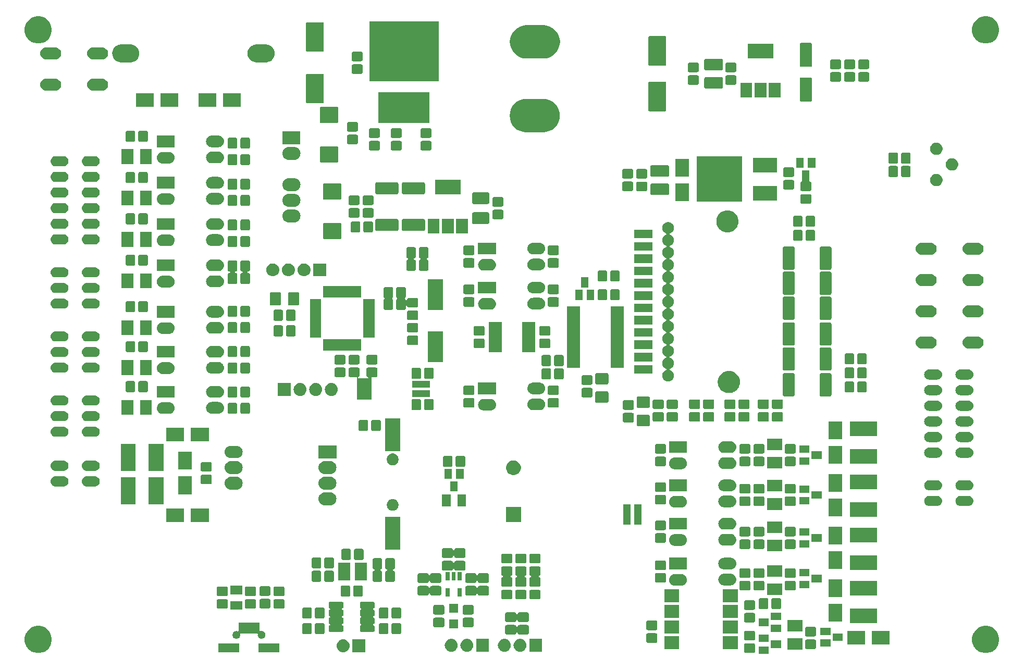
<source format=gts>
G04 #@! TF.GenerationSoftware,KiCad,Pcbnew,(5.1.2)-2*
G04 #@! TF.CreationDate,2020-01-17T13:49:55+07:00*
G04 #@! TF.ProjectId,ph_door_fume_hood_controller_hw,70685f64-6f6f-4725-9f66-756d655f686f,VinhTho*
G04 #@! TF.SameCoordinates,Original*
G04 #@! TF.FileFunction,Soldermask,Top*
G04 #@! TF.FilePolarity,Negative*
%FSLAX46Y46*%
G04 Gerber Fmt 4.6, Leading zero omitted, Abs format (unit mm)*
G04 Created by KiCad (PCBNEW (5.1.2)-2) date 2020-01-17 13:49:55*
%MOMM*%
%LPD*%
G04 APERTURE LIST*
%ADD10C,0.100000*%
G04 APERTURE END LIST*
D10*
G36*
X182706240Y-139218050D02*
G01*
X181052240Y-139218050D01*
X181052240Y-138017950D01*
X182706240Y-138017950D01*
X182706240Y-139218050D01*
X182706240Y-139218050D01*
G37*
G36*
X218573715Y-134790544D02*
G01*
X218960347Y-134950692D01*
X218974091Y-134956385D01*
X219334418Y-135197148D01*
X219640852Y-135503582D01*
X219866302Y-135840991D01*
X219881616Y-135863911D01*
X220047456Y-136264285D01*
X220132000Y-136689318D01*
X220132000Y-137122682D01*
X220047456Y-137547715D01*
X219912323Y-137873956D01*
X219881615Y-137948091D01*
X219640852Y-138308418D01*
X219334418Y-138614852D01*
X218974091Y-138855615D01*
X218974090Y-138855616D01*
X218974089Y-138855616D01*
X218573715Y-139021456D01*
X218148682Y-139106000D01*
X217715318Y-139106000D01*
X217290285Y-139021456D01*
X216889911Y-138855616D01*
X216889910Y-138855616D01*
X216889909Y-138855615D01*
X216529582Y-138614852D01*
X216223148Y-138308418D01*
X215982385Y-137948091D01*
X215951677Y-137873956D01*
X215816544Y-137547715D01*
X215732000Y-137122682D01*
X215732000Y-136689318D01*
X215816544Y-136264285D01*
X215982384Y-135863911D01*
X215997699Y-135840991D01*
X216223148Y-135503582D01*
X216529582Y-135197148D01*
X216889909Y-134956385D01*
X216903653Y-134950692D01*
X217290285Y-134790544D01*
X217715318Y-134706000D01*
X218148682Y-134706000D01*
X218573715Y-134790544D01*
X218573715Y-134790544D01*
G37*
G36*
X64649715Y-134790544D02*
G01*
X65036347Y-134950692D01*
X65050091Y-134956385D01*
X65410418Y-135197148D01*
X65716852Y-135503582D01*
X65942302Y-135840991D01*
X65957616Y-135863911D01*
X66123456Y-136264285D01*
X66208000Y-136689318D01*
X66208000Y-137122682D01*
X66123456Y-137547715D01*
X65988323Y-137873956D01*
X65957615Y-137948091D01*
X65716852Y-138308418D01*
X65410418Y-138614852D01*
X65050091Y-138855615D01*
X65050090Y-138855616D01*
X65050089Y-138855616D01*
X64649715Y-139021456D01*
X64224682Y-139106000D01*
X63791318Y-139106000D01*
X63366285Y-139021456D01*
X62965911Y-138855616D01*
X62965910Y-138855616D01*
X62965909Y-138855615D01*
X62605582Y-138614852D01*
X62299148Y-138308418D01*
X62058385Y-137948091D01*
X62027677Y-137873956D01*
X61892544Y-137547715D01*
X61808000Y-137122682D01*
X61808000Y-136689318D01*
X61892544Y-136264285D01*
X62058384Y-135863911D01*
X62073699Y-135840991D01*
X62299148Y-135503582D01*
X62605582Y-135197148D01*
X62965909Y-134956385D01*
X62979653Y-134950692D01*
X63366285Y-134790544D01*
X63791318Y-134706000D01*
X64224682Y-134706000D01*
X64649715Y-134790544D01*
X64649715Y-134790544D01*
G37*
G36*
X180263529Y-137542710D02*
G01*
X180313378Y-137557831D01*
X180359310Y-137582382D01*
X180399574Y-137615426D01*
X180432618Y-137655690D01*
X180457169Y-137701622D01*
X180472290Y-137751471D01*
X180478000Y-137809444D01*
X180478000Y-138814556D01*
X180472290Y-138872529D01*
X180457169Y-138922378D01*
X180432618Y-138968310D01*
X180399574Y-139008574D01*
X180359310Y-139041618D01*
X180313378Y-139066169D01*
X180263529Y-139081290D01*
X180205556Y-139087000D01*
X178950444Y-139087000D01*
X178892471Y-139081290D01*
X178842622Y-139066169D01*
X178796690Y-139041618D01*
X178756426Y-139008574D01*
X178723382Y-138968310D01*
X178698831Y-138922378D01*
X178683710Y-138872529D01*
X178678000Y-138814556D01*
X178678000Y-137809444D01*
X178683710Y-137751471D01*
X178698831Y-137701622D01*
X178723382Y-137655690D01*
X178756426Y-137615426D01*
X178796690Y-137582382D01*
X178842622Y-137557831D01*
X178892471Y-137542710D01*
X178950444Y-137537000D01*
X180205556Y-137537000D01*
X180263529Y-137542710D01*
X180263529Y-137542710D01*
G37*
G36*
X113666707Y-136879597D02*
G01*
X113743836Y-136887193D01*
X113912340Y-136938308D01*
X113941765Y-136947234D01*
X114124170Y-137044732D01*
X114284055Y-137175945D01*
X114415268Y-137335830D01*
X114512766Y-137518235D01*
X114512767Y-137518238D01*
X114572807Y-137716164D01*
X114593080Y-137922000D01*
X114572807Y-138127836D01*
X114519900Y-138302247D01*
X114512766Y-138325765D01*
X114415268Y-138508170D01*
X114284055Y-138668055D01*
X114124170Y-138799268D01*
X113941765Y-138896766D01*
X113941762Y-138896767D01*
X113743836Y-138956807D01*
X113666707Y-138964404D01*
X113589580Y-138972000D01*
X113486420Y-138972000D01*
X113409293Y-138964404D01*
X113332164Y-138956807D01*
X113134238Y-138896767D01*
X113134235Y-138896766D01*
X112951830Y-138799268D01*
X112791945Y-138668055D01*
X112660732Y-138508170D01*
X112563234Y-138325765D01*
X112556100Y-138302247D01*
X112503193Y-138127836D01*
X112482920Y-137922000D01*
X112503193Y-137716164D01*
X112563233Y-137518238D01*
X112563234Y-137518235D01*
X112660732Y-137335830D01*
X112791945Y-137175945D01*
X112951830Y-137044732D01*
X113134235Y-136947234D01*
X113163660Y-136938308D01*
X113332164Y-136887193D01*
X113409293Y-136879597D01*
X113486420Y-136872000D01*
X113589580Y-136872000D01*
X113666707Y-136879597D01*
X113666707Y-136879597D01*
G37*
G36*
X117128000Y-138972000D02*
G01*
X115028000Y-138972000D01*
X115028000Y-136872000D01*
X117128000Y-136872000D01*
X117128000Y-138972000D01*
X117128000Y-138972000D01*
G37*
G36*
X96668800Y-138953000D02*
G01*
X93268800Y-138953000D01*
X93268800Y-137553000D01*
X96668800Y-137553000D01*
X96668800Y-138953000D01*
X96668800Y-138953000D01*
G37*
G36*
X103188000Y-138953000D02*
G01*
X99788000Y-138953000D01*
X99788000Y-137553000D01*
X103188000Y-137553000D01*
X103188000Y-138953000D01*
X103188000Y-138953000D01*
G37*
G36*
X131241707Y-136798596D02*
G01*
X131318836Y-136806193D01*
X131516762Y-136866233D01*
X131516765Y-136866234D01*
X131699170Y-136963732D01*
X131859055Y-137094945D01*
X131990268Y-137254830D01*
X132087766Y-137437235D01*
X132087767Y-137437238D01*
X132147807Y-137635164D01*
X132168080Y-137841000D01*
X132147807Y-138046836D01*
X132123236Y-138127836D01*
X132087766Y-138244765D01*
X131990268Y-138427170D01*
X131859055Y-138587055D01*
X131699170Y-138718268D01*
X131516765Y-138815766D01*
X131516762Y-138815767D01*
X131318836Y-138875807D01*
X131241707Y-138883404D01*
X131164580Y-138891000D01*
X131061420Y-138891000D01*
X130984293Y-138883404D01*
X130907164Y-138875807D01*
X130709238Y-138815767D01*
X130709235Y-138815766D01*
X130526830Y-138718268D01*
X130366945Y-138587055D01*
X130235732Y-138427170D01*
X130138234Y-138244765D01*
X130102764Y-138127836D01*
X130078193Y-138046836D01*
X130057920Y-137841000D01*
X130078193Y-137635164D01*
X130138233Y-137437238D01*
X130138234Y-137437235D01*
X130235732Y-137254830D01*
X130366945Y-137094945D01*
X130526830Y-136963732D01*
X130709235Y-136866234D01*
X130709238Y-136866233D01*
X130907164Y-136806193D01*
X130984293Y-136798596D01*
X131061420Y-136791000D01*
X131164580Y-136791000D01*
X131241707Y-136798596D01*
X131241707Y-136798596D01*
G37*
G36*
X133781707Y-136798596D02*
G01*
X133858836Y-136806193D01*
X134056762Y-136866233D01*
X134056765Y-136866234D01*
X134239170Y-136963732D01*
X134399055Y-137094945D01*
X134530268Y-137254830D01*
X134627766Y-137437235D01*
X134627767Y-137437238D01*
X134687807Y-137635164D01*
X134708080Y-137841000D01*
X134687807Y-138046836D01*
X134663236Y-138127836D01*
X134627766Y-138244765D01*
X134530268Y-138427170D01*
X134399055Y-138587055D01*
X134239170Y-138718268D01*
X134056765Y-138815766D01*
X134056762Y-138815767D01*
X133858836Y-138875807D01*
X133781707Y-138883404D01*
X133704580Y-138891000D01*
X133601420Y-138891000D01*
X133524293Y-138883404D01*
X133447164Y-138875807D01*
X133249238Y-138815767D01*
X133249235Y-138815766D01*
X133066830Y-138718268D01*
X132906945Y-138587055D01*
X132775732Y-138427170D01*
X132678234Y-138244765D01*
X132642764Y-138127836D01*
X132618193Y-138046836D01*
X132597920Y-137841000D01*
X132618193Y-137635164D01*
X132678233Y-137437238D01*
X132678234Y-137437235D01*
X132775732Y-137254830D01*
X132906945Y-137094945D01*
X133066830Y-136963732D01*
X133249235Y-136866234D01*
X133249238Y-136866233D01*
X133447164Y-136806193D01*
X133524293Y-136798596D01*
X133601420Y-136791000D01*
X133704580Y-136791000D01*
X133781707Y-136798596D01*
X133781707Y-136798596D01*
G37*
G36*
X137243000Y-138891000D02*
G01*
X135143000Y-138891000D01*
X135143000Y-136791000D01*
X137243000Y-136791000D01*
X137243000Y-138891000D01*
X137243000Y-138891000D01*
G37*
G36*
X145879000Y-138891000D02*
G01*
X143779000Y-138891000D01*
X143779000Y-136791000D01*
X145879000Y-136791000D01*
X145879000Y-138891000D01*
X145879000Y-138891000D01*
G37*
G36*
X142417707Y-136798596D02*
G01*
X142494836Y-136806193D01*
X142692762Y-136866233D01*
X142692765Y-136866234D01*
X142875170Y-136963732D01*
X143035055Y-137094945D01*
X143166268Y-137254830D01*
X143263766Y-137437235D01*
X143263767Y-137437238D01*
X143323807Y-137635164D01*
X143344080Y-137841000D01*
X143323807Y-138046836D01*
X143299236Y-138127836D01*
X143263766Y-138244765D01*
X143166268Y-138427170D01*
X143035055Y-138587055D01*
X142875170Y-138718268D01*
X142692765Y-138815766D01*
X142692762Y-138815767D01*
X142494836Y-138875807D01*
X142417707Y-138883404D01*
X142340580Y-138891000D01*
X142237420Y-138891000D01*
X142160293Y-138883404D01*
X142083164Y-138875807D01*
X141885238Y-138815767D01*
X141885235Y-138815766D01*
X141702830Y-138718268D01*
X141542945Y-138587055D01*
X141411732Y-138427170D01*
X141314234Y-138244765D01*
X141278764Y-138127836D01*
X141254193Y-138046836D01*
X141233920Y-137841000D01*
X141254193Y-137635164D01*
X141314233Y-137437238D01*
X141314234Y-137437235D01*
X141411732Y-137254830D01*
X141542945Y-137094945D01*
X141702830Y-136963732D01*
X141885235Y-136866234D01*
X141885238Y-136866233D01*
X142083164Y-136806193D01*
X142160293Y-136798596D01*
X142237420Y-136791000D01*
X142340580Y-136791000D01*
X142417707Y-136798596D01*
X142417707Y-136798596D01*
G37*
G36*
X139877707Y-136798596D02*
G01*
X139954836Y-136806193D01*
X140152762Y-136866233D01*
X140152765Y-136866234D01*
X140335170Y-136963732D01*
X140495055Y-137094945D01*
X140626268Y-137254830D01*
X140723766Y-137437235D01*
X140723767Y-137437238D01*
X140783807Y-137635164D01*
X140804080Y-137841000D01*
X140783807Y-138046836D01*
X140759236Y-138127836D01*
X140723766Y-138244765D01*
X140626268Y-138427170D01*
X140495055Y-138587055D01*
X140335170Y-138718268D01*
X140152765Y-138815766D01*
X140152762Y-138815767D01*
X139954836Y-138875807D01*
X139877707Y-138883404D01*
X139800580Y-138891000D01*
X139697420Y-138891000D01*
X139620293Y-138883404D01*
X139543164Y-138875807D01*
X139345238Y-138815767D01*
X139345235Y-138815766D01*
X139162830Y-138718268D01*
X139002945Y-138587055D01*
X138871732Y-138427170D01*
X138774234Y-138244765D01*
X138738764Y-138127836D01*
X138714193Y-138046836D01*
X138693920Y-137841000D01*
X138714193Y-137635164D01*
X138774233Y-137437238D01*
X138774234Y-137437235D01*
X138871732Y-137254830D01*
X139002945Y-137094945D01*
X139162830Y-136963732D01*
X139345235Y-136866234D01*
X139345238Y-136866233D01*
X139543164Y-136806193D01*
X139620293Y-136798596D01*
X139697420Y-136791000D01*
X139800580Y-136791000D01*
X139877707Y-136798596D01*
X139877707Y-136798596D01*
G37*
G36*
X188144000Y-138594000D02*
G01*
X185744000Y-138594000D01*
X185744000Y-136694000D01*
X188144000Y-136694000D01*
X188144000Y-138594000D01*
X188144000Y-138594000D01*
G37*
G36*
X177669000Y-138504000D02*
G01*
X175269000Y-138504000D01*
X175269000Y-136324000D01*
X177669000Y-136324000D01*
X177669000Y-138504000D01*
X177669000Y-138504000D01*
G37*
G36*
X168139000Y-138504000D02*
G01*
X165739000Y-138504000D01*
X165739000Y-136324000D01*
X168139000Y-136324000D01*
X168139000Y-138504000D01*
X168139000Y-138504000D01*
G37*
G36*
X190169529Y-136907710D02*
G01*
X190219378Y-136922831D01*
X190265310Y-136947382D01*
X190305574Y-136980426D01*
X190338618Y-137020690D01*
X190363169Y-137066622D01*
X190378290Y-137116471D01*
X190384000Y-137174444D01*
X190384000Y-138179556D01*
X190378290Y-138237529D01*
X190363169Y-138287378D01*
X190338618Y-138333310D01*
X190305574Y-138373574D01*
X190265310Y-138406618D01*
X190219378Y-138431169D01*
X190169529Y-138446290D01*
X190111556Y-138452000D01*
X188856444Y-138452000D01*
X188798471Y-138446290D01*
X188748622Y-138431169D01*
X188702690Y-138406618D01*
X188662426Y-138373574D01*
X188629382Y-138333310D01*
X188604831Y-138287378D01*
X188589710Y-138237529D01*
X188584000Y-138179556D01*
X188584000Y-137174444D01*
X188589710Y-137116471D01*
X188604831Y-137066622D01*
X188629382Y-137020690D01*
X188662426Y-136980426D01*
X188702690Y-136947382D01*
X188748622Y-136922831D01*
X188798471Y-136907710D01*
X188856444Y-136902000D01*
X190111556Y-136902000D01*
X190169529Y-136907710D01*
X190169529Y-136907710D01*
G37*
G36*
X184707000Y-138268050D02*
G01*
X183053000Y-138268050D01*
X183053000Y-137067950D01*
X184707000Y-137067950D01*
X184707000Y-138268050D01*
X184707000Y-138268050D01*
G37*
G36*
X192739240Y-138075050D02*
G01*
X191085240Y-138075050D01*
X191085240Y-136874950D01*
X192739240Y-136874950D01*
X192739240Y-138075050D01*
X192739240Y-138075050D01*
G37*
G36*
X198332000Y-137752000D02*
G01*
X195432000Y-137752000D01*
X195432000Y-135552000D01*
X198332000Y-135552000D01*
X198332000Y-137752000D01*
X198332000Y-137752000D01*
G37*
G36*
X202332000Y-137752000D02*
G01*
X199432000Y-137752000D01*
X199432000Y-135552000D01*
X202332000Y-135552000D01*
X202332000Y-137752000D01*
X202332000Y-137752000D01*
G37*
G36*
X164388529Y-135891710D02*
G01*
X164438378Y-135906831D01*
X164484310Y-135931382D01*
X164524574Y-135964426D01*
X164557618Y-136004690D01*
X164582169Y-136050622D01*
X164597290Y-136100471D01*
X164603000Y-136158444D01*
X164603000Y-137163556D01*
X164597290Y-137221529D01*
X164582169Y-137271378D01*
X164557618Y-137317310D01*
X164524574Y-137357574D01*
X164484310Y-137390618D01*
X164438378Y-137415169D01*
X164388529Y-137430290D01*
X164330556Y-137436000D01*
X163075444Y-137436000D01*
X163017471Y-137430290D01*
X162967622Y-137415169D01*
X162921690Y-137390618D01*
X162881426Y-137357574D01*
X162848382Y-137317310D01*
X162823831Y-137271378D01*
X162808710Y-137221529D01*
X162803000Y-137163556D01*
X162803000Y-136158444D01*
X162808710Y-136100471D01*
X162823831Y-136050622D01*
X162848382Y-136004690D01*
X162881426Y-135964426D01*
X162921690Y-135931382D01*
X162967622Y-135906831D01*
X163017471Y-135891710D01*
X163075444Y-135886000D01*
X164330556Y-135886000D01*
X164388529Y-135891710D01*
X164388529Y-135891710D01*
G37*
G36*
X182706240Y-137318050D02*
G01*
X181052240Y-137318050D01*
X181052240Y-136117950D01*
X182706240Y-136117950D01*
X182706240Y-137318050D01*
X182706240Y-137318050D01*
G37*
G36*
X194740000Y-137125050D02*
G01*
X193086000Y-137125050D01*
X193086000Y-135924950D01*
X194740000Y-135924950D01*
X194740000Y-137125050D01*
X194740000Y-137125050D01*
G37*
G36*
X180263529Y-135492710D02*
G01*
X180313378Y-135507831D01*
X180359310Y-135532382D01*
X180399574Y-135565426D01*
X180432618Y-135605690D01*
X180457169Y-135651622D01*
X180472290Y-135701471D01*
X180478000Y-135759444D01*
X180478000Y-136764556D01*
X180472290Y-136822529D01*
X180457169Y-136872378D01*
X180432618Y-136918310D01*
X180399574Y-136958574D01*
X180359310Y-136991618D01*
X180313378Y-137016169D01*
X180263529Y-137031290D01*
X180205556Y-137037000D01*
X178950444Y-137037000D01*
X178892471Y-137031290D01*
X178842622Y-137016169D01*
X178796690Y-136991618D01*
X178756426Y-136958574D01*
X178723382Y-136918310D01*
X178698831Y-136872378D01*
X178683710Y-136822529D01*
X178678000Y-136764556D01*
X178678000Y-135759444D01*
X178683710Y-135701471D01*
X178698831Y-135651622D01*
X178723382Y-135605690D01*
X178756426Y-135565426D01*
X178796690Y-135532382D01*
X178842622Y-135507831D01*
X178892471Y-135492710D01*
X178950444Y-135487000D01*
X180205556Y-135487000D01*
X180263529Y-135492710D01*
X180263529Y-135492710D01*
G37*
G36*
X99954660Y-135432454D02*
G01*
X99957062Y-135456840D01*
X99964175Y-135480289D01*
X99975726Y-135501900D01*
X99991271Y-135520842D01*
X100010213Y-135536387D01*
X100031824Y-135547938D01*
X100055273Y-135555051D01*
X100079659Y-135557453D01*
X100115932Y-135552073D01*
X100165479Y-135537043D01*
X100257296Y-135528000D01*
X100318704Y-135528000D01*
X100410521Y-135537043D01*
X100528334Y-135572781D01*
X100636911Y-135630817D01*
X100732080Y-135708920D01*
X100810183Y-135804089D01*
X100853966Y-135886000D01*
X100867676Y-135911649D01*
X100868219Y-135912666D01*
X100903957Y-136030479D01*
X100916024Y-136153000D01*
X100903957Y-136275521D01*
X100868219Y-136393334D01*
X100810183Y-136501911D01*
X100732080Y-136597080D01*
X100636911Y-136675183D01*
X100528334Y-136733219D01*
X100410521Y-136768957D01*
X100318704Y-136778000D01*
X100257296Y-136778000D01*
X100165479Y-136768957D01*
X100047666Y-136733219D01*
X99939089Y-136675183D01*
X99843920Y-136597080D01*
X99765817Y-136501911D01*
X99707781Y-136393334D01*
X99672043Y-136275521D01*
X99659976Y-136153000D01*
X99666644Y-136085297D01*
X99666644Y-136060808D01*
X99661864Y-136036774D01*
X99652487Y-136014136D01*
X99638873Y-135993761D01*
X99621546Y-135976434D01*
X99601172Y-135962820D01*
X99578533Y-135953443D01*
X99554500Y-135948662D01*
X99542247Y-135948060D01*
X96933753Y-135948060D01*
X96909367Y-135950462D01*
X96885918Y-135957575D01*
X96864307Y-135969126D01*
X96845365Y-135984671D01*
X96829820Y-136003613D01*
X96818269Y-136025224D01*
X96811156Y-136048673D01*
X96808754Y-136073059D01*
X96809355Y-136085282D01*
X96816024Y-136153000D01*
X96803957Y-136275521D01*
X96768219Y-136393334D01*
X96710183Y-136501911D01*
X96632080Y-136597080D01*
X96536911Y-136675183D01*
X96428334Y-136733219D01*
X96310521Y-136768957D01*
X96218704Y-136778000D01*
X96157296Y-136778000D01*
X96065479Y-136768957D01*
X95947666Y-136733219D01*
X95839089Y-136675183D01*
X95743920Y-136597080D01*
X95665817Y-136501911D01*
X95607781Y-136393334D01*
X95572043Y-136275521D01*
X95559976Y-136153000D01*
X95572043Y-136030479D01*
X95607781Y-135912666D01*
X95608325Y-135911649D01*
X95622034Y-135886000D01*
X95665817Y-135804089D01*
X95743920Y-135708920D01*
X95839089Y-135630817D01*
X95947666Y-135572781D01*
X96065479Y-135537043D01*
X96157296Y-135528000D01*
X96218704Y-135528000D01*
X96310521Y-135537043D01*
X96393389Y-135562181D01*
X96417410Y-135566958D01*
X96441914Y-135566958D01*
X96465947Y-135562177D01*
X96488586Y-135552800D01*
X96508960Y-135539186D01*
X96526287Y-135521859D01*
X96539901Y-135501485D01*
X96549278Y-135478846D01*
X96554660Y-135442561D01*
X96554660Y-134198060D01*
X99954660Y-134198060D01*
X99954660Y-135432454D01*
X99954660Y-135432454D01*
G37*
G36*
X190169529Y-134857710D02*
G01*
X190219378Y-134872831D01*
X190265310Y-134897382D01*
X190305574Y-134930426D01*
X190338618Y-134970690D01*
X190363169Y-135016622D01*
X190378290Y-135066471D01*
X190384000Y-135124444D01*
X190384000Y-136129556D01*
X190378290Y-136187529D01*
X190363169Y-136237378D01*
X190338618Y-136283310D01*
X190305574Y-136323574D01*
X190265310Y-136356618D01*
X190219378Y-136381169D01*
X190169529Y-136396290D01*
X190111556Y-136402000D01*
X188856444Y-136402000D01*
X188798471Y-136396290D01*
X188748622Y-136381169D01*
X188702690Y-136356618D01*
X188662426Y-136323574D01*
X188629382Y-136283310D01*
X188604831Y-136237378D01*
X188589710Y-136187529D01*
X188584000Y-136129556D01*
X188584000Y-135124444D01*
X188589710Y-135066471D01*
X188604831Y-135016622D01*
X188629382Y-134970690D01*
X188662426Y-134930426D01*
X188702690Y-134897382D01*
X188748622Y-134872831D01*
X188798471Y-134857710D01*
X188856444Y-134852000D01*
X190111556Y-134852000D01*
X190169529Y-134857710D01*
X190169529Y-134857710D01*
G37*
G36*
X192739240Y-136175050D02*
G01*
X191085240Y-136175050D01*
X191085240Y-134974950D01*
X192739240Y-134974950D01*
X192739240Y-136175050D01*
X192739240Y-136175050D01*
G37*
G36*
X141450529Y-134540710D02*
G01*
X141500378Y-134555831D01*
X141546310Y-134580382D01*
X141586574Y-134613426D01*
X141619618Y-134653690D01*
X141644169Y-134699622D01*
X141661383Y-134756371D01*
X141670760Y-134779009D01*
X141684374Y-134799384D01*
X141701701Y-134816711D01*
X141722075Y-134830325D01*
X141744714Y-134839702D01*
X141768747Y-134844483D01*
X141793251Y-134844483D01*
X141817285Y-134839703D01*
X141839923Y-134830326D01*
X141860298Y-134816712D01*
X141877625Y-134799385D01*
X141891239Y-134779011D01*
X141900617Y-134756371D01*
X141917831Y-134699622D01*
X141942382Y-134653690D01*
X141975426Y-134613426D01*
X142015690Y-134580382D01*
X142061622Y-134555831D01*
X142111471Y-134540710D01*
X142169444Y-134535000D01*
X143424556Y-134535000D01*
X143482529Y-134540710D01*
X143532378Y-134555831D01*
X143578310Y-134580382D01*
X143618574Y-134613426D01*
X143651618Y-134653690D01*
X143676169Y-134699622D01*
X143691290Y-134749471D01*
X143697000Y-134807444D01*
X143697000Y-135812556D01*
X143691290Y-135870529D01*
X143676169Y-135920378D01*
X143651618Y-135966310D01*
X143618574Y-136006574D01*
X143578310Y-136039618D01*
X143532378Y-136064169D01*
X143482529Y-136079290D01*
X143424556Y-136085000D01*
X142169444Y-136085000D01*
X142111471Y-136079290D01*
X142061622Y-136064169D01*
X142015690Y-136039618D01*
X141975426Y-136006574D01*
X141942382Y-135966310D01*
X141917831Y-135920378D01*
X141900617Y-135863629D01*
X141891240Y-135840991D01*
X141877626Y-135820616D01*
X141860299Y-135803289D01*
X141839925Y-135789675D01*
X141817286Y-135780298D01*
X141793253Y-135775517D01*
X141768749Y-135775517D01*
X141744715Y-135780297D01*
X141722077Y-135789674D01*
X141701702Y-135803288D01*
X141684375Y-135820615D01*
X141670761Y-135840989D01*
X141661383Y-135863629D01*
X141644169Y-135920378D01*
X141619618Y-135966310D01*
X141586574Y-136006574D01*
X141546310Y-136039618D01*
X141500378Y-136064169D01*
X141450529Y-136079290D01*
X141392556Y-136085000D01*
X140137444Y-136085000D01*
X140079471Y-136079290D01*
X140029622Y-136064169D01*
X139983690Y-136039618D01*
X139943426Y-136006574D01*
X139910382Y-135966310D01*
X139885831Y-135920378D01*
X139870710Y-135870529D01*
X139865000Y-135812556D01*
X139865000Y-134807444D01*
X139870710Y-134749471D01*
X139885831Y-134699622D01*
X139910382Y-134653690D01*
X139943426Y-134613426D01*
X139983690Y-134580382D01*
X140029622Y-134555831D01*
X140079471Y-134540710D01*
X140137444Y-134535000D01*
X141392556Y-134535000D01*
X141450529Y-134540710D01*
X141450529Y-134540710D01*
G37*
G36*
X108247529Y-134233710D02*
G01*
X108297378Y-134248831D01*
X108343310Y-134273382D01*
X108383574Y-134306426D01*
X108416618Y-134346690D01*
X108441169Y-134392622D01*
X108456290Y-134442471D01*
X108462000Y-134500444D01*
X108462000Y-135755556D01*
X108456290Y-135813529D01*
X108441169Y-135863378D01*
X108416618Y-135909310D01*
X108383574Y-135949574D01*
X108343310Y-135982618D01*
X108297378Y-136007169D01*
X108247529Y-136022290D01*
X108189556Y-136028000D01*
X107184444Y-136028000D01*
X107126471Y-136022290D01*
X107076622Y-136007169D01*
X107030690Y-135982618D01*
X106990426Y-135949574D01*
X106957382Y-135909310D01*
X106932831Y-135863378D01*
X106917710Y-135813529D01*
X106912000Y-135755556D01*
X106912000Y-134500444D01*
X106917710Y-134442471D01*
X106932831Y-134392622D01*
X106957382Y-134346690D01*
X106990426Y-134306426D01*
X107030690Y-134273382D01*
X107076622Y-134248831D01*
X107126471Y-134233710D01*
X107184444Y-134228000D01*
X108189556Y-134228000D01*
X108247529Y-134233710D01*
X108247529Y-134233710D01*
G37*
G36*
X110297529Y-134233710D02*
G01*
X110347378Y-134248831D01*
X110393310Y-134273382D01*
X110433574Y-134306426D01*
X110466618Y-134346690D01*
X110491169Y-134392622D01*
X110506290Y-134442471D01*
X110512000Y-134500444D01*
X110512000Y-135755556D01*
X110506290Y-135813529D01*
X110491169Y-135863378D01*
X110466618Y-135909310D01*
X110433574Y-135949574D01*
X110393310Y-135982618D01*
X110347378Y-136007169D01*
X110297529Y-136022290D01*
X110239556Y-136028000D01*
X109234444Y-136028000D01*
X109176471Y-136022290D01*
X109126622Y-136007169D01*
X109080690Y-135982618D01*
X109040426Y-135949574D01*
X109007382Y-135909310D01*
X108982831Y-135863378D01*
X108967710Y-135813529D01*
X108962000Y-135755556D01*
X108962000Y-134500444D01*
X108967710Y-134442471D01*
X108982831Y-134392622D01*
X109007382Y-134346690D01*
X109040426Y-134306426D01*
X109080690Y-134273382D01*
X109126622Y-134248831D01*
X109176471Y-134233710D01*
X109234444Y-134228000D01*
X110239556Y-134228000D01*
X110297529Y-134233710D01*
X110297529Y-134233710D01*
G37*
G36*
X120693529Y-134233710D02*
G01*
X120743378Y-134248831D01*
X120789310Y-134273382D01*
X120829574Y-134306426D01*
X120862618Y-134346690D01*
X120887169Y-134392622D01*
X120902290Y-134442471D01*
X120908000Y-134500444D01*
X120908000Y-135755556D01*
X120902290Y-135813529D01*
X120887169Y-135863378D01*
X120862618Y-135909310D01*
X120829574Y-135949574D01*
X120789310Y-135982618D01*
X120743378Y-136007169D01*
X120693529Y-136022290D01*
X120635556Y-136028000D01*
X119630444Y-136028000D01*
X119572471Y-136022290D01*
X119522622Y-136007169D01*
X119476690Y-135982618D01*
X119436426Y-135949574D01*
X119403382Y-135909310D01*
X119378831Y-135863378D01*
X119363710Y-135813529D01*
X119358000Y-135755556D01*
X119358000Y-134500444D01*
X119363710Y-134442471D01*
X119378831Y-134392622D01*
X119403382Y-134346690D01*
X119436426Y-134306426D01*
X119476690Y-134273382D01*
X119522622Y-134248831D01*
X119572471Y-134233710D01*
X119630444Y-134228000D01*
X120635556Y-134228000D01*
X120693529Y-134233710D01*
X120693529Y-134233710D01*
G37*
G36*
X122743529Y-134233710D02*
G01*
X122793378Y-134248831D01*
X122839310Y-134273382D01*
X122879574Y-134306426D01*
X122912618Y-134346690D01*
X122937169Y-134392622D01*
X122952290Y-134442471D01*
X122958000Y-134500444D01*
X122958000Y-135755556D01*
X122952290Y-135813529D01*
X122937169Y-135863378D01*
X122912618Y-135909310D01*
X122879574Y-135949574D01*
X122839310Y-135982618D01*
X122793378Y-136007169D01*
X122743529Y-136022290D01*
X122685556Y-136028000D01*
X121680444Y-136028000D01*
X121622471Y-136022290D01*
X121572622Y-136007169D01*
X121526690Y-135982618D01*
X121486426Y-135949574D01*
X121453382Y-135909310D01*
X121428831Y-135863378D01*
X121413710Y-135813529D01*
X121408000Y-135755556D01*
X121408000Y-134500444D01*
X121413710Y-134442471D01*
X121428831Y-134392622D01*
X121453382Y-134346690D01*
X121486426Y-134306426D01*
X121526690Y-134273382D01*
X121572622Y-134248831D01*
X121622471Y-134233710D01*
X121680444Y-134228000D01*
X122685556Y-134228000D01*
X122743529Y-134233710D01*
X122743529Y-134233710D01*
G37*
G36*
X177669000Y-135964000D02*
G01*
X175269000Y-135964000D01*
X175269000Y-133784000D01*
X177669000Y-133784000D01*
X177669000Y-135964000D01*
X177669000Y-135964000D01*
G37*
G36*
X168139000Y-135964000D02*
G01*
X165739000Y-135964000D01*
X165739000Y-133784000D01*
X168139000Y-133784000D01*
X168139000Y-135964000D01*
X168139000Y-135964000D01*
G37*
G36*
X184707760Y-135662050D02*
G01*
X183053760Y-135662050D01*
X183053760Y-134461950D01*
X184707760Y-134461950D01*
X184707760Y-135662050D01*
X184707760Y-135662050D01*
G37*
G36*
X113423898Y-130797436D02*
G01*
X113461309Y-130808784D01*
X113495777Y-130827208D01*
X113525994Y-130852006D01*
X113550792Y-130882223D01*
X113569216Y-130916691D01*
X113580564Y-130954102D01*
X113585000Y-130999141D01*
X113585000Y-131636859D01*
X113580564Y-131681898D01*
X113569216Y-131719309D01*
X113550792Y-131753777D01*
X113525994Y-131783994D01*
X113495777Y-131808792D01*
X113461309Y-131827216D01*
X113440978Y-131833383D01*
X113418339Y-131842760D01*
X113397965Y-131856374D01*
X113380638Y-131873701D01*
X113367024Y-131894075D01*
X113357647Y-131916714D01*
X113352866Y-131940747D01*
X113352866Y-131965251D01*
X113357646Y-131989285D01*
X113367023Y-132011924D01*
X113380637Y-132032298D01*
X113397964Y-132049625D01*
X113418338Y-132063239D01*
X113440978Y-132072617D01*
X113461309Y-132078784D01*
X113495777Y-132097208D01*
X113525994Y-132122006D01*
X113550792Y-132152223D01*
X113569216Y-132186691D01*
X113580564Y-132224102D01*
X113585000Y-132269141D01*
X113585000Y-132906859D01*
X113580564Y-132951898D01*
X113569216Y-132989309D01*
X113550792Y-133023777D01*
X113525994Y-133053994D01*
X113495777Y-133078792D01*
X113461309Y-133097216D01*
X113440978Y-133103383D01*
X113418339Y-133112760D01*
X113397965Y-133126374D01*
X113380638Y-133143701D01*
X113367024Y-133164075D01*
X113357647Y-133186714D01*
X113352866Y-133210747D01*
X113352866Y-133235251D01*
X113357646Y-133259285D01*
X113367023Y-133281924D01*
X113380637Y-133302298D01*
X113397964Y-133319625D01*
X113418338Y-133333239D01*
X113440978Y-133342617D01*
X113461309Y-133348784D01*
X113495777Y-133367208D01*
X113525994Y-133392006D01*
X113550792Y-133422223D01*
X113569216Y-133456691D01*
X113580564Y-133494102D01*
X113585000Y-133539141D01*
X113585000Y-134176859D01*
X113580564Y-134221898D01*
X113569216Y-134259309D01*
X113550792Y-134293777D01*
X113525994Y-134323994D01*
X113495777Y-134348792D01*
X113461309Y-134367216D01*
X113440978Y-134373383D01*
X113418339Y-134382760D01*
X113397965Y-134396374D01*
X113380638Y-134413701D01*
X113367024Y-134434075D01*
X113357647Y-134456714D01*
X113352866Y-134480747D01*
X113352866Y-134505251D01*
X113357646Y-134529285D01*
X113367023Y-134551924D01*
X113380637Y-134572298D01*
X113397964Y-134589625D01*
X113418338Y-134603239D01*
X113440978Y-134612617D01*
X113461309Y-134618784D01*
X113495777Y-134637208D01*
X113525994Y-134662006D01*
X113550792Y-134692223D01*
X113569216Y-134726691D01*
X113580564Y-134764102D01*
X113585000Y-134809141D01*
X113585000Y-135446859D01*
X113580564Y-135491898D01*
X113569216Y-135529309D01*
X113550792Y-135563777D01*
X113525994Y-135593994D01*
X113495777Y-135618792D01*
X113461309Y-135637216D01*
X113423898Y-135648564D01*
X113378859Y-135653000D01*
X111416141Y-135653000D01*
X111371102Y-135648564D01*
X111333691Y-135637216D01*
X111299223Y-135618792D01*
X111269006Y-135593994D01*
X111244208Y-135563777D01*
X111225784Y-135529309D01*
X111214436Y-135491898D01*
X111210000Y-135446859D01*
X111210000Y-134809141D01*
X111214436Y-134764102D01*
X111225784Y-134726691D01*
X111244208Y-134692223D01*
X111269006Y-134662006D01*
X111299223Y-134637208D01*
X111333691Y-134618784D01*
X111354022Y-134612617D01*
X111376661Y-134603240D01*
X111397035Y-134589626D01*
X111414362Y-134572299D01*
X111427976Y-134551925D01*
X111437353Y-134529286D01*
X111442134Y-134505253D01*
X111442134Y-134480749D01*
X111437354Y-134456715D01*
X111427977Y-134434076D01*
X111414363Y-134413702D01*
X111397036Y-134396375D01*
X111376662Y-134382761D01*
X111354022Y-134373383D01*
X111333691Y-134367216D01*
X111299223Y-134348792D01*
X111269006Y-134323994D01*
X111244208Y-134293777D01*
X111225784Y-134259309D01*
X111214436Y-134221898D01*
X111210000Y-134176859D01*
X111210000Y-133539141D01*
X111214436Y-133494102D01*
X111225784Y-133456691D01*
X111244208Y-133422223D01*
X111269006Y-133392006D01*
X111299223Y-133367208D01*
X111333691Y-133348784D01*
X111354022Y-133342617D01*
X111376661Y-133333240D01*
X111397035Y-133319626D01*
X111414362Y-133302299D01*
X111427976Y-133281925D01*
X111437353Y-133259286D01*
X111442134Y-133235253D01*
X111442134Y-133210749D01*
X111437354Y-133186715D01*
X111427977Y-133164076D01*
X111414363Y-133143702D01*
X111397036Y-133126375D01*
X111376662Y-133112761D01*
X111354022Y-133103383D01*
X111333691Y-133097216D01*
X111299223Y-133078792D01*
X111269006Y-133053994D01*
X111244208Y-133023777D01*
X111225784Y-132989309D01*
X111214436Y-132951898D01*
X111210000Y-132906859D01*
X111210000Y-132269141D01*
X111214436Y-132224102D01*
X111225784Y-132186691D01*
X111244208Y-132152223D01*
X111269006Y-132122006D01*
X111299223Y-132097208D01*
X111333691Y-132078784D01*
X111354022Y-132072617D01*
X111376661Y-132063240D01*
X111397035Y-132049626D01*
X111414362Y-132032299D01*
X111427976Y-132011925D01*
X111437353Y-131989286D01*
X111442134Y-131965253D01*
X111442134Y-131940749D01*
X111437354Y-131916715D01*
X111427977Y-131894076D01*
X111414363Y-131873702D01*
X111397036Y-131856375D01*
X111376662Y-131842761D01*
X111354022Y-131833383D01*
X111333691Y-131827216D01*
X111299223Y-131808792D01*
X111269006Y-131783994D01*
X111244208Y-131753777D01*
X111225784Y-131719309D01*
X111214436Y-131681898D01*
X111210000Y-131636859D01*
X111210000Y-130999141D01*
X111214436Y-130954102D01*
X111225784Y-130916691D01*
X111244208Y-130882223D01*
X111269006Y-130852006D01*
X111299223Y-130827208D01*
X111333691Y-130808784D01*
X111371102Y-130797436D01*
X111416141Y-130793000D01*
X113378859Y-130793000D01*
X113423898Y-130797436D01*
X113423898Y-130797436D01*
G37*
G36*
X118498898Y-130797436D02*
G01*
X118536309Y-130808784D01*
X118570777Y-130827208D01*
X118600994Y-130852006D01*
X118625792Y-130882223D01*
X118644216Y-130916691D01*
X118655564Y-130954102D01*
X118660000Y-130999141D01*
X118660000Y-131636859D01*
X118655564Y-131681898D01*
X118644216Y-131719309D01*
X118625792Y-131753777D01*
X118600994Y-131783994D01*
X118570777Y-131808792D01*
X118536309Y-131827216D01*
X118515978Y-131833383D01*
X118493339Y-131842760D01*
X118472965Y-131856374D01*
X118455638Y-131873701D01*
X118442024Y-131894075D01*
X118432647Y-131916714D01*
X118427866Y-131940747D01*
X118427866Y-131965251D01*
X118432646Y-131989285D01*
X118442023Y-132011924D01*
X118455637Y-132032298D01*
X118472964Y-132049625D01*
X118493338Y-132063239D01*
X118515978Y-132072617D01*
X118536309Y-132078784D01*
X118570777Y-132097208D01*
X118600994Y-132122006D01*
X118625792Y-132152223D01*
X118644216Y-132186691D01*
X118655564Y-132224102D01*
X118660000Y-132269141D01*
X118660000Y-132906859D01*
X118655564Y-132951898D01*
X118644216Y-132989309D01*
X118625792Y-133023777D01*
X118600994Y-133053994D01*
X118570777Y-133078792D01*
X118536309Y-133097216D01*
X118515978Y-133103383D01*
X118493339Y-133112760D01*
X118472965Y-133126374D01*
X118455638Y-133143701D01*
X118442024Y-133164075D01*
X118432647Y-133186714D01*
X118427866Y-133210747D01*
X118427866Y-133235251D01*
X118432646Y-133259285D01*
X118442023Y-133281924D01*
X118455637Y-133302298D01*
X118472964Y-133319625D01*
X118493338Y-133333239D01*
X118515978Y-133342617D01*
X118536309Y-133348784D01*
X118570777Y-133367208D01*
X118600994Y-133392006D01*
X118625792Y-133422223D01*
X118644216Y-133456691D01*
X118655564Y-133494102D01*
X118660000Y-133539141D01*
X118660000Y-134176859D01*
X118655564Y-134221898D01*
X118644216Y-134259309D01*
X118625792Y-134293777D01*
X118600994Y-134323994D01*
X118570777Y-134348792D01*
X118536309Y-134367216D01*
X118515978Y-134373383D01*
X118493339Y-134382760D01*
X118472965Y-134396374D01*
X118455638Y-134413701D01*
X118442024Y-134434075D01*
X118432647Y-134456714D01*
X118427866Y-134480747D01*
X118427866Y-134505251D01*
X118432646Y-134529285D01*
X118442023Y-134551924D01*
X118455637Y-134572298D01*
X118472964Y-134589625D01*
X118493338Y-134603239D01*
X118515978Y-134612617D01*
X118536309Y-134618784D01*
X118570777Y-134637208D01*
X118600994Y-134662006D01*
X118625792Y-134692223D01*
X118644216Y-134726691D01*
X118655564Y-134764102D01*
X118660000Y-134809141D01*
X118660000Y-135446859D01*
X118655564Y-135491898D01*
X118644216Y-135529309D01*
X118625792Y-135563777D01*
X118600994Y-135593994D01*
X118570777Y-135618792D01*
X118536309Y-135637216D01*
X118498898Y-135648564D01*
X118453859Y-135653000D01*
X116491141Y-135653000D01*
X116446102Y-135648564D01*
X116408691Y-135637216D01*
X116374223Y-135618792D01*
X116344006Y-135593994D01*
X116319208Y-135563777D01*
X116300784Y-135529309D01*
X116289436Y-135491898D01*
X116285000Y-135446859D01*
X116285000Y-134809141D01*
X116289436Y-134764102D01*
X116300784Y-134726691D01*
X116319208Y-134692223D01*
X116344006Y-134662006D01*
X116374223Y-134637208D01*
X116408691Y-134618784D01*
X116429022Y-134612617D01*
X116451661Y-134603240D01*
X116472035Y-134589626D01*
X116489362Y-134572299D01*
X116502976Y-134551925D01*
X116512353Y-134529286D01*
X116517134Y-134505253D01*
X116517134Y-134480749D01*
X116512354Y-134456715D01*
X116502977Y-134434076D01*
X116489363Y-134413702D01*
X116472036Y-134396375D01*
X116451662Y-134382761D01*
X116429022Y-134373383D01*
X116408691Y-134367216D01*
X116374223Y-134348792D01*
X116344006Y-134323994D01*
X116319208Y-134293777D01*
X116300784Y-134259309D01*
X116289436Y-134221898D01*
X116285000Y-134176859D01*
X116285000Y-133539141D01*
X116289436Y-133494102D01*
X116300784Y-133456691D01*
X116319208Y-133422223D01*
X116344006Y-133392006D01*
X116374223Y-133367208D01*
X116408691Y-133348784D01*
X116429022Y-133342617D01*
X116451661Y-133333240D01*
X116472035Y-133319626D01*
X116489362Y-133302299D01*
X116502976Y-133281925D01*
X116512353Y-133259286D01*
X116517134Y-133235253D01*
X116517134Y-133210749D01*
X116512354Y-133186715D01*
X116502977Y-133164076D01*
X116489363Y-133143702D01*
X116472036Y-133126375D01*
X116451662Y-133112761D01*
X116429022Y-133103383D01*
X116408691Y-133097216D01*
X116374223Y-133078792D01*
X116344006Y-133053994D01*
X116319208Y-133023777D01*
X116300784Y-132989309D01*
X116289436Y-132951898D01*
X116285000Y-132906859D01*
X116285000Y-132269141D01*
X116289436Y-132224102D01*
X116300784Y-132186691D01*
X116319208Y-132152223D01*
X116344006Y-132122006D01*
X116374223Y-132097208D01*
X116408691Y-132078784D01*
X116429022Y-132072617D01*
X116451661Y-132063240D01*
X116472035Y-132049626D01*
X116489362Y-132032299D01*
X116502976Y-132011925D01*
X116512353Y-131989286D01*
X116517134Y-131965253D01*
X116517134Y-131940749D01*
X116512354Y-131916715D01*
X116502977Y-131894076D01*
X116489363Y-131873702D01*
X116472036Y-131856375D01*
X116451662Y-131842761D01*
X116429022Y-131833383D01*
X116408691Y-131827216D01*
X116374223Y-131808792D01*
X116344006Y-131783994D01*
X116319208Y-131753777D01*
X116300784Y-131719309D01*
X116289436Y-131681898D01*
X116285000Y-131636859D01*
X116285000Y-130999141D01*
X116289436Y-130954102D01*
X116300784Y-130916691D01*
X116319208Y-130882223D01*
X116344006Y-130852006D01*
X116374223Y-130827208D01*
X116408691Y-130808784D01*
X116446102Y-130797436D01*
X116491141Y-130793000D01*
X118453859Y-130793000D01*
X118498898Y-130797436D01*
X118498898Y-130797436D01*
G37*
G36*
X188144000Y-135594000D02*
G01*
X185744000Y-135594000D01*
X185744000Y-133694000D01*
X188144000Y-133694000D01*
X188144000Y-135594000D01*
X188144000Y-135594000D01*
G37*
G36*
X164388529Y-133841710D02*
G01*
X164438378Y-133856831D01*
X164484310Y-133881382D01*
X164524574Y-133914426D01*
X164557618Y-133954690D01*
X164582169Y-134000622D01*
X164597290Y-134050471D01*
X164603000Y-134108444D01*
X164603000Y-135113556D01*
X164597290Y-135171529D01*
X164582169Y-135221378D01*
X164557618Y-135267310D01*
X164524574Y-135307574D01*
X164484310Y-135340618D01*
X164438378Y-135365169D01*
X164388529Y-135380290D01*
X164330556Y-135386000D01*
X163075444Y-135386000D01*
X163017471Y-135380290D01*
X162967622Y-135365169D01*
X162921690Y-135340618D01*
X162881426Y-135307574D01*
X162848382Y-135267310D01*
X162823831Y-135221378D01*
X162808710Y-135171529D01*
X162803000Y-135113556D01*
X162803000Y-134108444D01*
X162808710Y-134050471D01*
X162823831Y-134000622D01*
X162848382Y-133954690D01*
X162881426Y-133914426D01*
X162921690Y-133881382D01*
X162967622Y-133856831D01*
X163017471Y-133841710D01*
X163075444Y-133836000D01*
X164330556Y-133836000D01*
X164388529Y-133841710D01*
X164388529Y-133841710D01*
G37*
G36*
X132194000Y-135046000D02*
G01*
X130794000Y-135046000D01*
X130794000Y-133646000D01*
X132194000Y-133646000D01*
X132194000Y-135046000D01*
X132194000Y-135046000D01*
G37*
G36*
X134543529Y-133351710D02*
G01*
X134593378Y-133366831D01*
X134639310Y-133391382D01*
X134679574Y-133424426D01*
X134712618Y-133464690D01*
X134737169Y-133510622D01*
X134752290Y-133560471D01*
X134758000Y-133618444D01*
X134758000Y-134623556D01*
X134752290Y-134681529D01*
X134737169Y-134731378D01*
X134712618Y-134777310D01*
X134679574Y-134817574D01*
X134639310Y-134850618D01*
X134593378Y-134875169D01*
X134543529Y-134890290D01*
X134485556Y-134896000D01*
X133230444Y-134896000D01*
X133172471Y-134890290D01*
X133122622Y-134875169D01*
X133076690Y-134850618D01*
X133036426Y-134817574D01*
X133003382Y-134777310D01*
X132978831Y-134731378D01*
X132963710Y-134681529D01*
X132958000Y-134623556D01*
X132958000Y-133618444D01*
X132963710Y-133560471D01*
X132978831Y-133510622D01*
X133003382Y-133464690D01*
X133036426Y-133424426D01*
X133076690Y-133391382D01*
X133122622Y-133366831D01*
X133172471Y-133351710D01*
X133230444Y-133346000D01*
X134485556Y-133346000D01*
X134543529Y-133351710D01*
X134543529Y-133351710D01*
G37*
G36*
X129766529Y-133351710D02*
G01*
X129816378Y-133366831D01*
X129862310Y-133391382D01*
X129902574Y-133424426D01*
X129935618Y-133464690D01*
X129960169Y-133510622D01*
X129975290Y-133560471D01*
X129981000Y-133618444D01*
X129981000Y-134623556D01*
X129975290Y-134681529D01*
X129960169Y-134731378D01*
X129935618Y-134777310D01*
X129902574Y-134817574D01*
X129862310Y-134850618D01*
X129816378Y-134875169D01*
X129766529Y-134890290D01*
X129708556Y-134896000D01*
X128453444Y-134896000D01*
X128395471Y-134890290D01*
X128345622Y-134875169D01*
X128299690Y-134850618D01*
X128259426Y-134817574D01*
X128226382Y-134777310D01*
X128201831Y-134731378D01*
X128186710Y-134681529D01*
X128181000Y-134623556D01*
X128181000Y-133618444D01*
X128186710Y-133560471D01*
X128201831Y-133510622D01*
X128226382Y-133464690D01*
X128259426Y-133424426D01*
X128299690Y-133391382D01*
X128345622Y-133366831D01*
X128395471Y-133351710D01*
X128453444Y-133346000D01*
X129708556Y-133346000D01*
X129766529Y-133351710D01*
X129766529Y-133351710D01*
G37*
G36*
X182707000Y-134712050D02*
G01*
X181053000Y-134712050D01*
X181053000Y-133511950D01*
X182707000Y-133511950D01*
X182707000Y-134712050D01*
X182707000Y-134712050D01*
G37*
G36*
X200320000Y-134260000D02*
G01*
X195920000Y-134260000D01*
X195920000Y-131860000D01*
X200320000Y-131860000D01*
X200320000Y-134260000D01*
X200320000Y-134260000D01*
G37*
G36*
X180263529Y-132589710D02*
G01*
X180313378Y-132604831D01*
X180359310Y-132629382D01*
X180399574Y-132662426D01*
X180432618Y-132702690D01*
X180457169Y-132748622D01*
X180472290Y-132798471D01*
X180478000Y-132856444D01*
X180478000Y-133861556D01*
X180472290Y-133919529D01*
X180457169Y-133969378D01*
X180432618Y-134015310D01*
X180399574Y-134055574D01*
X180359310Y-134088618D01*
X180313378Y-134113169D01*
X180263529Y-134128290D01*
X180205556Y-134134000D01*
X178950444Y-134134000D01*
X178892471Y-134128290D01*
X178842622Y-134113169D01*
X178796690Y-134088618D01*
X178756426Y-134055574D01*
X178723382Y-134015310D01*
X178698831Y-133969378D01*
X178683710Y-133919529D01*
X178678000Y-133861556D01*
X178678000Y-132856444D01*
X178683710Y-132798471D01*
X178698831Y-132748622D01*
X178723382Y-132702690D01*
X178756426Y-132662426D01*
X178796690Y-132629382D01*
X178842622Y-132604831D01*
X178892471Y-132589710D01*
X178950444Y-132584000D01*
X180205556Y-132584000D01*
X180263529Y-132589710D01*
X180263529Y-132589710D01*
G37*
G36*
X141450529Y-132490710D02*
G01*
X141500378Y-132505831D01*
X141546310Y-132530382D01*
X141586574Y-132563426D01*
X141619618Y-132603690D01*
X141644169Y-132649622D01*
X141661383Y-132706371D01*
X141670760Y-132729009D01*
X141684374Y-132749384D01*
X141701701Y-132766711D01*
X141722075Y-132780325D01*
X141744714Y-132789702D01*
X141768747Y-132794483D01*
X141793251Y-132794483D01*
X141817285Y-132789703D01*
X141839923Y-132780326D01*
X141860298Y-132766712D01*
X141877625Y-132749385D01*
X141891239Y-132729011D01*
X141900617Y-132706371D01*
X141917831Y-132649622D01*
X141942382Y-132603690D01*
X141975426Y-132563426D01*
X142015690Y-132530382D01*
X142061622Y-132505831D01*
X142111471Y-132490710D01*
X142169444Y-132485000D01*
X143424556Y-132485000D01*
X143482529Y-132490710D01*
X143532378Y-132505831D01*
X143578310Y-132530382D01*
X143618574Y-132563426D01*
X143651618Y-132603690D01*
X143676169Y-132649622D01*
X143691290Y-132699471D01*
X143697000Y-132757444D01*
X143697000Y-133762556D01*
X143691290Y-133820529D01*
X143676169Y-133870378D01*
X143651618Y-133916310D01*
X143618574Y-133956574D01*
X143578310Y-133989618D01*
X143532378Y-134014169D01*
X143482529Y-134029290D01*
X143424556Y-134035000D01*
X142169444Y-134035000D01*
X142111471Y-134029290D01*
X142061622Y-134014169D01*
X142015690Y-133989618D01*
X141975426Y-133956574D01*
X141942382Y-133916310D01*
X141917831Y-133870378D01*
X141900617Y-133813629D01*
X141891240Y-133790991D01*
X141877626Y-133770616D01*
X141860299Y-133753289D01*
X141839925Y-133739675D01*
X141817286Y-133730298D01*
X141793253Y-133725517D01*
X141768749Y-133725517D01*
X141744715Y-133730297D01*
X141722077Y-133739674D01*
X141701702Y-133753288D01*
X141684375Y-133770615D01*
X141670761Y-133790989D01*
X141661383Y-133813629D01*
X141644169Y-133870378D01*
X141619618Y-133916310D01*
X141586574Y-133956574D01*
X141546310Y-133989618D01*
X141500378Y-134014169D01*
X141450529Y-134029290D01*
X141392556Y-134035000D01*
X140137444Y-134035000D01*
X140079471Y-134029290D01*
X140029622Y-134014169D01*
X139983690Y-133989618D01*
X139943426Y-133956574D01*
X139910382Y-133916310D01*
X139885831Y-133870378D01*
X139870710Y-133820529D01*
X139865000Y-133762556D01*
X139865000Y-132757444D01*
X139870710Y-132699471D01*
X139885831Y-132649622D01*
X139910382Y-132603690D01*
X139943426Y-132563426D01*
X139983690Y-132530382D01*
X140029622Y-132505831D01*
X140079471Y-132490710D01*
X140137444Y-132485000D01*
X141392556Y-132485000D01*
X141450529Y-132490710D01*
X141450529Y-132490710D01*
G37*
G36*
X194648000Y-134006000D02*
G01*
X192448000Y-134006000D01*
X192448000Y-131106000D01*
X194648000Y-131106000D01*
X194648000Y-134006000D01*
X194648000Y-134006000D01*
G37*
G36*
X184707760Y-133762050D02*
G01*
X183053760Y-133762050D01*
X183053760Y-132561950D01*
X184707760Y-132561950D01*
X184707760Y-133762050D01*
X184707760Y-133762050D01*
G37*
G36*
X122743529Y-131693710D02*
G01*
X122793378Y-131708831D01*
X122839310Y-131733382D01*
X122879574Y-131766426D01*
X122912618Y-131806690D01*
X122937169Y-131852622D01*
X122952290Y-131902471D01*
X122958000Y-131960444D01*
X122958000Y-133215556D01*
X122952290Y-133273529D01*
X122937169Y-133323378D01*
X122912618Y-133369310D01*
X122879574Y-133409574D01*
X122839310Y-133442618D01*
X122793378Y-133467169D01*
X122743529Y-133482290D01*
X122685556Y-133488000D01*
X121680444Y-133488000D01*
X121622471Y-133482290D01*
X121572622Y-133467169D01*
X121526690Y-133442618D01*
X121486426Y-133409574D01*
X121453382Y-133369310D01*
X121428831Y-133323378D01*
X121413710Y-133273529D01*
X121408000Y-133215556D01*
X121408000Y-131960444D01*
X121413710Y-131902471D01*
X121428831Y-131852622D01*
X121453382Y-131806690D01*
X121486426Y-131766426D01*
X121526690Y-131733382D01*
X121572622Y-131708831D01*
X121622471Y-131693710D01*
X121680444Y-131688000D01*
X122685556Y-131688000D01*
X122743529Y-131693710D01*
X122743529Y-131693710D01*
G37*
G36*
X120693529Y-131693710D02*
G01*
X120743378Y-131708831D01*
X120789310Y-131733382D01*
X120829574Y-131766426D01*
X120862618Y-131806690D01*
X120887169Y-131852622D01*
X120902290Y-131902471D01*
X120908000Y-131960444D01*
X120908000Y-133215556D01*
X120902290Y-133273529D01*
X120887169Y-133323378D01*
X120862618Y-133369310D01*
X120829574Y-133409574D01*
X120789310Y-133442618D01*
X120743378Y-133467169D01*
X120693529Y-133482290D01*
X120635556Y-133488000D01*
X119630444Y-133488000D01*
X119572471Y-133482290D01*
X119522622Y-133467169D01*
X119476690Y-133442618D01*
X119436426Y-133409574D01*
X119403382Y-133369310D01*
X119378831Y-133323378D01*
X119363710Y-133273529D01*
X119358000Y-133215556D01*
X119358000Y-131960444D01*
X119363710Y-131902471D01*
X119378831Y-131852622D01*
X119403382Y-131806690D01*
X119436426Y-131766426D01*
X119476690Y-131733382D01*
X119522622Y-131708831D01*
X119572471Y-131693710D01*
X119630444Y-131688000D01*
X120635556Y-131688000D01*
X120693529Y-131693710D01*
X120693529Y-131693710D01*
G37*
G36*
X110297529Y-131693710D02*
G01*
X110347378Y-131708831D01*
X110393310Y-131733382D01*
X110433574Y-131766426D01*
X110466618Y-131806690D01*
X110491169Y-131852622D01*
X110506290Y-131902471D01*
X110512000Y-131960444D01*
X110512000Y-133215556D01*
X110506290Y-133273529D01*
X110491169Y-133323378D01*
X110466618Y-133369310D01*
X110433574Y-133409574D01*
X110393310Y-133442618D01*
X110347378Y-133467169D01*
X110297529Y-133482290D01*
X110239556Y-133488000D01*
X109234444Y-133488000D01*
X109176471Y-133482290D01*
X109126622Y-133467169D01*
X109080690Y-133442618D01*
X109040426Y-133409574D01*
X109007382Y-133369310D01*
X108982831Y-133323378D01*
X108967710Y-133273529D01*
X108962000Y-133215556D01*
X108962000Y-131960444D01*
X108967710Y-131902471D01*
X108982831Y-131852622D01*
X109007382Y-131806690D01*
X109040426Y-131766426D01*
X109080690Y-131733382D01*
X109126622Y-131708831D01*
X109176471Y-131693710D01*
X109234444Y-131688000D01*
X110239556Y-131688000D01*
X110297529Y-131693710D01*
X110297529Y-131693710D01*
G37*
G36*
X108247529Y-131693710D02*
G01*
X108297378Y-131708831D01*
X108343310Y-131733382D01*
X108383574Y-131766426D01*
X108416618Y-131806690D01*
X108441169Y-131852622D01*
X108456290Y-131902471D01*
X108462000Y-131960444D01*
X108462000Y-133215556D01*
X108456290Y-133273529D01*
X108441169Y-133323378D01*
X108416618Y-133369310D01*
X108383574Y-133409574D01*
X108343310Y-133442618D01*
X108297378Y-133467169D01*
X108247529Y-133482290D01*
X108189556Y-133488000D01*
X107184444Y-133488000D01*
X107126471Y-133482290D01*
X107076622Y-133467169D01*
X107030690Y-133442618D01*
X106990426Y-133409574D01*
X106957382Y-133369310D01*
X106932831Y-133323378D01*
X106917710Y-133273529D01*
X106912000Y-133215556D01*
X106912000Y-131960444D01*
X106917710Y-131902471D01*
X106932831Y-131852622D01*
X106957382Y-131806690D01*
X106990426Y-131766426D01*
X107030690Y-131733382D01*
X107076622Y-131708831D01*
X107126471Y-131693710D01*
X107184444Y-131688000D01*
X108189556Y-131688000D01*
X108247529Y-131693710D01*
X108247529Y-131693710D01*
G37*
G36*
X168139000Y-133424000D02*
G01*
X165739000Y-133424000D01*
X165739000Y-131244000D01*
X168139000Y-131244000D01*
X168139000Y-133424000D01*
X168139000Y-133424000D01*
G37*
G36*
X177669000Y-133424000D02*
G01*
X175269000Y-133424000D01*
X175269000Y-131244000D01*
X177669000Y-131244000D01*
X177669000Y-133424000D01*
X177669000Y-133424000D01*
G37*
G36*
X129766529Y-131301710D02*
G01*
X129816378Y-131316831D01*
X129862310Y-131341382D01*
X129902574Y-131374426D01*
X129935618Y-131414690D01*
X129960169Y-131460622D01*
X129975290Y-131510471D01*
X129981000Y-131568444D01*
X129981000Y-132573556D01*
X129975290Y-132631529D01*
X129960169Y-132681378D01*
X129935618Y-132727310D01*
X129902574Y-132767574D01*
X129862310Y-132800618D01*
X129816378Y-132825169D01*
X129766529Y-132840290D01*
X129708556Y-132846000D01*
X128453444Y-132846000D01*
X128395471Y-132840290D01*
X128345622Y-132825169D01*
X128299690Y-132800618D01*
X128259426Y-132767574D01*
X128226382Y-132727310D01*
X128201831Y-132681378D01*
X128186710Y-132631529D01*
X128181000Y-132573556D01*
X128181000Y-131568444D01*
X128186710Y-131510471D01*
X128201831Y-131460622D01*
X128226382Y-131414690D01*
X128259426Y-131374426D01*
X128299690Y-131341382D01*
X128345622Y-131316831D01*
X128395471Y-131301710D01*
X128453444Y-131296000D01*
X129708556Y-131296000D01*
X129766529Y-131301710D01*
X129766529Y-131301710D01*
G37*
G36*
X134543529Y-131301710D02*
G01*
X134593378Y-131316831D01*
X134639310Y-131341382D01*
X134679574Y-131374426D01*
X134712618Y-131414690D01*
X134737169Y-131460622D01*
X134752290Y-131510471D01*
X134758000Y-131568444D01*
X134758000Y-132573556D01*
X134752290Y-132631529D01*
X134737169Y-132681378D01*
X134712618Y-132727310D01*
X134679574Y-132767574D01*
X134639310Y-132800618D01*
X134593378Y-132825169D01*
X134543529Y-132840290D01*
X134485556Y-132846000D01*
X133230444Y-132846000D01*
X133172471Y-132840290D01*
X133122622Y-132825169D01*
X133076690Y-132800618D01*
X133036426Y-132767574D01*
X133003382Y-132727310D01*
X132978831Y-132681378D01*
X132963710Y-132631529D01*
X132958000Y-132573556D01*
X132958000Y-131568444D01*
X132963710Y-131510471D01*
X132978831Y-131460622D01*
X133003382Y-131414690D01*
X133036426Y-131374426D01*
X133076690Y-131341382D01*
X133122622Y-131316831D01*
X133172471Y-131301710D01*
X133230444Y-131296000D01*
X134485556Y-131296000D01*
X134543529Y-131301710D01*
X134543529Y-131301710D01*
G37*
G36*
X132194000Y-132546000D02*
G01*
X130794000Y-132546000D01*
X130794000Y-131146000D01*
X132194000Y-131146000D01*
X132194000Y-132546000D01*
X132194000Y-132546000D01*
G37*
G36*
X180263529Y-130539710D02*
G01*
X180313378Y-130554831D01*
X180359310Y-130579382D01*
X180399574Y-130612426D01*
X180432618Y-130652690D01*
X180457169Y-130698622D01*
X180472290Y-130748471D01*
X180478000Y-130806444D01*
X180478000Y-131811556D01*
X180472290Y-131869529D01*
X180457169Y-131919378D01*
X180432618Y-131965310D01*
X180399574Y-132005574D01*
X180359310Y-132038618D01*
X180313378Y-132063169D01*
X180263529Y-132078290D01*
X180205556Y-132084000D01*
X178950444Y-132084000D01*
X178892471Y-132078290D01*
X178842622Y-132063169D01*
X178796690Y-132038618D01*
X178756426Y-132005574D01*
X178723382Y-131965310D01*
X178698831Y-131919378D01*
X178683710Y-131869529D01*
X178678000Y-131811556D01*
X178678000Y-130806444D01*
X178683710Y-130748471D01*
X178698831Y-130698622D01*
X178723382Y-130652690D01*
X178756426Y-130612426D01*
X178796690Y-130579382D01*
X178842622Y-130554831D01*
X178892471Y-130539710D01*
X178950444Y-130534000D01*
X180205556Y-130534000D01*
X180263529Y-130539710D01*
X180263529Y-130539710D01*
G37*
G36*
X97138000Y-132044000D02*
G01*
X95238000Y-132044000D01*
X95238000Y-130644000D01*
X97138000Y-130644000D01*
X97138000Y-132044000D01*
X97138000Y-132044000D01*
G37*
G36*
X182415529Y-130169710D02*
G01*
X182465378Y-130184831D01*
X182511310Y-130209382D01*
X182551574Y-130242426D01*
X182584618Y-130282690D01*
X182609169Y-130328622D01*
X182624290Y-130378471D01*
X182630000Y-130436444D01*
X182630000Y-131691556D01*
X182624290Y-131749529D01*
X182609169Y-131799378D01*
X182584618Y-131845310D01*
X182551574Y-131885574D01*
X182511310Y-131918618D01*
X182465378Y-131943169D01*
X182415529Y-131958290D01*
X182357556Y-131964000D01*
X181352444Y-131964000D01*
X181294471Y-131958290D01*
X181244622Y-131943169D01*
X181198690Y-131918618D01*
X181158426Y-131885574D01*
X181125382Y-131845310D01*
X181100831Y-131799378D01*
X181085710Y-131749529D01*
X181080000Y-131691556D01*
X181080000Y-130436444D01*
X181085710Y-130378471D01*
X181100831Y-130328622D01*
X181125382Y-130282690D01*
X181158426Y-130242426D01*
X181198690Y-130209382D01*
X181244622Y-130184831D01*
X181294471Y-130169710D01*
X181352444Y-130164000D01*
X182357556Y-130164000D01*
X182415529Y-130169710D01*
X182415529Y-130169710D01*
G37*
G36*
X184465529Y-130169710D02*
G01*
X184515378Y-130184831D01*
X184561310Y-130209382D01*
X184601574Y-130242426D01*
X184634618Y-130282690D01*
X184659169Y-130328622D01*
X184674290Y-130378471D01*
X184680000Y-130436444D01*
X184680000Y-131691556D01*
X184674290Y-131749529D01*
X184659169Y-131799378D01*
X184634618Y-131845310D01*
X184601574Y-131885574D01*
X184561310Y-131918618D01*
X184515378Y-131943169D01*
X184465529Y-131958290D01*
X184407556Y-131964000D01*
X183402444Y-131964000D01*
X183344471Y-131958290D01*
X183294622Y-131943169D01*
X183248690Y-131918618D01*
X183208426Y-131885574D01*
X183175382Y-131845310D01*
X183150831Y-131799378D01*
X183135710Y-131749529D01*
X183130000Y-131691556D01*
X183130000Y-130436444D01*
X183135710Y-130378471D01*
X183150831Y-130328622D01*
X183175382Y-130282690D01*
X183208426Y-130242426D01*
X183248690Y-130209382D01*
X183294622Y-130184831D01*
X183344471Y-130169710D01*
X183402444Y-130164000D01*
X184407556Y-130164000D01*
X184465529Y-130169710D01*
X184465529Y-130169710D01*
G37*
G36*
X103809529Y-130349710D02*
G01*
X103859378Y-130364831D01*
X103905310Y-130389382D01*
X103945574Y-130422426D01*
X103978618Y-130462690D01*
X104003169Y-130508622D01*
X104018290Y-130558471D01*
X104024000Y-130616444D01*
X104024000Y-131621556D01*
X104018290Y-131679529D01*
X104003169Y-131729378D01*
X103978618Y-131775310D01*
X103945574Y-131815574D01*
X103905310Y-131848618D01*
X103859378Y-131873169D01*
X103809529Y-131888290D01*
X103751556Y-131894000D01*
X102496444Y-131894000D01*
X102438471Y-131888290D01*
X102388622Y-131873169D01*
X102342690Y-131848618D01*
X102302426Y-131815574D01*
X102269382Y-131775310D01*
X102244831Y-131729378D01*
X102229710Y-131679529D01*
X102224000Y-131621556D01*
X102224000Y-130616444D01*
X102229710Y-130558471D01*
X102244831Y-130508622D01*
X102269382Y-130462690D01*
X102302426Y-130422426D01*
X102342690Y-130389382D01*
X102388622Y-130364831D01*
X102438471Y-130349710D01*
X102496444Y-130344000D01*
X103751556Y-130344000D01*
X103809529Y-130349710D01*
X103809529Y-130349710D01*
G37*
G36*
X94587529Y-130349710D02*
G01*
X94637378Y-130364831D01*
X94683310Y-130389382D01*
X94723574Y-130422426D01*
X94756618Y-130462690D01*
X94781169Y-130508622D01*
X94796290Y-130558471D01*
X94802000Y-130616444D01*
X94802000Y-131621556D01*
X94796290Y-131679529D01*
X94781169Y-131729378D01*
X94756618Y-131775310D01*
X94723574Y-131815574D01*
X94683310Y-131848618D01*
X94637378Y-131873169D01*
X94587529Y-131888290D01*
X94529556Y-131894000D01*
X93274444Y-131894000D01*
X93216471Y-131888290D01*
X93166622Y-131873169D01*
X93120690Y-131848618D01*
X93080426Y-131815574D01*
X93047382Y-131775310D01*
X93022831Y-131729378D01*
X93007710Y-131679529D01*
X93002000Y-131621556D01*
X93002000Y-130616444D01*
X93007710Y-130558471D01*
X93022831Y-130508622D01*
X93047382Y-130462690D01*
X93080426Y-130422426D01*
X93120690Y-130389382D01*
X93166622Y-130364831D01*
X93216471Y-130349710D01*
X93274444Y-130344000D01*
X94529556Y-130344000D01*
X94587529Y-130349710D01*
X94587529Y-130349710D01*
G37*
G36*
X99159529Y-130349710D02*
G01*
X99209378Y-130364831D01*
X99255310Y-130389382D01*
X99295574Y-130422426D01*
X99328618Y-130462690D01*
X99353169Y-130508622D01*
X99368290Y-130558471D01*
X99374000Y-130616444D01*
X99374000Y-131621556D01*
X99368290Y-131679529D01*
X99353169Y-131729378D01*
X99328618Y-131775310D01*
X99295574Y-131815574D01*
X99255310Y-131848618D01*
X99209378Y-131873169D01*
X99159529Y-131888290D01*
X99101556Y-131894000D01*
X97846444Y-131894000D01*
X97788471Y-131888290D01*
X97738622Y-131873169D01*
X97692690Y-131848618D01*
X97652426Y-131815574D01*
X97619382Y-131775310D01*
X97594831Y-131729378D01*
X97579710Y-131679529D01*
X97574000Y-131621556D01*
X97574000Y-130616444D01*
X97579710Y-130558471D01*
X97594831Y-130508622D01*
X97619382Y-130462690D01*
X97652426Y-130422426D01*
X97692690Y-130389382D01*
X97738622Y-130364831D01*
X97788471Y-130349710D01*
X97846444Y-130344000D01*
X99101556Y-130344000D01*
X99159529Y-130349710D01*
X99159529Y-130349710D01*
G37*
G36*
X101523529Y-130303710D02*
G01*
X101573378Y-130318831D01*
X101619310Y-130343382D01*
X101659574Y-130376426D01*
X101692618Y-130416690D01*
X101717169Y-130462622D01*
X101732290Y-130512471D01*
X101738000Y-130570444D01*
X101738000Y-131575556D01*
X101732290Y-131633529D01*
X101717169Y-131683378D01*
X101692618Y-131729310D01*
X101659574Y-131769574D01*
X101619310Y-131802618D01*
X101573378Y-131827169D01*
X101523529Y-131842290D01*
X101465556Y-131848000D01*
X100210444Y-131848000D01*
X100152471Y-131842290D01*
X100102622Y-131827169D01*
X100056690Y-131802618D01*
X100016426Y-131769574D01*
X99983382Y-131729310D01*
X99958831Y-131683378D01*
X99943710Y-131633529D01*
X99938000Y-131575556D01*
X99938000Y-130570444D01*
X99943710Y-130512471D01*
X99958831Y-130462622D01*
X99983382Y-130416690D01*
X100016426Y-130376426D01*
X100056690Y-130343382D01*
X100102622Y-130318831D01*
X100152471Y-130303710D01*
X100210444Y-130298000D01*
X101465556Y-130298000D01*
X101523529Y-130303710D01*
X101523529Y-130303710D01*
G37*
G36*
X177669000Y-130884000D02*
G01*
X175269000Y-130884000D01*
X175269000Y-128704000D01*
X177669000Y-128704000D01*
X177669000Y-130884000D01*
X177669000Y-130884000D01*
G37*
G36*
X168139000Y-130884000D02*
G01*
X165739000Y-130884000D01*
X165739000Y-128704000D01*
X168139000Y-128704000D01*
X168139000Y-130884000D01*
X168139000Y-130884000D01*
G37*
G36*
X145387529Y-128825710D02*
G01*
X145437378Y-128840831D01*
X145483310Y-128865382D01*
X145523574Y-128898426D01*
X145556618Y-128938690D01*
X145581169Y-128984622D01*
X145596290Y-129034471D01*
X145602000Y-129092444D01*
X145602000Y-130097556D01*
X145596290Y-130155529D01*
X145581169Y-130205378D01*
X145556618Y-130251310D01*
X145523574Y-130291574D01*
X145483310Y-130324618D01*
X145437378Y-130349169D01*
X145387529Y-130364290D01*
X145329556Y-130370000D01*
X144074444Y-130370000D01*
X144016471Y-130364290D01*
X143966622Y-130349169D01*
X143920690Y-130324618D01*
X143880426Y-130291574D01*
X143847382Y-130251310D01*
X143822831Y-130205378D01*
X143807710Y-130155529D01*
X143802000Y-130097556D01*
X143802000Y-129092444D01*
X143807710Y-129034471D01*
X143822831Y-128984622D01*
X143847382Y-128938690D01*
X143880426Y-128898426D01*
X143920690Y-128865382D01*
X143966622Y-128840831D01*
X144016471Y-128825710D01*
X144074444Y-128820000D01*
X145329556Y-128820000D01*
X145387529Y-128825710D01*
X145387529Y-128825710D01*
G37*
G36*
X143101529Y-128825710D02*
G01*
X143151378Y-128840831D01*
X143197310Y-128865382D01*
X143237574Y-128898426D01*
X143270618Y-128938690D01*
X143295169Y-128984622D01*
X143310290Y-129034471D01*
X143316000Y-129092444D01*
X143316000Y-130097556D01*
X143310290Y-130155529D01*
X143295169Y-130205378D01*
X143270618Y-130251310D01*
X143237574Y-130291574D01*
X143197310Y-130324618D01*
X143151378Y-130349169D01*
X143101529Y-130364290D01*
X143043556Y-130370000D01*
X141788444Y-130370000D01*
X141730471Y-130364290D01*
X141680622Y-130349169D01*
X141634690Y-130324618D01*
X141594426Y-130291574D01*
X141561382Y-130251310D01*
X141536831Y-130205378D01*
X141521710Y-130155529D01*
X141516000Y-130097556D01*
X141516000Y-129092444D01*
X141521710Y-129034471D01*
X141536831Y-128984622D01*
X141561382Y-128938690D01*
X141594426Y-128898426D01*
X141634690Y-128865382D01*
X141680622Y-128840831D01*
X141730471Y-128825710D01*
X141788444Y-128820000D01*
X143043556Y-128820000D01*
X143101529Y-128825710D01*
X143101529Y-128825710D01*
G37*
G36*
X140815529Y-128825710D02*
G01*
X140865378Y-128840831D01*
X140911310Y-128865382D01*
X140951574Y-128898426D01*
X140984618Y-128938690D01*
X141009169Y-128984622D01*
X141024290Y-129034471D01*
X141030000Y-129092444D01*
X141030000Y-130097556D01*
X141024290Y-130155529D01*
X141009169Y-130205378D01*
X140984618Y-130251310D01*
X140951574Y-130291574D01*
X140911310Y-130324618D01*
X140865378Y-130349169D01*
X140815529Y-130364290D01*
X140757556Y-130370000D01*
X139502444Y-130370000D01*
X139444471Y-130364290D01*
X139394622Y-130349169D01*
X139348690Y-130324618D01*
X139308426Y-130291574D01*
X139275382Y-130251310D01*
X139250831Y-130205378D01*
X139235710Y-130155529D01*
X139230000Y-130097556D01*
X139230000Y-129092444D01*
X139235710Y-129034471D01*
X139250831Y-128984622D01*
X139275382Y-128938690D01*
X139308426Y-128898426D01*
X139348690Y-128865382D01*
X139394622Y-128840831D01*
X139444471Y-128825710D01*
X139502444Y-128820000D01*
X140757556Y-128820000D01*
X140815529Y-128825710D01*
X140815529Y-128825710D01*
G37*
G36*
X194648000Y-130006000D02*
G01*
X192448000Y-130006000D01*
X192448000Y-127106000D01*
X194648000Y-127106000D01*
X194648000Y-130006000D01*
X194648000Y-130006000D01*
G37*
G36*
X114470529Y-128137710D02*
G01*
X114520378Y-128152831D01*
X114566310Y-128177382D01*
X114606574Y-128210426D01*
X114639618Y-128250690D01*
X114664169Y-128296622D01*
X114679290Y-128346471D01*
X114685000Y-128404444D01*
X114685000Y-129659556D01*
X114679290Y-129717529D01*
X114664169Y-129767378D01*
X114639618Y-129813310D01*
X114606574Y-129853574D01*
X114566310Y-129886618D01*
X114520378Y-129911169D01*
X114470529Y-129926290D01*
X114412556Y-129932000D01*
X113407444Y-129932000D01*
X113349471Y-129926290D01*
X113299622Y-129911169D01*
X113253690Y-129886618D01*
X113213426Y-129853574D01*
X113180382Y-129813310D01*
X113155831Y-129767378D01*
X113140710Y-129717529D01*
X113135000Y-129659556D01*
X113135000Y-128404444D01*
X113140710Y-128346471D01*
X113155831Y-128296622D01*
X113180382Y-128250690D01*
X113213426Y-128210426D01*
X113253690Y-128177382D01*
X113299622Y-128152831D01*
X113349471Y-128137710D01*
X113407444Y-128132000D01*
X114412556Y-128132000D01*
X114470529Y-128137710D01*
X114470529Y-128137710D01*
G37*
G36*
X116520529Y-128137710D02*
G01*
X116570378Y-128152831D01*
X116616310Y-128177382D01*
X116656574Y-128210426D01*
X116689618Y-128250690D01*
X116714169Y-128296622D01*
X116729290Y-128346471D01*
X116735000Y-128404444D01*
X116735000Y-129659556D01*
X116729290Y-129717529D01*
X116714169Y-129767378D01*
X116689618Y-129813310D01*
X116656574Y-129853574D01*
X116616310Y-129886618D01*
X116570378Y-129911169D01*
X116520529Y-129926290D01*
X116462556Y-129932000D01*
X115457444Y-129932000D01*
X115399471Y-129926290D01*
X115349622Y-129911169D01*
X115303690Y-129886618D01*
X115263426Y-129853574D01*
X115230382Y-129813310D01*
X115205831Y-129767378D01*
X115190710Y-129717529D01*
X115185000Y-129659556D01*
X115185000Y-128404444D01*
X115190710Y-128346471D01*
X115205831Y-128296622D01*
X115230382Y-128250690D01*
X115263426Y-128210426D01*
X115303690Y-128177382D01*
X115349622Y-128152831D01*
X115399471Y-128137710D01*
X115457444Y-128132000D01*
X116462556Y-128132000D01*
X116520529Y-128137710D01*
X116520529Y-128137710D01*
G37*
G36*
X130869800Y-129885800D02*
G01*
X130218200Y-129885800D01*
X130218200Y-128584200D01*
X130869800Y-128584200D01*
X130869800Y-129885800D01*
X130869800Y-129885800D01*
G37*
G36*
X132769800Y-129885800D02*
G01*
X132118200Y-129885800D01*
X132118200Y-128584200D01*
X132769800Y-128584200D01*
X132769800Y-129885800D01*
X132769800Y-129885800D01*
G37*
G36*
X94587529Y-128299710D02*
G01*
X94637378Y-128314831D01*
X94683310Y-128339382D01*
X94723574Y-128372426D01*
X94756618Y-128412690D01*
X94781169Y-128458622D01*
X94796290Y-128508471D01*
X94802000Y-128566444D01*
X94802000Y-129571556D01*
X94796290Y-129629529D01*
X94781169Y-129679378D01*
X94756618Y-129725310D01*
X94723574Y-129765574D01*
X94683310Y-129798618D01*
X94637378Y-129823169D01*
X94587529Y-129838290D01*
X94529556Y-129844000D01*
X93274444Y-129844000D01*
X93216471Y-129838290D01*
X93166622Y-129823169D01*
X93120690Y-129798618D01*
X93080426Y-129765574D01*
X93047382Y-129725310D01*
X93022831Y-129679378D01*
X93007710Y-129629529D01*
X93002000Y-129571556D01*
X93002000Y-128566444D01*
X93007710Y-128508471D01*
X93022831Y-128458622D01*
X93047382Y-128412690D01*
X93080426Y-128372426D01*
X93120690Y-128339382D01*
X93166622Y-128314831D01*
X93216471Y-128299710D01*
X93274444Y-128294000D01*
X94529556Y-128294000D01*
X94587529Y-128299710D01*
X94587529Y-128299710D01*
G37*
G36*
X99159529Y-128299710D02*
G01*
X99209378Y-128314831D01*
X99255310Y-128339382D01*
X99295574Y-128372426D01*
X99328618Y-128412690D01*
X99353169Y-128458622D01*
X99368290Y-128508471D01*
X99374000Y-128566444D01*
X99374000Y-129571556D01*
X99368290Y-129629529D01*
X99353169Y-129679378D01*
X99328618Y-129725310D01*
X99295574Y-129765574D01*
X99255310Y-129798618D01*
X99209378Y-129823169D01*
X99159529Y-129838290D01*
X99101556Y-129844000D01*
X97846444Y-129844000D01*
X97788471Y-129838290D01*
X97738622Y-129823169D01*
X97692690Y-129798618D01*
X97652426Y-129765574D01*
X97619382Y-129725310D01*
X97594831Y-129679378D01*
X97579710Y-129629529D01*
X97574000Y-129571556D01*
X97574000Y-128566444D01*
X97579710Y-128508471D01*
X97594831Y-128458622D01*
X97619382Y-128412690D01*
X97652426Y-128372426D01*
X97692690Y-128339382D01*
X97738622Y-128314831D01*
X97788471Y-128299710D01*
X97846444Y-128294000D01*
X99101556Y-128294000D01*
X99159529Y-128299710D01*
X99159529Y-128299710D01*
G37*
G36*
X103809529Y-128299710D02*
G01*
X103859378Y-128314831D01*
X103905310Y-128339382D01*
X103945574Y-128372426D01*
X103978618Y-128412690D01*
X104003169Y-128458622D01*
X104018290Y-128508471D01*
X104024000Y-128566444D01*
X104024000Y-129571556D01*
X104018290Y-129629529D01*
X104003169Y-129679378D01*
X103978618Y-129725310D01*
X103945574Y-129765574D01*
X103905310Y-129798618D01*
X103859378Y-129823169D01*
X103809529Y-129838290D01*
X103751556Y-129844000D01*
X102496444Y-129844000D01*
X102438471Y-129838290D01*
X102388622Y-129823169D01*
X102342690Y-129798618D01*
X102302426Y-129765574D01*
X102269382Y-129725310D01*
X102244831Y-129679378D01*
X102229710Y-129629529D01*
X102224000Y-129571556D01*
X102224000Y-128566444D01*
X102229710Y-128508471D01*
X102244831Y-128458622D01*
X102269382Y-128412690D01*
X102302426Y-128372426D01*
X102342690Y-128339382D01*
X102388622Y-128314831D01*
X102438471Y-128299710D01*
X102496444Y-128294000D01*
X103751556Y-128294000D01*
X103809529Y-128299710D01*
X103809529Y-128299710D01*
G37*
G36*
X101523529Y-128253710D02*
G01*
X101573378Y-128268831D01*
X101619310Y-128293382D01*
X101659574Y-128326426D01*
X101692618Y-128366690D01*
X101717169Y-128412622D01*
X101732290Y-128462471D01*
X101738000Y-128520444D01*
X101738000Y-129525556D01*
X101732290Y-129583529D01*
X101717169Y-129633378D01*
X101692618Y-129679310D01*
X101659574Y-129719574D01*
X101619310Y-129752618D01*
X101573378Y-129777169D01*
X101523529Y-129792290D01*
X101465556Y-129798000D01*
X100210444Y-129798000D01*
X100152471Y-129792290D01*
X100102622Y-129777169D01*
X100056690Y-129752618D01*
X100016426Y-129719574D01*
X99983382Y-129679310D01*
X99958831Y-129633378D01*
X99943710Y-129583529D01*
X99938000Y-129525556D01*
X99938000Y-128520444D01*
X99943710Y-128462471D01*
X99958831Y-128412622D01*
X99983382Y-128366690D01*
X100016426Y-128326426D01*
X100056690Y-128293382D01*
X100102622Y-128268831D01*
X100152471Y-128253710D01*
X100210444Y-128248000D01*
X101465556Y-128248000D01*
X101523529Y-128253710D01*
X101523529Y-128253710D01*
G37*
G36*
X200320000Y-129760000D02*
G01*
X195920000Y-129760000D01*
X195920000Y-127360000D01*
X200320000Y-127360000D01*
X200320000Y-129760000D01*
X200320000Y-129760000D01*
G37*
G36*
X134973529Y-128190710D02*
G01*
X135023378Y-128205831D01*
X135069310Y-128230382D01*
X135109574Y-128263426D01*
X135142618Y-128303690D01*
X135167169Y-128349622D01*
X135184383Y-128406371D01*
X135193760Y-128429009D01*
X135207374Y-128449384D01*
X135224701Y-128466711D01*
X135245075Y-128480325D01*
X135267714Y-128489702D01*
X135291747Y-128494483D01*
X135316251Y-128494483D01*
X135340285Y-128489703D01*
X135362923Y-128480326D01*
X135383298Y-128466712D01*
X135400625Y-128449385D01*
X135414239Y-128429011D01*
X135423617Y-128406371D01*
X135440831Y-128349622D01*
X135465382Y-128303690D01*
X135498426Y-128263426D01*
X135538690Y-128230382D01*
X135584622Y-128205831D01*
X135634471Y-128190710D01*
X135692444Y-128185000D01*
X136947556Y-128185000D01*
X137005529Y-128190710D01*
X137055378Y-128205831D01*
X137101310Y-128230382D01*
X137141574Y-128263426D01*
X137174618Y-128303690D01*
X137199169Y-128349622D01*
X137214290Y-128399471D01*
X137220000Y-128457444D01*
X137220000Y-129462556D01*
X137214290Y-129520529D01*
X137199169Y-129570378D01*
X137174618Y-129616310D01*
X137141574Y-129656574D01*
X137101310Y-129689618D01*
X137055378Y-129714169D01*
X137005529Y-129729290D01*
X136947556Y-129735000D01*
X135692444Y-129735000D01*
X135634471Y-129729290D01*
X135584622Y-129714169D01*
X135538690Y-129689618D01*
X135498426Y-129656574D01*
X135465382Y-129616310D01*
X135440831Y-129570378D01*
X135423617Y-129513629D01*
X135414240Y-129490991D01*
X135400626Y-129470616D01*
X135383299Y-129453289D01*
X135362925Y-129439675D01*
X135340286Y-129430298D01*
X135316253Y-129425517D01*
X135291749Y-129425517D01*
X135267715Y-129430297D01*
X135245077Y-129439674D01*
X135224702Y-129453288D01*
X135207375Y-129470615D01*
X135193761Y-129490989D01*
X135184383Y-129513629D01*
X135167169Y-129570378D01*
X135142618Y-129616310D01*
X135109574Y-129656574D01*
X135069310Y-129689618D01*
X135023378Y-129714169D01*
X134973529Y-129729290D01*
X134915556Y-129735000D01*
X133660444Y-129735000D01*
X133602471Y-129729290D01*
X133552622Y-129714169D01*
X133506690Y-129689618D01*
X133466426Y-129656574D01*
X133433382Y-129616310D01*
X133408831Y-129570378D01*
X133393710Y-129520529D01*
X133388000Y-129462556D01*
X133388000Y-128457444D01*
X133393710Y-128399471D01*
X133408831Y-128349622D01*
X133433382Y-128303690D01*
X133466426Y-128263426D01*
X133506690Y-128230382D01*
X133552622Y-128205831D01*
X133602471Y-128190710D01*
X133660444Y-128185000D01*
X134915556Y-128185000D01*
X134973529Y-128190710D01*
X134973529Y-128190710D01*
G37*
G36*
X127226529Y-128190710D02*
G01*
X127276378Y-128205831D01*
X127322310Y-128230382D01*
X127362574Y-128263426D01*
X127395618Y-128303690D01*
X127420169Y-128349622D01*
X127437383Y-128406371D01*
X127446760Y-128429009D01*
X127460374Y-128449384D01*
X127477701Y-128466711D01*
X127498075Y-128480325D01*
X127520714Y-128489702D01*
X127544747Y-128494483D01*
X127569251Y-128494483D01*
X127593285Y-128489703D01*
X127615923Y-128480326D01*
X127636298Y-128466712D01*
X127653625Y-128449385D01*
X127667239Y-128429011D01*
X127676617Y-128406371D01*
X127693831Y-128349622D01*
X127718382Y-128303690D01*
X127751426Y-128263426D01*
X127791690Y-128230382D01*
X127837622Y-128205831D01*
X127887471Y-128190710D01*
X127945444Y-128185000D01*
X129200556Y-128185000D01*
X129258529Y-128190710D01*
X129308378Y-128205831D01*
X129354310Y-128230382D01*
X129394574Y-128263426D01*
X129427618Y-128303690D01*
X129452169Y-128349622D01*
X129467290Y-128399471D01*
X129473000Y-128457444D01*
X129473000Y-129462556D01*
X129467290Y-129520529D01*
X129452169Y-129570378D01*
X129427618Y-129616310D01*
X129394574Y-129656574D01*
X129354310Y-129689618D01*
X129308378Y-129714169D01*
X129258529Y-129729290D01*
X129200556Y-129735000D01*
X127945444Y-129735000D01*
X127887471Y-129729290D01*
X127837622Y-129714169D01*
X127791690Y-129689618D01*
X127751426Y-129656574D01*
X127718382Y-129616310D01*
X127693831Y-129570378D01*
X127676617Y-129513629D01*
X127667240Y-129490991D01*
X127653626Y-129470616D01*
X127636299Y-129453289D01*
X127615925Y-129439675D01*
X127593286Y-129430298D01*
X127569253Y-129425517D01*
X127544749Y-129425517D01*
X127520715Y-129430297D01*
X127498077Y-129439674D01*
X127477702Y-129453288D01*
X127460375Y-129470615D01*
X127446761Y-129490989D01*
X127437383Y-129513629D01*
X127420169Y-129570378D01*
X127395618Y-129616310D01*
X127362574Y-129656574D01*
X127322310Y-129689618D01*
X127276378Y-129714169D01*
X127226529Y-129729290D01*
X127168556Y-129735000D01*
X125913444Y-129735000D01*
X125855471Y-129729290D01*
X125805622Y-129714169D01*
X125759690Y-129689618D01*
X125719426Y-129656574D01*
X125686382Y-129616310D01*
X125661831Y-129570378D01*
X125646710Y-129520529D01*
X125641000Y-129462556D01*
X125641000Y-128457444D01*
X125646710Y-128399471D01*
X125661831Y-128349622D01*
X125686382Y-128303690D01*
X125719426Y-128263426D01*
X125759690Y-128230382D01*
X125805622Y-128205831D01*
X125855471Y-128190710D01*
X125913444Y-128185000D01*
X127168556Y-128185000D01*
X127226529Y-128190710D01*
X127226529Y-128190710D01*
G37*
G36*
X184842000Y-129704000D02*
G01*
X182442000Y-129704000D01*
X182442000Y-127804000D01*
X184842000Y-127804000D01*
X184842000Y-129704000D01*
X184842000Y-129704000D01*
G37*
G36*
X97138000Y-129544000D02*
G01*
X95238000Y-129544000D01*
X95238000Y-128144000D01*
X97138000Y-128144000D01*
X97138000Y-129544000D01*
X97138000Y-129544000D01*
G37*
G36*
X186867529Y-127382710D02*
G01*
X186917378Y-127397831D01*
X186963310Y-127422382D01*
X187003574Y-127455426D01*
X187036618Y-127495690D01*
X187061169Y-127541622D01*
X187076290Y-127591471D01*
X187082000Y-127649444D01*
X187082000Y-128654556D01*
X187076290Y-128712529D01*
X187061169Y-128762378D01*
X187036618Y-128808310D01*
X187003574Y-128848574D01*
X186963310Y-128881618D01*
X186917378Y-128906169D01*
X186867529Y-128921290D01*
X186809556Y-128927000D01*
X185554444Y-128927000D01*
X185496471Y-128921290D01*
X185446622Y-128906169D01*
X185400690Y-128881618D01*
X185360426Y-128848574D01*
X185327382Y-128808310D01*
X185302831Y-128762378D01*
X185287710Y-128712529D01*
X185282000Y-128654556D01*
X185282000Y-127649444D01*
X185287710Y-127591471D01*
X185302831Y-127541622D01*
X185327382Y-127495690D01*
X185360426Y-127455426D01*
X185400690Y-127422382D01*
X185446622Y-127397831D01*
X185496471Y-127382710D01*
X185554444Y-127377000D01*
X186809556Y-127377000D01*
X186867529Y-127382710D01*
X186867529Y-127382710D01*
G37*
G36*
X181787529Y-127382710D02*
G01*
X181837378Y-127397831D01*
X181883310Y-127422382D01*
X181923574Y-127455426D01*
X181956618Y-127495690D01*
X181981169Y-127541622D01*
X181996290Y-127591471D01*
X182002000Y-127649444D01*
X182002000Y-128654556D01*
X181996290Y-128712529D01*
X181981169Y-128762378D01*
X181956618Y-128808310D01*
X181923574Y-128848574D01*
X181883310Y-128881618D01*
X181837378Y-128906169D01*
X181787529Y-128921290D01*
X181729556Y-128927000D01*
X180474444Y-128927000D01*
X180416471Y-128921290D01*
X180366622Y-128906169D01*
X180320690Y-128881618D01*
X180280426Y-128848574D01*
X180247382Y-128808310D01*
X180222831Y-128762378D01*
X180207710Y-128712529D01*
X180202000Y-128654556D01*
X180202000Y-127649444D01*
X180207710Y-127591471D01*
X180222831Y-127541622D01*
X180247382Y-127495690D01*
X180280426Y-127455426D01*
X180320690Y-127422382D01*
X180366622Y-127397831D01*
X180416471Y-127382710D01*
X180474444Y-127377000D01*
X181729556Y-127377000D01*
X181787529Y-127382710D01*
X181787529Y-127382710D01*
G37*
G36*
X179501529Y-127382710D02*
G01*
X179551378Y-127397831D01*
X179597310Y-127422382D01*
X179637574Y-127455426D01*
X179670618Y-127495690D01*
X179695169Y-127541622D01*
X179710290Y-127591471D01*
X179716000Y-127649444D01*
X179716000Y-128654556D01*
X179710290Y-128712529D01*
X179695169Y-128762378D01*
X179670618Y-128808310D01*
X179637574Y-128848574D01*
X179597310Y-128881618D01*
X179551378Y-128906169D01*
X179501529Y-128921290D01*
X179443556Y-128927000D01*
X178188444Y-128927000D01*
X178130471Y-128921290D01*
X178080622Y-128906169D01*
X178034690Y-128881618D01*
X177994426Y-128848574D01*
X177961382Y-128808310D01*
X177936831Y-128762378D01*
X177921710Y-128712529D01*
X177918396Y-128678882D01*
X177913615Y-128654848D01*
X177904238Y-128632210D01*
X177903891Y-128631690D01*
X177906485Y-128626836D01*
X177913598Y-128603387D01*
X177916000Y-128579001D01*
X177916000Y-127649444D01*
X177921710Y-127591471D01*
X177936831Y-127541622D01*
X177961382Y-127495690D01*
X177994426Y-127455426D01*
X178034690Y-127422382D01*
X178080622Y-127397831D01*
X178130471Y-127382710D01*
X178188444Y-127377000D01*
X179443556Y-127377000D01*
X179501529Y-127382710D01*
X179501529Y-127382710D01*
G37*
G36*
X189310240Y-128550050D02*
G01*
X187656240Y-128550050D01*
X187656240Y-127349950D01*
X189310240Y-127349950D01*
X189310240Y-128550050D01*
X189310240Y-128550050D01*
G37*
G36*
X143101529Y-125015710D02*
G01*
X143151378Y-125030831D01*
X143197310Y-125055382D01*
X143237574Y-125088426D01*
X143270618Y-125128690D01*
X143295169Y-125174622D01*
X143310290Y-125224471D01*
X143316000Y-125282444D01*
X143316000Y-126287556D01*
X143310290Y-126345529D01*
X143295169Y-126395378D01*
X143270618Y-126441310D01*
X143237574Y-126481574D01*
X143197310Y-126514618D01*
X143151378Y-126539169D01*
X143130892Y-126545383D01*
X143108253Y-126554760D01*
X143087879Y-126568374D01*
X143070552Y-126585701D01*
X143056938Y-126606075D01*
X143047561Y-126628714D01*
X143042780Y-126652747D01*
X143042780Y-126677251D01*
X143047560Y-126701285D01*
X143056937Y-126723924D01*
X143070551Y-126744298D01*
X143087878Y-126761625D01*
X143108252Y-126775239D01*
X143130892Y-126784617D01*
X143151378Y-126790831D01*
X143197310Y-126815382D01*
X143237574Y-126848426D01*
X143270618Y-126888690D01*
X143295169Y-126934622D01*
X143310290Y-126984471D01*
X143316000Y-127042444D01*
X143316000Y-128047556D01*
X143310290Y-128105529D01*
X143295169Y-128155378D01*
X143270618Y-128201310D01*
X143237574Y-128241574D01*
X143197310Y-128274618D01*
X143151378Y-128299169D01*
X143101529Y-128314290D01*
X143043556Y-128320000D01*
X141788444Y-128320000D01*
X141730471Y-128314290D01*
X141680622Y-128299169D01*
X141634690Y-128274618D01*
X141594426Y-128241574D01*
X141561382Y-128201310D01*
X141536831Y-128155378D01*
X141521710Y-128105529D01*
X141516000Y-128047556D01*
X141516000Y-127042444D01*
X141521710Y-126984471D01*
X141536831Y-126934622D01*
X141561382Y-126888690D01*
X141594426Y-126848426D01*
X141634690Y-126815382D01*
X141680622Y-126790831D01*
X141701108Y-126784617D01*
X141723747Y-126775240D01*
X141744121Y-126761626D01*
X141761448Y-126744299D01*
X141775062Y-126723925D01*
X141784439Y-126701286D01*
X141789220Y-126677253D01*
X141789220Y-126652749D01*
X141784440Y-126628715D01*
X141775063Y-126606076D01*
X141761449Y-126585702D01*
X141744122Y-126568375D01*
X141723748Y-126554761D01*
X141701108Y-126545383D01*
X141680622Y-126539169D01*
X141634690Y-126514618D01*
X141594426Y-126481574D01*
X141561382Y-126441310D01*
X141536831Y-126395378D01*
X141521710Y-126345529D01*
X141516000Y-126287556D01*
X141516000Y-125282444D01*
X141521710Y-125224471D01*
X141536831Y-125174622D01*
X141561382Y-125128690D01*
X141594426Y-125088426D01*
X141634690Y-125055382D01*
X141680622Y-125030831D01*
X141730471Y-125015710D01*
X141788444Y-125010000D01*
X143043556Y-125010000D01*
X143101529Y-125015710D01*
X143101529Y-125015710D01*
G37*
G36*
X140815529Y-125015710D02*
G01*
X140865378Y-125030831D01*
X140911310Y-125055382D01*
X140951574Y-125088426D01*
X140984618Y-125128690D01*
X141009169Y-125174622D01*
X141024290Y-125224471D01*
X141030000Y-125282444D01*
X141030000Y-126287556D01*
X141024290Y-126345529D01*
X141009169Y-126395378D01*
X140984618Y-126441310D01*
X140951574Y-126481574D01*
X140911310Y-126514618D01*
X140865378Y-126539169D01*
X140844892Y-126545383D01*
X140822253Y-126554760D01*
X140801879Y-126568374D01*
X140784552Y-126585701D01*
X140770938Y-126606075D01*
X140761561Y-126628714D01*
X140756780Y-126652747D01*
X140756780Y-126677251D01*
X140761560Y-126701285D01*
X140770937Y-126723924D01*
X140784551Y-126744298D01*
X140801878Y-126761625D01*
X140822252Y-126775239D01*
X140844892Y-126784617D01*
X140865378Y-126790831D01*
X140911310Y-126815382D01*
X140951574Y-126848426D01*
X140984618Y-126888690D01*
X141009169Y-126934622D01*
X141024290Y-126984471D01*
X141030000Y-127042444D01*
X141030000Y-128047556D01*
X141024290Y-128105529D01*
X141009169Y-128155378D01*
X140984618Y-128201310D01*
X140951574Y-128241574D01*
X140911310Y-128274618D01*
X140865378Y-128299169D01*
X140815529Y-128314290D01*
X140757556Y-128320000D01*
X139502444Y-128320000D01*
X139444471Y-128314290D01*
X139394622Y-128299169D01*
X139348690Y-128274618D01*
X139308426Y-128241574D01*
X139275382Y-128201310D01*
X139250831Y-128155378D01*
X139235710Y-128105529D01*
X139230000Y-128047556D01*
X139230000Y-127042444D01*
X139235710Y-126984471D01*
X139250831Y-126934622D01*
X139275382Y-126888690D01*
X139308426Y-126848426D01*
X139348690Y-126815382D01*
X139394622Y-126790831D01*
X139415108Y-126784617D01*
X139437747Y-126775240D01*
X139458121Y-126761626D01*
X139475448Y-126744299D01*
X139489062Y-126723925D01*
X139498439Y-126701286D01*
X139503220Y-126677253D01*
X139503220Y-126652749D01*
X139498440Y-126628715D01*
X139489063Y-126606076D01*
X139475449Y-126585702D01*
X139458122Y-126568375D01*
X139437748Y-126554761D01*
X139415108Y-126545383D01*
X139394622Y-126539169D01*
X139348690Y-126514618D01*
X139308426Y-126481574D01*
X139275382Y-126441310D01*
X139250831Y-126395378D01*
X139235710Y-126345529D01*
X139230000Y-126287556D01*
X139230000Y-125282444D01*
X139235710Y-125224471D01*
X139250831Y-125174622D01*
X139275382Y-125128690D01*
X139308426Y-125088426D01*
X139348690Y-125055382D01*
X139394622Y-125030831D01*
X139444471Y-125015710D01*
X139502444Y-125010000D01*
X140757556Y-125010000D01*
X140815529Y-125015710D01*
X140815529Y-125015710D01*
G37*
G36*
X145387529Y-125015710D02*
G01*
X145437378Y-125030831D01*
X145483310Y-125055382D01*
X145523574Y-125088426D01*
X145556618Y-125128690D01*
X145581169Y-125174622D01*
X145596290Y-125224471D01*
X145602000Y-125282444D01*
X145602000Y-126287556D01*
X145596290Y-126345529D01*
X145581169Y-126395378D01*
X145556618Y-126441310D01*
X145523574Y-126481574D01*
X145483310Y-126514618D01*
X145437378Y-126539169D01*
X145416892Y-126545383D01*
X145394253Y-126554760D01*
X145373879Y-126568374D01*
X145356552Y-126585701D01*
X145342938Y-126606075D01*
X145333561Y-126628714D01*
X145328780Y-126652747D01*
X145328780Y-126677251D01*
X145333560Y-126701285D01*
X145342937Y-126723924D01*
X145356551Y-126744298D01*
X145373878Y-126761625D01*
X145394252Y-126775239D01*
X145416892Y-126784617D01*
X145437378Y-126790831D01*
X145483310Y-126815382D01*
X145523574Y-126848426D01*
X145556618Y-126888690D01*
X145581169Y-126934622D01*
X145596290Y-126984471D01*
X145602000Y-127042444D01*
X145602000Y-128047556D01*
X145596290Y-128105529D01*
X145581169Y-128155378D01*
X145556618Y-128201310D01*
X145523574Y-128241574D01*
X145483310Y-128274618D01*
X145437378Y-128299169D01*
X145387529Y-128314290D01*
X145329556Y-128320000D01*
X144074444Y-128320000D01*
X144016471Y-128314290D01*
X143966622Y-128299169D01*
X143920690Y-128274618D01*
X143880426Y-128241574D01*
X143847382Y-128201310D01*
X143822831Y-128155378D01*
X143807710Y-128105529D01*
X143802000Y-128047556D01*
X143802000Y-127042444D01*
X143807710Y-126984471D01*
X143822831Y-126934622D01*
X143847382Y-126888690D01*
X143880426Y-126848426D01*
X143920690Y-126815382D01*
X143966622Y-126790831D01*
X143987108Y-126784617D01*
X144009747Y-126775240D01*
X144030121Y-126761626D01*
X144047448Y-126744299D01*
X144061062Y-126723925D01*
X144070439Y-126701286D01*
X144075220Y-126677253D01*
X144075220Y-126652749D01*
X144070440Y-126628715D01*
X144061063Y-126606076D01*
X144047449Y-126585702D01*
X144030122Y-126568375D01*
X144009748Y-126554761D01*
X143987108Y-126545383D01*
X143966622Y-126539169D01*
X143920690Y-126514618D01*
X143880426Y-126481574D01*
X143847382Y-126441310D01*
X143822831Y-126395378D01*
X143807710Y-126345529D01*
X143802000Y-126287556D01*
X143802000Y-125282444D01*
X143807710Y-125224471D01*
X143822831Y-125174622D01*
X143847382Y-125128690D01*
X143880426Y-125088426D01*
X143920690Y-125055382D01*
X143966622Y-125030831D01*
X144016471Y-125015710D01*
X144074444Y-125010000D01*
X145329556Y-125010000D01*
X145387529Y-125015710D01*
X145387529Y-125015710D01*
G37*
G36*
X168644232Y-126269486D02*
G01*
X168703801Y-126287556D01*
X168823309Y-126323808D01*
X168876035Y-126351991D01*
X168988345Y-126412022D01*
X168994060Y-126416712D01*
X169133002Y-126530738D01*
X169230918Y-126650050D01*
X169251718Y-126675395D01*
X169271486Y-126712378D01*
X169339932Y-126840431D01*
X169344706Y-126856169D01*
X169394254Y-127019508D01*
X169412596Y-127205740D01*
X169394254Y-127391972D01*
X169375005Y-127455426D01*
X169339932Y-127571049D01*
X169305124Y-127636169D01*
X169282076Y-127679290D01*
X169251717Y-127736086D01*
X169133002Y-127880742D01*
X169047150Y-127951198D01*
X168988345Y-127999458D01*
X168913596Y-128039412D01*
X168823309Y-128087672D01*
X168758010Y-128107480D01*
X168644232Y-128141994D01*
X168504666Y-128155740D01*
X167411334Y-128155740D01*
X167271768Y-128141994D01*
X167157990Y-128107480D01*
X167092691Y-128087672D01*
X167002404Y-128039412D01*
X166927655Y-127999458D01*
X166868850Y-127951198D01*
X166782998Y-127880742D01*
X166664283Y-127736086D01*
X166633925Y-127679290D01*
X166610876Y-127636169D01*
X166576068Y-127571049D01*
X166540995Y-127455426D01*
X166521746Y-127391972D01*
X166503404Y-127205740D01*
X166521746Y-127019508D01*
X166571294Y-126856169D01*
X166576068Y-126840431D01*
X166644514Y-126712378D01*
X166664282Y-126675395D01*
X166685082Y-126650050D01*
X166782998Y-126530738D01*
X166921940Y-126416712D01*
X166927655Y-126412022D01*
X167039965Y-126351991D01*
X167092691Y-126323808D01*
X167212199Y-126287556D01*
X167271768Y-126269486D01*
X167411334Y-126255740D01*
X168504666Y-126255740D01*
X168644232Y-126269486D01*
X168644232Y-126269486D01*
G37*
G36*
X176574448Y-126214353D02*
G01*
X176644232Y-126221226D01*
X176733770Y-126248387D01*
X176823309Y-126275548D01*
X176909224Y-126321471D01*
X176988345Y-126363762D01*
X176988347Y-126363763D01*
X176988346Y-126363763D01*
X177133002Y-126482478D01*
X177203494Y-126568374D01*
X177251718Y-126627135D01*
X177291352Y-126701285D01*
X177339932Y-126792171D01*
X177357884Y-126851351D01*
X177394254Y-126971248D01*
X177412596Y-127157480D01*
X177394254Y-127343712D01*
X177373370Y-127412556D01*
X177339932Y-127522789D01*
X177316669Y-127566310D01*
X177266938Y-127659351D01*
X177251717Y-127687826D01*
X177133002Y-127832482D01*
X177001316Y-127940553D01*
X176988345Y-127951198D01*
X176928765Y-127983044D01*
X176823309Y-128039412D01*
X176733770Y-128066573D01*
X176644232Y-128093734D01*
X176504666Y-128107480D01*
X175411334Y-128107480D01*
X175271768Y-128093734D01*
X175182230Y-128066573D01*
X175092691Y-128039412D01*
X174987235Y-127983044D01*
X174927655Y-127951198D01*
X174914684Y-127940553D01*
X174782998Y-127832482D01*
X174664283Y-127687826D01*
X174649063Y-127659351D01*
X174599331Y-127566310D01*
X174576068Y-127522789D01*
X174542630Y-127412556D01*
X174521746Y-127343712D01*
X174503404Y-127157480D01*
X174521746Y-126971248D01*
X174558116Y-126851351D01*
X174576068Y-126792171D01*
X174624648Y-126701285D01*
X174664282Y-126627135D01*
X174712506Y-126568374D01*
X174782998Y-126482478D01*
X174927654Y-126363763D01*
X174927653Y-126363763D01*
X174927655Y-126363762D01*
X175006776Y-126321471D01*
X175092691Y-126275548D01*
X175182230Y-126248387D01*
X175271768Y-126221226D01*
X175341552Y-126214353D01*
X175411334Y-126207480D01*
X176504666Y-126207480D01*
X176574448Y-126214353D01*
X176574448Y-126214353D01*
G37*
G36*
X134973529Y-126140710D02*
G01*
X135023378Y-126155831D01*
X135069310Y-126180382D01*
X135109574Y-126213426D01*
X135142618Y-126253690D01*
X135167169Y-126299622D01*
X135184383Y-126356371D01*
X135193760Y-126379009D01*
X135207374Y-126399384D01*
X135224701Y-126416711D01*
X135245075Y-126430325D01*
X135267714Y-126439702D01*
X135291747Y-126444483D01*
X135316251Y-126444483D01*
X135340285Y-126439703D01*
X135362923Y-126430326D01*
X135383298Y-126416712D01*
X135400625Y-126399385D01*
X135414239Y-126379011D01*
X135423617Y-126356371D01*
X135440831Y-126299622D01*
X135465382Y-126253690D01*
X135498426Y-126213426D01*
X135538690Y-126180382D01*
X135584622Y-126155831D01*
X135634471Y-126140710D01*
X135692444Y-126135000D01*
X136947556Y-126135000D01*
X137005529Y-126140710D01*
X137055378Y-126155831D01*
X137101310Y-126180382D01*
X137141574Y-126213426D01*
X137174618Y-126253690D01*
X137199169Y-126299622D01*
X137214290Y-126349471D01*
X137220000Y-126407444D01*
X137220000Y-127412556D01*
X137214290Y-127470529D01*
X137199169Y-127520378D01*
X137174618Y-127566310D01*
X137141574Y-127606574D01*
X137101310Y-127639618D01*
X137055378Y-127664169D01*
X137005529Y-127679290D01*
X136947556Y-127685000D01*
X135692444Y-127685000D01*
X135634471Y-127679290D01*
X135584622Y-127664169D01*
X135538690Y-127639618D01*
X135498426Y-127606574D01*
X135465382Y-127566310D01*
X135440831Y-127520378D01*
X135423617Y-127463629D01*
X135414240Y-127440991D01*
X135400626Y-127420616D01*
X135383299Y-127403289D01*
X135362925Y-127389675D01*
X135340286Y-127380298D01*
X135316253Y-127375517D01*
X135291749Y-127375517D01*
X135267715Y-127380297D01*
X135245077Y-127389674D01*
X135224702Y-127403288D01*
X135207375Y-127420615D01*
X135193761Y-127440989D01*
X135184383Y-127463629D01*
X135167169Y-127520378D01*
X135142618Y-127566310D01*
X135109574Y-127606574D01*
X135069310Y-127639618D01*
X135023378Y-127664169D01*
X134973529Y-127679290D01*
X134915556Y-127685000D01*
X133660444Y-127685000D01*
X133602471Y-127679290D01*
X133552622Y-127664169D01*
X133506690Y-127639618D01*
X133466426Y-127606574D01*
X133433382Y-127566310D01*
X133408831Y-127520378D01*
X133393710Y-127470529D01*
X133388000Y-127412556D01*
X133388000Y-126407444D01*
X133393710Y-126349471D01*
X133408831Y-126299622D01*
X133433382Y-126253690D01*
X133466426Y-126213426D01*
X133506690Y-126180382D01*
X133552622Y-126155831D01*
X133602471Y-126140710D01*
X133660444Y-126135000D01*
X134915556Y-126135000D01*
X134973529Y-126140710D01*
X134973529Y-126140710D01*
G37*
G36*
X127226529Y-126140710D02*
G01*
X127276378Y-126155831D01*
X127322310Y-126180382D01*
X127362574Y-126213426D01*
X127395618Y-126253690D01*
X127420169Y-126299622D01*
X127437383Y-126356371D01*
X127446760Y-126379009D01*
X127460374Y-126399384D01*
X127477701Y-126416711D01*
X127498075Y-126430325D01*
X127520714Y-126439702D01*
X127544747Y-126444483D01*
X127569251Y-126444483D01*
X127593285Y-126439703D01*
X127615923Y-126430326D01*
X127636298Y-126416712D01*
X127653625Y-126399385D01*
X127667239Y-126379011D01*
X127676617Y-126356371D01*
X127693831Y-126299622D01*
X127718382Y-126253690D01*
X127751426Y-126213426D01*
X127791690Y-126180382D01*
X127837622Y-126155831D01*
X127887471Y-126140710D01*
X127945444Y-126135000D01*
X129200556Y-126135000D01*
X129258529Y-126140710D01*
X129308378Y-126155831D01*
X129354310Y-126180382D01*
X129394574Y-126213426D01*
X129427618Y-126253690D01*
X129452169Y-126299622D01*
X129467290Y-126349471D01*
X129473000Y-126407444D01*
X129473000Y-127412556D01*
X129467290Y-127470529D01*
X129452169Y-127520378D01*
X129427618Y-127566310D01*
X129394574Y-127606574D01*
X129354310Y-127639618D01*
X129308378Y-127664169D01*
X129258529Y-127679290D01*
X129200556Y-127685000D01*
X127945444Y-127685000D01*
X127887471Y-127679290D01*
X127837622Y-127664169D01*
X127791690Y-127639618D01*
X127751426Y-127606574D01*
X127718382Y-127566310D01*
X127693831Y-127520378D01*
X127676617Y-127463629D01*
X127667240Y-127440991D01*
X127653626Y-127420616D01*
X127636299Y-127403289D01*
X127615925Y-127389675D01*
X127593286Y-127380298D01*
X127569253Y-127375517D01*
X127544749Y-127375517D01*
X127520715Y-127380297D01*
X127498077Y-127389674D01*
X127477702Y-127403288D01*
X127460375Y-127420615D01*
X127446761Y-127440989D01*
X127437383Y-127463629D01*
X127420169Y-127520378D01*
X127395618Y-127566310D01*
X127362574Y-127606574D01*
X127322310Y-127639618D01*
X127276378Y-127664169D01*
X127226529Y-127679290D01*
X127168556Y-127685000D01*
X125913444Y-127685000D01*
X125855471Y-127679290D01*
X125805622Y-127664169D01*
X125759690Y-127639618D01*
X125719426Y-127606574D01*
X125686382Y-127566310D01*
X125661831Y-127520378D01*
X125646710Y-127470529D01*
X125641000Y-127412556D01*
X125641000Y-126407444D01*
X125646710Y-126349471D01*
X125661831Y-126299622D01*
X125686382Y-126253690D01*
X125719426Y-126213426D01*
X125759690Y-126180382D01*
X125805622Y-126155831D01*
X125855471Y-126140710D01*
X125913444Y-126135000D01*
X127168556Y-126135000D01*
X127226529Y-126140710D01*
X127226529Y-126140710D01*
G37*
G36*
X165785529Y-126112710D02*
G01*
X165835378Y-126127831D01*
X165881310Y-126152382D01*
X165921574Y-126185426D01*
X165954618Y-126225690D01*
X165979169Y-126271622D01*
X165994290Y-126321471D01*
X166000000Y-126379444D01*
X166000000Y-127384556D01*
X165994290Y-127442529D01*
X165979169Y-127492378D01*
X165954618Y-127538310D01*
X165921574Y-127578574D01*
X165881310Y-127611618D01*
X165835378Y-127636169D01*
X165785529Y-127651290D01*
X165727556Y-127657000D01*
X164472444Y-127657000D01*
X164414471Y-127651290D01*
X164364622Y-127636169D01*
X164318690Y-127611618D01*
X164278426Y-127578574D01*
X164245382Y-127538310D01*
X164220831Y-127492378D01*
X164205710Y-127442529D01*
X164200000Y-127384556D01*
X164200000Y-126379444D01*
X164205710Y-126321471D01*
X164220831Y-126271622D01*
X164245382Y-126225690D01*
X164278426Y-126185426D01*
X164318690Y-126152382D01*
X164364622Y-126127831D01*
X164414471Y-126112710D01*
X164472444Y-126107000D01*
X165727556Y-126107000D01*
X165785529Y-126112710D01*
X165785529Y-126112710D01*
G37*
G36*
X191311000Y-127600050D02*
G01*
X189657000Y-127600050D01*
X189657000Y-126399950D01*
X191311000Y-126399950D01*
X191311000Y-127600050D01*
X191311000Y-127600050D01*
G37*
G36*
X121727529Y-123692710D02*
G01*
X121777378Y-123707831D01*
X121823310Y-123732382D01*
X121863574Y-123765426D01*
X121896618Y-123805690D01*
X121921169Y-123851622D01*
X121936290Y-123901471D01*
X121942000Y-123959444D01*
X121942000Y-125214556D01*
X121936290Y-125272529D01*
X121921169Y-125322378D01*
X121896618Y-125368310D01*
X121863574Y-125408574D01*
X121823310Y-125441618D01*
X121777378Y-125466169D01*
X121720629Y-125483383D01*
X121697991Y-125492760D01*
X121677616Y-125506374D01*
X121660289Y-125523701D01*
X121646675Y-125544075D01*
X121637298Y-125566714D01*
X121632517Y-125590747D01*
X121632517Y-125615251D01*
X121637297Y-125639285D01*
X121646674Y-125661923D01*
X121660288Y-125682298D01*
X121677615Y-125699625D01*
X121697989Y-125713239D01*
X121720629Y-125722617D01*
X121777378Y-125739831D01*
X121823310Y-125764382D01*
X121863574Y-125797426D01*
X121896618Y-125837690D01*
X121921169Y-125883622D01*
X121936290Y-125933471D01*
X121942000Y-125991444D01*
X121942000Y-127246556D01*
X121936290Y-127304529D01*
X121921169Y-127354378D01*
X121896618Y-127400310D01*
X121863574Y-127440574D01*
X121823310Y-127473618D01*
X121777378Y-127498169D01*
X121727529Y-127513290D01*
X121669556Y-127519000D01*
X120664444Y-127519000D01*
X120606471Y-127513290D01*
X120556622Y-127498169D01*
X120510690Y-127473618D01*
X120470426Y-127440574D01*
X120437382Y-127400310D01*
X120412831Y-127354378D01*
X120397710Y-127304529D01*
X120392000Y-127246556D01*
X120392000Y-125991444D01*
X120397710Y-125933471D01*
X120412831Y-125883622D01*
X120437382Y-125837690D01*
X120470426Y-125797426D01*
X120510690Y-125764382D01*
X120556622Y-125739831D01*
X120613371Y-125722617D01*
X120636009Y-125713240D01*
X120656384Y-125699626D01*
X120673711Y-125682299D01*
X120687325Y-125661925D01*
X120696702Y-125639286D01*
X120701483Y-125615253D01*
X120701483Y-125590749D01*
X120696703Y-125566715D01*
X120687326Y-125544077D01*
X120673712Y-125523702D01*
X120656385Y-125506375D01*
X120636011Y-125492761D01*
X120613371Y-125483383D01*
X120556622Y-125466169D01*
X120510690Y-125441618D01*
X120470426Y-125408574D01*
X120437382Y-125368310D01*
X120412831Y-125322378D01*
X120397710Y-125272529D01*
X120392000Y-125214556D01*
X120392000Y-123959444D01*
X120397710Y-123901471D01*
X120412831Y-123851622D01*
X120437382Y-123805690D01*
X120470426Y-123765426D01*
X120510690Y-123732382D01*
X120556622Y-123707831D01*
X120606471Y-123692710D01*
X120664444Y-123687000D01*
X121669556Y-123687000D01*
X121727529Y-123692710D01*
X121727529Y-123692710D01*
G37*
G36*
X119677529Y-123692710D02*
G01*
X119727378Y-123707831D01*
X119773310Y-123732382D01*
X119813574Y-123765426D01*
X119846618Y-123805690D01*
X119871169Y-123851622D01*
X119886290Y-123901471D01*
X119892000Y-123959444D01*
X119892000Y-125214556D01*
X119886290Y-125272529D01*
X119871169Y-125322378D01*
X119846618Y-125368310D01*
X119813574Y-125408574D01*
X119773310Y-125441618D01*
X119727378Y-125466169D01*
X119670629Y-125483383D01*
X119647991Y-125492760D01*
X119627616Y-125506374D01*
X119610289Y-125523701D01*
X119596675Y-125544075D01*
X119587298Y-125566714D01*
X119582517Y-125590747D01*
X119582517Y-125615251D01*
X119587297Y-125639285D01*
X119596674Y-125661923D01*
X119610288Y-125682298D01*
X119627615Y-125699625D01*
X119647989Y-125713239D01*
X119670629Y-125722617D01*
X119727378Y-125739831D01*
X119773310Y-125764382D01*
X119813574Y-125797426D01*
X119846618Y-125837690D01*
X119871169Y-125883622D01*
X119886290Y-125933471D01*
X119892000Y-125991444D01*
X119892000Y-127246556D01*
X119886290Y-127304529D01*
X119871169Y-127354378D01*
X119846618Y-127400310D01*
X119813574Y-127440574D01*
X119773310Y-127473618D01*
X119727378Y-127498169D01*
X119677529Y-127513290D01*
X119619556Y-127519000D01*
X118614444Y-127519000D01*
X118556471Y-127513290D01*
X118506622Y-127498169D01*
X118460690Y-127473618D01*
X118420426Y-127440574D01*
X118387382Y-127400310D01*
X118362831Y-127354378D01*
X118347710Y-127304529D01*
X118342000Y-127246556D01*
X118342000Y-125991444D01*
X118347710Y-125933471D01*
X118362831Y-125883622D01*
X118387382Y-125837690D01*
X118420426Y-125797426D01*
X118460690Y-125764382D01*
X118506622Y-125739831D01*
X118563371Y-125722617D01*
X118586009Y-125713240D01*
X118606384Y-125699626D01*
X118623711Y-125682299D01*
X118637325Y-125661925D01*
X118646702Y-125639286D01*
X118651483Y-125615253D01*
X118651483Y-125590749D01*
X118646703Y-125566715D01*
X118637326Y-125544077D01*
X118623712Y-125523702D01*
X118606385Y-125506375D01*
X118586011Y-125492761D01*
X118563371Y-125483383D01*
X118506622Y-125466169D01*
X118460690Y-125441618D01*
X118420426Y-125408574D01*
X118387382Y-125368310D01*
X118362831Y-125322378D01*
X118347710Y-125272529D01*
X118342000Y-125214556D01*
X118342000Y-123959444D01*
X118347710Y-123901471D01*
X118362831Y-123851622D01*
X118387382Y-123805690D01*
X118420426Y-123765426D01*
X118460690Y-123732382D01*
X118506622Y-123707831D01*
X118556471Y-123692710D01*
X118614444Y-123687000D01*
X119619556Y-123687000D01*
X119677529Y-123692710D01*
X119677529Y-123692710D01*
G37*
G36*
X111821529Y-125724710D02*
G01*
X111871378Y-125739831D01*
X111917310Y-125764382D01*
X111957574Y-125797426D01*
X111990618Y-125837690D01*
X112015169Y-125883622D01*
X112030290Y-125933471D01*
X112036000Y-125991444D01*
X112036000Y-127246556D01*
X112030290Y-127304529D01*
X112015169Y-127354378D01*
X111990618Y-127400310D01*
X111957574Y-127440574D01*
X111917310Y-127473618D01*
X111871378Y-127498169D01*
X111821529Y-127513290D01*
X111763556Y-127519000D01*
X110758444Y-127519000D01*
X110700471Y-127513290D01*
X110650622Y-127498169D01*
X110604690Y-127473618D01*
X110564426Y-127440574D01*
X110531382Y-127400310D01*
X110506831Y-127354378D01*
X110491710Y-127304529D01*
X110486000Y-127246556D01*
X110486000Y-125991444D01*
X110491710Y-125933471D01*
X110506831Y-125883622D01*
X110531382Y-125837690D01*
X110564426Y-125797426D01*
X110604690Y-125764382D01*
X110650622Y-125739831D01*
X110700471Y-125724710D01*
X110758444Y-125719000D01*
X111763556Y-125719000D01*
X111821529Y-125724710D01*
X111821529Y-125724710D01*
G37*
G36*
X109771529Y-125724710D02*
G01*
X109821378Y-125739831D01*
X109867310Y-125764382D01*
X109907574Y-125797426D01*
X109940618Y-125837690D01*
X109965169Y-125883622D01*
X109980290Y-125933471D01*
X109986000Y-125991444D01*
X109986000Y-127246556D01*
X109980290Y-127304529D01*
X109965169Y-127354378D01*
X109940618Y-127400310D01*
X109907574Y-127440574D01*
X109867310Y-127473618D01*
X109821378Y-127498169D01*
X109771529Y-127513290D01*
X109713556Y-127519000D01*
X108708444Y-127519000D01*
X108650471Y-127513290D01*
X108600622Y-127498169D01*
X108554690Y-127473618D01*
X108514426Y-127440574D01*
X108481382Y-127400310D01*
X108456831Y-127354378D01*
X108441710Y-127304529D01*
X108436000Y-127246556D01*
X108436000Y-125991444D01*
X108441710Y-125933471D01*
X108456831Y-125883622D01*
X108481382Y-125837690D01*
X108514426Y-125797426D01*
X108554690Y-125764382D01*
X108600622Y-125739831D01*
X108650471Y-125724710D01*
X108708444Y-125719000D01*
X109713556Y-125719000D01*
X109771529Y-125724710D01*
X109771529Y-125724710D01*
G37*
G36*
X114692000Y-127332000D02*
G01*
X112732000Y-127332000D01*
X112732000Y-124382000D01*
X114692000Y-124382000D01*
X114692000Y-127332000D01*
X114692000Y-127332000D01*
G37*
G36*
X117392000Y-127332000D02*
G01*
X115432000Y-127332000D01*
X115432000Y-124382000D01*
X117392000Y-124382000D01*
X117392000Y-127332000D01*
X117392000Y-127332000D01*
G37*
G36*
X130869800Y-127285800D02*
G01*
X130218200Y-127285800D01*
X130218200Y-125984200D01*
X130869800Y-125984200D01*
X130869800Y-127285800D01*
X130869800Y-127285800D01*
G37*
G36*
X131819800Y-127285800D02*
G01*
X131168200Y-127285800D01*
X131168200Y-125984200D01*
X131819800Y-125984200D01*
X131819800Y-127285800D01*
X131819800Y-127285800D01*
G37*
G36*
X132769800Y-127285800D02*
G01*
X132118200Y-127285800D01*
X132118200Y-125984200D01*
X132769800Y-125984200D01*
X132769800Y-127285800D01*
X132769800Y-127285800D01*
G37*
G36*
X186867529Y-125332710D02*
G01*
X186917378Y-125347831D01*
X186963310Y-125372382D01*
X187003574Y-125405426D01*
X187036618Y-125445690D01*
X187061169Y-125491622D01*
X187076290Y-125541471D01*
X187082000Y-125599444D01*
X187082000Y-126604556D01*
X187076290Y-126662529D01*
X187061169Y-126712378D01*
X187036618Y-126758310D01*
X187003574Y-126798574D01*
X186963310Y-126831618D01*
X186917378Y-126856169D01*
X186867529Y-126871290D01*
X186809556Y-126877000D01*
X185554444Y-126877000D01*
X185496471Y-126871290D01*
X185446622Y-126856169D01*
X185400690Y-126831618D01*
X185360426Y-126798574D01*
X185327382Y-126758310D01*
X185302831Y-126712378D01*
X185287710Y-126662529D01*
X185282000Y-126604556D01*
X185282000Y-125599444D01*
X185287710Y-125541471D01*
X185302831Y-125491622D01*
X185327382Y-125445690D01*
X185360426Y-125405426D01*
X185400690Y-125372382D01*
X185446622Y-125347831D01*
X185496471Y-125332710D01*
X185554444Y-125327000D01*
X186809556Y-125327000D01*
X186867529Y-125332710D01*
X186867529Y-125332710D01*
G37*
G36*
X181787529Y-125332710D02*
G01*
X181837378Y-125347831D01*
X181883310Y-125372382D01*
X181923574Y-125405426D01*
X181956618Y-125445690D01*
X181981169Y-125491622D01*
X181996290Y-125541471D01*
X182002000Y-125599444D01*
X182002000Y-126604556D01*
X181996290Y-126662529D01*
X181981169Y-126712378D01*
X181956618Y-126758310D01*
X181923574Y-126798574D01*
X181883310Y-126831618D01*
X181837378Y-126856169D01*
X181787529Y-126871290D01*
X181729556Y-126877000D01*
X180474444Y-126877000D01*
X180416471Y-126871290D01*
X180366622Y-126856169D01*
X180320690Y-126831618D01*
X180280426Y-126798574D01*
X180247382Y-126758310D01*
X180222831Y-126712378D01*
X180207710Y-126662529D01*
X180202000Y-126604556D01*
X180202000Y-125599444D01*
X180207710Y-125541471D01*
X180222831Y-125491622D01*
X180247382Y-125445690D01*
X180280426Y-125405426D01*
X180320690Y-125372382D01*
X180366622Y-125347831D01*
X180416471Y-125332710D01*
X180474444Y-125327000D01*
X181729556Y-125327000D01*
X181787529Y-125332710D01*
X181787529Y-125332710D01*
G37*
G36*
X179501529Y-125332710D02*
G01*
X179551378Y-125347831D01*
X179597310Y-125372382D01*
X179637574Y-125405426D01*
X179670618Y-125445690D01*
X179695169Y-125491622D01*
X179710290Y-125541471D01*
X179716000Y-125599444D01*
X179716000Y-126604556D01*
X179710290Y-126662529D01*
X179695169Y-126712378D01*
X179670618Y-126758310D01*
X179637574Y-126798574D01*
X179597310Y-126831618D01*
X179551378Y-126856169D01*
X179501529Y-126871290D01*
X179443556Y-126877000D01*
X178188444Y-126877000D01*
X178130471Y-126871290D01*
X178080622Y-126856169D01*
X178034690Y-126831618D01*
X177994426Y-126798574D01*
X177961382Y-126758310D01*
X177936831Y-126712378D01*
X177921710Y-126662529D01*
X177916000Y-126604556D01*
X177916000Y-125599444D01*
X177921710Y-125541471D01*
X177936831Y-125491622D01*
X177961382Y-125445690D01*
X177994426Y-125405426D01*
X178034690Y-125372382D01*
X178080622Y-125347831D01*
X178130471Y-125332710D01*
X178188444Y-125327000D01*
X179443556Y-125327000D01*
X179501529Y-125332710D01*
X179501529Y-125332710D01*
G37*
G36*
X184842000Y-126704000D02*
G01*
X182442000Y-126704000D01*
X182442000Y-124804000D01*
X184842000Y-124804000D01*
X184842000Y-126704000D01*
X184842000Y-126704000D01*
G37*
G36*
X189310240Y-126650050D02*
G01*
X187656240Y-126650050D01*
X187656240Y-125449950D01*
X189310240Y-125449950D01*
X189310240Y-126650050D01*
X189310240Y-126650050D01*
G37*
G36*
X131163529Y-124126710D02*
G01*
X131213378Y-124141831D01*
X131259310Y-124166382D01*
X131299574Y-124199426D01*
X131332618Y-124239690D01*
X131357169Y-124285622D01*
X131374383Y-124342371D01*
X131383760Y-124365009D01*
X131397374Y-124385384D01*
X131414701Y-124402711D01*
X131435075Y-124416325D01*
X131457714Y-124425702D01*
X131481747Y-124430483D01*
X131506251Y-124430483D01*
X131530285Y-124425703D01*
X131552923Y-124416326D01*
X131573298Y-124402712D01*
X131590625Y-124385385D01*
X131604239Y-124365011D01*
X131613617Y-124342371D01*
X131630831Y-124285622D01*
X131655382Y-124239690D01*
X131688426Y-124199426D01*
X131728690Y-124166382D01*
X131774622Y-124141831D01*
X131824471Y-124126710D01*
X131882444Y-124121000D01*
X133137556Y-124121000D01*
X133195529Y-124126710D01*
X133245378Y-124141831D01*
X133291310Y-124166382D01*
X133331574Y-124199426D01*
X133364618Y-124239690D01*
X133389169Y-124285622D01*
X133404290Y-124335471D01*
X133410000Y-124393441D01*
X133410000Y-125398556D01*
X133404290Y-125456529D01*
X133389170Y-125506375D01*
X133364618Y-125552310D01*
X133331574Y-125592574D01*
X133291310Y-125625618D01*
X133245378Y-125650169D01*
X133195529Y-125665290D01*
X133137556Y-125671000D01*
X131882444Y-125671000D01*
X131824471Y-125665290D01*
X131774622Y-125650169D01*
X131728690Y-125625618D01*
X131688426Y-125592574D01*
X131655382Y-125552310D01*
X131630830Y-125506375D01*
X131613617Y-125449629D01*
X131604240Y-125426991D01*
X131590626Y-125406616D01*
X131573299Y-125389289D01*
X131552925Y-125375675D01*
X131530286Y-125366298D01*
X131506253Y-125361517D01*
X131481749Y-125361517D01*
X131457715Y-125366297D01*
X131435077Y-125375674D01*
X131414702Y-125389288D01*
X131397375Y-125406615D01*
X131383761Y-125426989D01*
X131374383Y-125449629D01*
X131357170Y-125506375D01*
X131332618Y-125552310D01*
X131299574Y-125592574D01*
X131259310Y-125625618D01*
X131213378Y-125650169D01*
X131163529Y-125665290D01*
X131105556Y-125671000D01*
X129850444Y-125671000D01*
X129792471Y-125665290D01*
X129742622Y-125650169D01*
X129696690Y-125625618D01*
X129656426Y-125592574D01*
X129623382Y-125552310D01*
X129598830Y-125506375D01*
X129583710Y-125456529D01*
X129578000Y-125398556D01*
X129578000Y-124393441D01*
X129583710Y-124335471D01*
X129598831Y-124285622D01*
X129623382Y-124239690D01*
X129656426Y-124199426D01*
X129696690Y-124166382D01*
X129742622Y-124141831D01*
X129792471Y-124126710D01*
X129850444Y-124121000D01*
X131105556Y-124121000D01*
X131163529Y-124126710D01*
X131163529Y-124126710D01*
G37*
G36*
X200320000Y-125624000D02*
G01*
X195920000Y-125624000D01*
X195920000Y-123224000D01*
X200320000Y-123224000D01*
X200320000Y-125624000D01*
X200320000Y-125624000D01*
G37*
G36*
X165785529Y-124062710D02*
G01*
X165835378Y-124077831D01*
X165881310Y-124102382D01*
X165921574Y-124135426D01*
X165954618Y-124175690D01*
X165979169Y-124221622D01*
X165994290Y-124271471D01*
X166000000Y-124329444D01*
X166000000Y-125334556D01*
X165994290Y-125392529D01*
X165979169Y-125442378D01*
X165954618Y-125488310D01*
X165921574Y-125528574D01*
X165881310Y-125561618D01*
X165835378Y-125586169D01*
X165785529Y-125601290D01*
X165727556Y-125607000D01*
X164472444Y-125607000D01*
X164414471Y-125601290D01*
X164364622Y-125586169D01*
X164318690Y-125561618D01*
X164278426Y-125528574D01*
X164245382Y-125488310D01*
X164220831Y-125442378D01*
X164205710Y-125392529D01*
X164200000Y-125334556D01*
X164200000Y-124329444D01*
X164205710Y-124271471D01*
X164220831Y-124221622D01*
X164245382Y-124175690D01*
X164278426Y-124135426D01*
X164318690Y-124102382D01*
X164364622Y-124077831D01*
X164414471Y-124062710D01*
X164472444Y-124057000D01*
X165727556Y-124057000D01*
X165785529Y-124062710D01*
X165785529Y-124062710D01*
G37*
G36*
X169408000Y-125506520D02*
G01*
X166508000Y-125506520D01*
X166508000Y-123606520D01*
X169408000Y-123606520D01*
X169408000Y-125506520D01*
X169408000Y-125506520D01*
G37*
G36*
X176644232Y-123620266D02*
G01*
X176708271Y-123639692D01*
X176823309Y-123674588D01*
X176894515Y-123712649D01*
X176988345Y-123762802D01*
X176988347Y-123762803D01*
X176988346Y-123762803D01*
X177133002Y-123881518D01*
X177251717Y-124026174D01*
X177339932Y-124191211D01*
X177349157Y-124221622D01*
X177394254Y-124370288D01*
X177407452Y-124504290D01*
X177412596Y-124556520D01*
X177394254Y-124742751D01*
X177339932Y-124921829D01*
X177295987Y-125004044D01*
X177260850Y-125069781D01*
X177251717Y-125086866D01*
X177133002Y-125231522D01*
X177001315Y-125339593D01*
X176988345Y-125350238D01*
X176925579Y-125383787D01*
X176823309Y-125438452D01*
X176763716Y-125456529D01*
X176644232Y-125492774D01*
X176504666Y-125506520D01*
X175411334Y-125506520D01*
X175271768Y-125492774D01*
X175152284Y-125456529D01*
X175092691Y-125438452D01*
X174990421Y-125383787D01*
X174927655Y-125350238D01*
X174914684Y-125339593D01*
X174782998Y-125231522D01*
X174664283Y-125086866D01*
X174655151Y-125069781D01*
X174620013Y-125004044D01*
X174576068Y-124921829D01*
X174521746Y-124742751D01*
X174503404Y-124556520D01*
X174508548Y-124504290D01*
X174521746Y-124370288D01*
X174566843Y-124221622D01*
X174576068Y-124191211D01*
X174664283Y-124026174D01*
X174782998Y-123881518D01*
X174927654Y-123762803D01*
X174927653Y-123762803D01*
X174927655Y-123762802D01*
X175021485Y-123712649D01*
X175092691Y-123674588D01*
X175207729Y-123639692D01*
X175271768Y-123620266D01*
X175411334Y-123606520D01*
X176504666Y-123606520D01*
X176644232Y-123620266D01*
X176644232Y-123620266D01*
G37*
G36*
X194648000Y-125454666D02*
G01*
X192448000Y-125454666D01*
X192448000Y-122554666D01*
X194648000Y-122554666D01*
X194648000Y-125454666D01*
X194648000Y-125454666D01*
G37*
G36*
X111821529Y-123546710D02*
G01*
X111871378Y-123561831D01*
X111917310Y-123586382D01*
X111957574Y-123619426D01*
X111990618Y-123659690D01*
X112015169Y-123705622D01*
X112030290Y-123755471D01*
X112036000Y-123813444D01*
X112036000Y-125068556D01*
X112030290Y-125126529D01*
X112015169Y-125176378D01*
X111990618Y-125222310D01*
X111957574Y-125262574D01*
X111917310Y-125295618D01*
X111871378Y-125320169D01*
X111821529Y-125335290D01*
X111763556Y-125341000D01*
X110758444Y-125341000D01*
X110700471Y-125335290D01*
X110650622Y-125320169D01*
X110604690Y-125295618D01*
X110564426Y-125262574D01*
X110531382Y-125222310D01*
X110506831Y-125176378D01*
X110491710Y-125126529D01*
X110486000Y-125068556D01*
X110486000Y-123813444D01*
X110491710Y-123755471D01*
X110506831Y-123705622D01*
X110531382Y-123659690D01*
X110564426Y-123619426D01*
X110604690Y-123586382D01*
X110650622Y-123561831D01*
X110700471Y-123546710D01*
X110758444Y-123541000D01*
X111763556Y-123541000D01*
X111821529Y-123546710D01*
X111821529Y-123546710D01*
G37*
G36*
X109771529Y-123546710D02*
G01*
X109821378Y-123561831D01*
X109867310Y-123586382D01*
X109907574Y-123619426D01*
X109940618Y-123659690D01*
X109965169Y-123705622D01*
X109980290Y-123755471D01*
X109986000Y-123813444D01*
X109986000Y-125068556D01*
X109980290Y-125126529D01*
X109965169Y-125176378D01*
X109940618Y-125222310D01*
X109907574Y-125262574D01*
X109867310Y-125295618D01*
X109821378Y-125320169D01*
X109771529Y-125335290D01*
X109713556Y-125341000D01*
X108708444Y-125341000D01*
X108650471Y-125335290D01*
X108600622Y-125320169D01*
X108554690Y-125295618D01*
X108514426Y-125262574D01*
X108481382Y-125222310D01*
X108456831Y-125176378D01*
X108441710Y-125126529D01*
X108436000Y-125068556D01*
X108436000Y-123813444D01*
X108441710Y-123755471D01*
X108456831Y-123705622D01*
X108481382Y-123659690D01*
X108514426Y-123619426D01*
X108554690Y-123586382D01*
X108600622Y-123561831D01*
X108650471Y-123546710D01*
X108708444Y-123541000D01*
X109713556Y-123541000D01*
X109771529Y-123546710D01*
X109771529Y-123546710D01*
G37*
G36*
X143101529Y-122965710D02*
G01*
X143151378Y-122980831D01*
X143197310Y-123005382D01*
X143237574Y-123038426D01*
X143270618Y-123078690D01*
X143295169Y-123124622D01*
X143310290Y-123174471D01*
X143316000Y-123232444D01*
X143316000Y-124237556D01*
X143310290Y-124295529D01*
X143295169Y-124345378D01*
X143270618Y-124391310D01*
X143237574Y-124431574D01*
X143197310Y-124464618D01*
X143151378Y-124489169D01*
X143101529Y-124504290D01*
X143043556Y-124510000D01*
X141788444Y-124510000D01*
X141730471Y-124504290D01*
X141680622Y-124489169D01*
X141634690Y-124464618D01*
X141594426Y-124431574D01*
X141561382Y-124391310D01*
X141536831Y-124345378D01*
X141521710Y-124295529D01*
X141516000Y-124237556D01*
X141516000Y-123232444D01*
X141521710Y-123174471D01*
X141536831Y-123124622D01*
X141561382Y-123078690D01*
X141594426Y-123038426D01*
X141634690Y-123005382D01*
X141680622Y-122980831D01*
X141730471Y-122965710D01*
X141788444Y-122960000D01*
X143043556Y-122960000D01*
X143101529Y-122965710D01*
X143101529Y-122965710D01*
G37*
G36*
X145387529Y-122965710D02*
G01*
X145437378Y-122980831D01*
X145483310Y-123005382D01*
X145523574Y-123038426D01*
X145556618Y-123078690D01*
X145581169Y-123124622D01*
X145596290Y-123174471D01*
X145602000Y-123232444D01*
X145602000Y-124237556D01*
X145596290Y-124295529D01*
X145581169Y-124345378D01*
X145556618Y-124391310D01*
X145523574Y-124431574D01*
X145483310Y-124464618D01*
X145437378Y-124489169D01*
X145387529Y-124504290D01*
X145329556Y-124510000D01*
X144074444Y-124510000D01*
X144016471Y-124504290D01*
X143966622Y-124489169D01*
X143920690Y-124464618D01*
X143880426Y-124431574D01*
X143847382Y-124391310D01*
X143822831Y-124345378D01*
X143807710Y-124295529D01*
X143802000Y-124237556D01*
X143802000Y-123232444D01*
X143807710Y-123174471D01*
X143822831Y-123124622D01*
X143847382Y-123078690D01*
X143880426Y-123038426D01*
X143920690Y-123005382D01*
X143966622Y-122980831D01*
X144016471Y-122965710D01*
X144074444Y-122960000D01*
X145329556Y-122960000D01*
X145387529Y-122965710D01*
X145387529Y-122965710D01*
G37*
G36*
X140815529Y-122965710D02*
G01*
X140865378Y-122980831D01*
X140911310Y-123005382D01*
X140951574Y-123038426D01*
X140984618Y-123078690D01*
X141009169Y-123124622D01*
X141024290Y-123174471D01*
X141030000Y-123232444D01*
X141030000Y-124237556D01*
X141024290Y-124295529D01*
X141009169Y-124345378D01*
X140984618Y-124391310D01*
X140951574Y-124431574D01*
X140911310Y-124464618D01*
X140865378Y-124489169D01*
X140815529Y-124504290D01*
X140757556Y-124510000D01*
X139502444Y-124510000D01*
X139444471Y-124504290D01*
X139394622Y-124489169D01*
X139348690Y-124464618D01*
X139308426Y-124431574D01*
X139275382Y-124391310D01*
X139250831Y-124345378D01*
X139235710Y-124295529D01*
X139230000Y-124237556D01*
X139230000Y-123232444D01*
X139235710Y-123174471D01*
X139250831Y-123124622D01*
X139275382Y-123078690D01*
X139308426Y-123038426D01*
X139348690Y-123005382D01*
X139394622Y-122980831D01*
X139444471Y-122965710D01*
X139502444Y-122960000D01*
X140757556Y-122960000D01*
X140815529Y-122965710D01*
X140815529Y-122965710D01*
G37*
G36*
X116647529Y-122168710D02*
G01*
X116697378Y-122183831D01*
X116743310Y-122208382D01*
X116783574Y-122241426D01*
X116816618Y-122281690D01*
X116841169Y-122327622D01*
X116856290Y-122377471D01*
X116862000Y-122435444D01*
X116862000Y-123690556D01*
X116856290Y-123748529D01*
X116841169Y-123798378D01*
X116816618Y-123844310D01*
X116783574Y-123884574D01*
X116743310Y-123917618D01*
X116697378Y-123942169D01*
X116647529Y-123957290D01*
X116589556Y-123963000D01*
X115584444Y-123963000D01*
X115526471Y-123957290D01*
X115476622Y-123942169D01*
X115430690Y-123917618D01*
X115390426Y-123884574D01*
X115357382Y-123844310D01*
X115332831Y-123798378D01*
X115317710Y-123748529D01*
X115312000Y-123690556D01*
X115312000Y-122435444D01*
X115317710Y-122377471D01*
X115332831Y-122327622D01*
X115357382Y-122281690D01*
X115390426Y-122241426D01*
X115430690Y-122208382D01*
X115476622Y-122183831D01*
X115526471Y-122168710D01*
X115584444Y-122163000D01*
X116589556Y-122163000D01*
X116647529Y-122168710D01*
X116647529Y-122168710D01*
G37*
G36*
X114597529Y-122168710D02*
G01*
X114647378Y-122183831D01*
X114693310Y-122208382D01*
X114733574Y-122241426D01*
X114766618Y-122281690D01*
X114791169Y-122327622D01*
X114806290Y-122377471D01*
X114812000Y-122435444D01*
X114812000Y-123690556D01*
X114806290Y-123748529D01*
X114791169Y-123798378D01*
X114766618Y-123844310D01*
X114733574Y-123884574D01*
X114693310Y-123917618D01*
X114647378Y-123942169D01*
X114597529Y-123957290D01*
X114539556Y-123963000D01*
X113534444Y-123963000D01*
X113476471Y-123957290D01*
X113426622Y-123942169D01*
X113380690Y-123917618D01*
X113340426Y-123884574D01*
X113307382Y-123844310D01*
X113282831Y-123798378D01*
X113267710Y-123748529D01*
X113262000Y-123690556D01*
X113262000Y-122435444D01*
X113267710Y-122377471D01*
X113282831Y-122327622D01*
X113307382Y-122281690D01*
X113340426Y-122241426D01*
X113380690Y-122208382D01*
X113426622Y-122183831D01*
X113476471Y-122168710D01*
X113534444Y-122163000D01*
X114539556Y-122163000D01*
X114597529Y-122168710D01*
X114597529Y-122168710D01*
G37*
G36*
X131163529Y-122076710D02*
G01*
X131213378Y-122091831D01*
X131259310Y-122116382D01*
X131299574Y-122149426D01*
X131332618Y-122189690D01*
X131357169Y-122235622D01*
X131374383Y-122292371D01*
X131383760Y-122315009D01*
X131397374Y-122335384D01*
X131414701Y-122352711D01*
X131435075Y-122366325D01*
X131457714Y-122375702D01*
X131481747Y-122380483D01*
X131506251Y-122380483D01*
X131530285Y-122375703D01*
X131552923Y-122366326D01*
X131573298Y-122352712D01*
X131590625Y-122335385D01*
X131604239Y-122315011D01*
X131613617Y-122292371D01*
X131630831Y-122235622D01*
X131655382Y-122189690D01*
X131688426Y-122149426D01*
X131728690Y-122116382D01*
X131774622Y-122091831D01*
X131824471Y-122076710D01*
X131882444Y-122071000D01*
X133137556Y-122071000D01*
X133195529Y-122076710D01*
X133245378Y-122091831D01*
X133291310Y-122116382D01*
X133331574Y-122149426D01*
X133364618Y-122189690D01*
X133389169Y-122235622D01*
X133404290Y-122285471D01*
X133410000Y-122343444D01*
X133410000Y-123348556D01*
X133404290Y-123406529D01*
X133389169Y-123456378D01*
X133364618Y-123502310D01*
X133331574Y-123542574D01*
X133291310Y-123575618D01*
X133245378Y-123600169D01*
X133195529Y-123615290D01*
X133137556Y-123621000D01*
X131882444Y-123621000D01*
X131824471Y-123615290D01*
X131774622Y-123600169D01*
X131728690Y-123575618D01*
X131688426Y-123542574D01*
X131655382Y-123502310D01*
X131630831Y-123456378D01*
X131613617Y-123399629D01*
X131604240Y-123376991D01*
X131590626Y-123356616D01*
X131573299Y-123339289D01*
X131552925Y-123325675D01*
X131530286Y-123316298D01*
X131506253Y-123311517D01*
X131481749Y-123311517D01*
X131457715Y-123316297D01*
X131435077Y-123325674D01*
X131414702Y-123339288D01*
X131397375Y-123356615D01*
X131383761Y-123376989D01*
X131374383Y-123399629D01*
X131357169Y-123456378D01*
X131332618Y-123502310D01*
X131299574Y-123542574D01*
X131259310Y-123575618D01*
X131213378Y-123600169D01*
X131163529Y-123615290D01*
X131105556Y-123621000D01*
X129850444Y-123621000D01*
X129792471Y-123615290D01*
X129742622Y-123600169D01*
X129696690Y-123575618D01*
X129656426Y-123542574D01*
X129623382Y-123502310D01*
X129598831Y-123456378D01*
X129583710Y-123406529D01*
X129578000Y-123348556D01*
X129578000Y-122343444D01*
X129583710Y-122285471D01*
X129598831Y-122235622D01*
X129623382Y-122189690D01*
X129656426Y-122149426D01*
X129696690Y-122116382D01*
X129742622Y-122091831D01*
X129792471Y-122076710D01*
X129850444Y-122071000D01*
X131105556Y-122071000D01*
X131163529Y-122076710D01*
X131163529Y-122076710D01*
G37*
G36*
X184842000Y-122592000D02*
G01*
X182442000Y-122592000D01*
X182442000Y-120692000D01*
X184842000Y-120692000D01*
X184842000Y-122592000D01*
X184842000Y-122592000D01*
G37*
G36*
X122796000Y-122332000D02*
G01*
X120396000Y-122332000D01*
X120396000Y-116932000D01*
X122796000Y-116932000D01*
X122796000Y-122332000D01*
X122796000Y-122332000D01*
G37*
G36*
X181787529Y-120651710D02*
G01*
X181837378Y-120666831D01*
X181883310Y-120691382D01*
X181923574Y-120724426D01*
X181956618Y-120764690D01*
X181981169Y-120810622D01*
X181996290Y-120860471D01*
X182002000Y-120918444D01*
X182002000Y-121923556D01*
X181996290Y-121981529D01*
X181981169Y-122031378D01*
X181956618Y-122077310D01*
X181923574Y-122117574D01*
X181883310Y-122150618D01*
X181837378Y-122175169D01*
X181787529Y-122190290D01*
X181729556Y-122196000D01*
X180474444Y-122196000D01*
X180416471Y-122190290D01*
X180366622Y-122175169D01*
X180320690Y-122150618D01*
X180280426Y-122117574D01*
X180247382Y-122077310D01*
X180222831Y-122031378D01*
X180207710Y-121981529D01*
X180202000Y-121923556D01*
X180202000Y-120918444D01*
X180207710Y-120860471D01*
X180222831Y-120810622D01*
X180247382Y-120764690D01*
X180280426Y-120724426D01*
X180320690Y-120691382D01*
X180366622Y-120666831D01*
X180416471Y-120651710D01*
X180474444Y-120646000D01*
X181729556Y-120646000D01*
X181787529Y-120651710D01*
X181787529Y-120651710D01*
G37*
G36*
X179501529Y-120651710D02*
G01*
X179551378Y-120666831D01*
X179597310Y-120691382D01*
X179637574Y-120724426D01*
X179670618Y-120764690D01*
X179695169Y-120810622D01*
X179710290Y-120860471D01*
X179716000Y-120918444D01*
X179716000Y-121923556D01*
X179710290Y-121981529D01*
X179695169Y-122031378D01*
X179670618Y-122077310D01*
X179637574Y-122117574D01*
X179597310Y-122150618D01*
X179551378Y-122175169D01*
X179501529Y-122190290D01*
X179443556Y-122196000D01*
X178188444Y-122196000D01*
X178130471Y-122190290D01*
X178080622Y-122175169D01*
X178034690Y-122150618D01*
X177994426Y-122117574D01*
X177961382Y-122077310D01*
X177936831Y-122031378D01*
X177921710Y-121981529D01*
X177916000Y-121923556D01*
X177916000Y-120918444D01*
X177921710Y-120860471D01*
X177936831Y-120810622D01*
X177961382Y-120764690D01*
X177994426Y-120724426D01*
X178034690Y-120691382D01*
X178080622Y-120666831D01*
X178130471Y-120651710D01*
X178188444Y-120646000D01*
X179443556Y-120646000D01*
X179501529Y-120651710D01*
X179501529Y-120651710D01*
G37*
G36*
X186867529Y-120651710D02*
G01*
X186917378Y-120666831D01*
X186963310Y-120691382D01*
X187003574Y-120724426D01*
X187036618Y-120764690D01*
X187061169Y-120810622D01*
X187076290Y-120860471D01*
X187082000Y-120918444D01*
X187082000Y-121923556D01*
X187076290Y-121981529D01*
X187061169Y-122031378D01*
X187036618Y-122077310D01*
X187003574Y-122117574D01*
X186963310Y-122150618D01*
X186917378Y-122175169D01*
X186867529Y-122190290D01*
X186809556Y-122196000D01*
X185554444Y-122196000D01*
X185496471Y-122190290D01*
X185446622Y-122175169D01*
X185400690Y-122150618D01*
X185360426Y-122117574D01*
X185327382Y-122077310D01*
X185302831Y-122031378D01*
X185287710Y-121981529D01*
X185282000Y-121923556D01*
X185282000Y-120918444D01*
X185287710Y-120860471D01*
X185302831Y-120810622D01*
X185327382Y-120764690D01*
X185360426Y-120724426D01*
X185400690Y-120691382D01*
X185446622Y-120666831D01*
X185496471Y-120651710D01*
X185554444Y-120646000D01*
X186809556Y-120646000D01*
X186867529Y-120651710D01*
X186867529Y-120651710D01*
G37*
G36*
X189310240Y-121946050D02*
G01*
X187656240Y-121946050D01*
X187656240Y-120745950D01*
X189310240Y-120745950D01*
X189310240Y-121946050D01*
X189310240Y-121946050D01*
G37*
G36*
X168644232Y-119792486D02*
G01*
X168733770Y-119819647D01*
X168823309Y-119846808D01*
X168873350Y-119873556D01*
X168988345Y-119935022D01*
X168988347Y-119935023D01*
X168988346Y-119935023D01*
X169133002Y-120053738D01*
X169251717Y-120198394D01*
X169339932Y-120363431D01*
X169339932Y-120363432D01*
X169394254Y-120542508D01*
X169412596Y-120728740D01*
X169394254Y-120914972D01*
X169373631Y-120982956D01*
X169339932Y-121094049D01*
X169251717Y-121259086D01*
X169133002Y-121403742D01*
X169047150Y-121474198D01*
X168988345Y-121522458D01*
X168913596Y-121562412D01*
X168823309Y-121610672D01*
X168758010Y-121630480D01*
X168644232Y-121664994D01*
X168574448Y-121671867D01*
X168504666Y-121678740D01*
X167411334Y-121678740D01*
X167341552Y-121671867D01*
X167271768Y-121664994D01*
X167157990Y-121630480D01*
X167092691Y-121610672D01*
X167002404Y-121562412D01*
X166927655Y-121522458D01*
X166868850Y-121474198D01*
X166782998Y-121403742D01*
X166664283Y-121259086D01*
X166576068Y-121094049D01*
X166542369Y-120982956D01*
X166521746Y-120914972D01*
X166503404Y-120728740D01*
X166521746Y-120542508D01*
X166576068Y-120363432D01*
X166576068Y-120363431D01*
X166664283Y-120198394D01*
X166782998Y-120053738D01*
X166927654Y-119935023D01*
X166927653Y-119935023D01*
X166927655Y-119935022D01*
X167042650Y-119873556D01*
X167092691Y-119846808D01*
X167182230Y-119819647D01*
X167271768Y-119792486D01*
X167411334Y-119778740D01*
X168504666Y-119778740D01*
X168644232Y-119792486D01*
X168644232Y-119792486D01*
G37*
G36*
X176644232Y-119744226D02*
G01*
X176733770Y-119771387D01*
X176823309Y-119798548D01*
X176909224Y-119844471D01*
X176988345Y-119886762D01*
X176988347Y-119886763D01*
X176988346Y-119886763D01*
X177133002Y-120005478D01*
X177251717Y-120150134D01*
X177339932Y-120315171D01*
X177367093Y-120404710D01*
X177394254Y-120494248D01*
X177412596Y-120680480D01*
X177394254Y-120866712D01*
X177378933Y-120917219D01*
X177339932Y-121045789D01*
X177251717Y-121210826D01*
X177133002Y-121355482D01*
X177012145Y-121454666D01*
X176988345Y-121474198D01*
X176911523Y-121515260D01*
X176823309Y-121562412D01*
X176733770Y-121589573D01*
X176644232Y-121616734D01*
X176574448Y-121623607D01*
X176504666Y-121630480D01*
X175411334Y-121630480D01*
X175341552Y-121623607D01*
X175271768Y-121616734D01*
X175182230Y-121589573D01*
X175092691Y-121562412D01*
X175004477Y-121515260D01*
X174927655Y-121474198D01*
X174903855Y-121454666D01*
X174782998Y-121355482D01*
X174664283Y-121210826D01*
X174576068Y-121045789D01*
X174537067Y-120917219D01*
X174521746Y-120866712D01*
X174503404Y-120680480D01*
X174521746Y-120494248D01*
X174548907Y-120404710D01*
X174576068Y-120315171D01*
X174664283Y-120150134D01*
X174782998Y-120005478D01*
X174927654Y-119886763D01*
X174927653Y-119886763D01*
X174927655Y-119886762D01*
X175006776Y-119844471D01*
X175092691Y-119798548D01*
X175182230Y-119771387D01*
X175271768Y-119744226D01*
X175411334Y-119730480D01*
X176504666Y-119730480D01*
X176644232Y-119744226D01*
X176644232Y-119744226D01*
G37*
G36*
X194648000Y-121454666D02*
G01*
X192448000Y-121454666D01*
X192448000Y-118554666D01*
X194648000Y-118554666D01*
X194648000Y-121454666D01*
X194648000Y-121454666D01*
G37*
G36*
X165785529Y-119635710D02*
G01*
X165835378Y-119650831D01*
X165881310Y-119675382D01*
X165921574Y-119708426D01*
X165954618Y-119748690D01*
X165979169Y-119794622D01*
X165994290Y-119844471D01*
X166000000Y-119902444D01*
X166000000Y-120907556D01*
X165994290Y-120965529D01*
X165979169Y-121015378D01*
X165954618Y-121061310D01*
X165921574Y-121101574D01*
X165881310Y-121134618D01*
X165835378Y-121159169D01*
X165785529Y-121174290D01*
X165727556Y-121180000D01*
X164472444Y-121180000D01*
X164414471Y-121174290D01*
X164364622Y-121159169D01*
X164318690Y-121134618D01*
X164278426Y-121101574D01*
X164245382Y-121061310D01*
X164220831Y-121015378D01*
X164205710Y-120965529D01*
X164200000Y-120907556D01*
X164200000Y-119902444D01*
X164205710Y-119844471D01*
X164220831Y-119794622D01*
X164245382Y-119748690D01*
X164278426Y-119708426D01*
X164318690Y-119675382D01*
X164364622Y-119650831D01*
X164414471Y-119635710D01*
X164472444Y-119630000D01*
X165727556Y-119630000D01*
X165785529Y-119635710D01*
X165785529Y-119635710D01*
G37*
G36*
X200320000Y-121124000D02*
G01*
X195920000Y-121124000D01*
X195920000Y-118724000D01*
X200320000Y-118724000D01*
X200320000Y-121124000D01*
X200320000Y-121124000D01*
G37*
G36*
X191311000Y-120996050D02*
G01*
X189657000Y-120996050D01*
X189657000Y-119795950D01*
X191311000Y-119795950D01*
X191311000Y-120996050D01*
X191311000Y-120996050D01*
G37*
G36*
X181787529Y-118601710D02*
G01*
X181837378Y-118616831D01*
X181883310Y-118641382D01*
X181923574Y-118674426D01*
X181956618Y-118714690D01*
X181981169Y-118760622D01*
X181996290Y-118810471D01*
X182002000Y-118868444D01*
X182002000Y-119873556D01*
X181996290Y-119931529D01*
X181981169Y-119981378D01*
X181956618Y-120027310D01*
X181923574Y-120067574D01*
X181883310Y-120100618D01*
X181837378Y-120125169D01*
X181787529Y-120140290D01*
X181729556Y-120146000D01*
X180474444Y-120146000D01*
X180416471Y-120140290D01*
X180366622Y-120125169D01*
X180320690Y-120100618D01*
X180280426Y-120067574D01*
X180247382Y-120027310D01*
X180222831Y-119981378D01*
X180207710Y-119931529D01*
X180202000Y-119873556D01*
X180202000Y-118868444D01*
X180207710Y-118810471D01*
X180222831Y-118760622D01*
X180247382Y-118714690D01*
X180280426Y-118674426D01*
X180320690Y-118641382D01*
X180366622Y-118616831D01*
X180416471Y-118601710D01*
X180474444Y-118596000D01*
X181729556Y-118596000D01*
X181787529Y-118601710D01*
X181787529Y-118601710D01*
G37*
G36*
X179501529Y-118601710D02*
G01*
X179551378Y-118616831D01*
X179597310Y-118641382D01*
X179637574Y-118674426D01*
X179670618Y-118714690D01*
X179695169Y-118760622D01*
X179710290Y-118810471D01*
X179716000Y-118868444D01*
X179716000Y-119873556D01*
X179710290Y-119931529D01*
X179695169Y-119981378D01*
X179670618Y-120027310D01*
X179637574Y-120067574D01*
X179597310Y-120100618D01*
X179551378Y-120125169D01*
X179501529Y-120140290D01*
X179443556Y-120146000D01*
X178188444Y-120146000D01*
X178130471Y-120140290D01*
X178080622Y-120125169D01*
X178034690Y-120100618D01*
X177994426Y-120067574D01*
X177961382Y-120027310D01*
X177936831Y-119981378D01*
X177921710Y-119931529D01*
X177916000Y-119873556D01*
X177916000Y-118868444D01*
X177921710Y-118810471D01*
X177936831Y-118760622D01*
X177961382Y-118714690D01*
X177994426Y-118674426D01*
X178034690Y-118641382D01*
X178080622Y-118616831D01*
X178130471Y-118601710D01*
X178188444Y-118596000D01*
X179443556Y-118596000D01*
X179501529Y-118601710D01*
X179501529Y-118601710D01*
G37*
G36*
X186867529Y-118601710D02*
G01*
X186917378Y-118616831D01*
X186963310Y-118641382D01*
X187003574Y-118674426D01*
X187036618Y-118714690D01*
X187061169Y-118760622D01*
X187076290Y-118810471D01*
X187082000Y-118868444D01*
X187082000Y-119873556D01*
X187076290Y-119931529D01*
X187061169Y-119981378D01*
X187036618Y-120027310D01*
X187003574Y-120067574D01*
X186963310Y-120100618D01*
X186917378Y-120125169D01*
X186867529Y-120140290D01*
X186809556Y-120146000D01*
X185554444Y-120146000D01*
X185496471Y-120140290D01*
X185446622Y-120125169D01*
X185400690Y-120100618D01*
X185360426Y-120067574D01*
X185327382Y-120027310D01*
X185302831Y-119981378D01*
X185287710Y-119931529D01*
X185282000Y-119873556D01*
X185282000Y-118868444D01*
X185287710Y-118810471D01*
X185302831Y-118760622D01*
X185327382Y-118714690D01*
X185360426Y-118674426D01*
X185400690Y-118641382D01*
X185446622Y-118616831D01*
X185496471Y-118601710D01*
X185554444Y-118596000D01*
X186809556Y-118596000D01*
X186867529Y-118601710D01*
X186867529Y-118601710D01*
G37*
G36*
X189310240Y-120046050D02*
G01*
X187656240Y-120046050D01*
X187656240Y-118845950D01*
X189310240Y-118845950D01*
X189310240Y-120046050D01*
X189310240Y-120046050D01*
G37*
G36*
X184842000Y-119592000D02*
G01*
X182442000Y-119592000D01*
X182442000Y-117692000D01*
X184842000Y-117692000D01*
X184842000Y-119592000D01*
X184842000Y-119592000D01*
G37*
G36*
X165785529Y-117585710D02*
G01*
X165835378Y-117600831D01*
X165881310Y-117625382D01*
X165921574Y-117658426D01*
X165954618Y-117698690D01*
X165979169Y-117744622D01*
X165994290Y-117794471D01*
X166000000Y-117852444D01*
X166000000Y-118857556D01*
X165994290Y-118915529D01*
X165979169Y-118965378D01*
X165954618Y-119011310D01*
X165921574Y-119051574D01*
X165881310Y-119084618D01*
X165835378Y-119109169D01*
X165785529Y-119124290D01*
X165727556Y-119130000D01*
X164472444Y-119130000D01*
X164414471Y-119124290D01*
X164364622Y-119109169D01*
X164318690Y-119084618D01*
X164278426Y-119051574D01*
X164245382Y-119011310D01*
X164220831Y-118965378D01*
X164205710Y-118915529D01*
X164200000Y-118857556D01*
X164200000Y-117852444D01*
X164205710Y-117794471D01*
X164220831Y-117744622D01*
X164245382Y-117698690D01*
X164278426Y-117658426D01*
X164318690Y-117625382D01*
X164364622Y-117600831D01*
X164414471Y-117585710D01*
X164472444Y-117580000D01*
X165727556Y-117580000D01*
X165785529Y-117585710D01*
X165785529Y-117585710D01*
G37*
G36*
X169408000Y-119029520D02*
G01*
X166508000Y-119029520D01*
X166508000Y-117129520D01*
X169408000Y-117129520D01*
X169408000Y-119029520D01*
X169408000Y-119029520D01*
G37*
G36*
X176644232Y-117143266D02*
G01*
X176733770Y-117170427D01*
X176823309Y-117197588D01*
X176911523Y-117244740D01*
X176988345Y-117285802D01*
X176988347Y-117285803D01*
X176988346Y-117285803D01*
X177133002Y-117404518D01*
X177251717Y-117549174D01*
X177339932Y-117714211D01*
X177349157Y-117744622D01*
X177381493Y-117851219D01*
X177394254Y-117893289D01*
X177412596Y-118079520D01*
X177394254Y-118265751D01*
X177339932Y-118444829D01*
X177251717Y-118609866D01*
X177133002Y-118754522D01*
X177005961Y-118858781D01*
X176988345Y-118873238D01*
X176911523Y-118914300D01*
X176823309Y-118961452D01*
X176761349Y-118980247D01*
X176644232Y-119015774D01*
X176574448Y-119022647D01*
X176504666Y-119029520D01*
X175411334Y-119029520D01*
X175341552Y-119022647D01*
X175271768Y-119015774D01*
X175154651Y-118980247D01*
X175092691Y-118961452D01*
X175004477Y-118914300D01*
X174927655Y-118873238D01*
X174910039Y-118858781D01*
X174782998Y-118754522D01*
X174664283Y-118609866D01*
X174576068Y-118444829D01*
X174521746Y-118265751D01*
X174503404Y-118079520D01*
X174521746Y-117893289D01*
X174534508Y-117851219D01*
X174566843Y-117744622D01*
X174576068Y-117714211D01*
X174664283Y-117549174D01*
X174782998Y-117404518D01*
X174927654Y-117285803D01*
X174927653Y-117285803D01*
X174927655Y-117285802D01*
X175004477Y-117244740D01*
X175092691Y-117197588D01*
X175182230Y-117170427D01*
X175271768Y-117143266D01*
X175411334Y-117129520D01*
X176504666Y-117129520D01*
X176644232Y-117143266D01*
X176644232Y-117143266D01*
G37*
G36*
X162028000Y-118236000D02*
G01*
X160828000Y-118236000D01*
X160828000Y-114936000D01*
X162028000Y-114936000D01*
X162028000Y-118236000D01*
X162028000Y-118236000D01*
G37*
G36*
X160228000Y-118236000D02*
G01*
X159028000Y-118236000D01*
X159028000Y-114936000D01*
X160228000Y-114936000D01*
X160228000Y-118236000D01*
X160228000Y-118236000D01*
G37*
G36*
X91715000Y-117813000D02*
G01*
X88815000Y-117813000D01*
X88815000Y-115613000D01*
X91715000Y-115613000D01*
X91715000Y-117813000D01*
X91715000Y-117813000D01*
G37*
G36*
X87715000Y-117813000D02*
G01*
X84815000Y-117813000D01*
X84815000Y-115613000D01*
X87715000Y-115613000D01*
X87715000Y-117813000D01*
X87715000Y-117813000D01*
G37*
G36*
X142424000Y-117786000D02*
G01*
X140024000Y-117786000D01*
X140024000Y-115386000D01*
X142424000Y-115386000D01*
X142424000Y-117786000D01*
X142424000Y-117786000D01*
G37*
G36*
X200320000Y-116988000D02*
G01*
X195920000Y-116988000D01*
X195920000Y-114588000D01*
X200320000Y-114588000D01*
X200320000Y-116988000D01*
X200320000Y-116988000D01*
G37*
G36*
X194648000Y-116903333D02*
G01*
X192448000Y-116903333D01*
X192448000Y-114003333D01*
X194648000Y-114003333D01*
X194648000Y-116903333D01*
X194648000Y-116903333D01*
G37*
G36*
X121876604Y-114106968D02*
G01*
X121957390Y-114140431D01*
X122051678Y-114179486D01*
X122051679Y-114179487D01*
X122209237Y-114284763D01*
X122343237Y-114418763D01*
X122426511Y-114543392D01*
X122448514Y-114576322D01*
X122484772Y-114663858D01*
X122521032Y-114751396D01*
X122558000Y-114937250D01*
X122558000Y-115126750D01*
X122521032Y-115312604D01*
X122487427Y-115393734D01*
X122448514Y-115487678D01*
X122448513Y-115487679D01*
X122343237Y-115645237D01*
X122209237Y-115779237D01*
X122124284Y-115836000D01*
X122051678Y-115884514D01*
X121876604Y-115957032D01*
X121690750Y-115994000D01*
X121501250Y-115994000D01*
X121315396Y-115957032D01*
X121140322Y-115884514D01*
X121067716Y-115836000D01*
X120982763Y-115779237D01*
X120848763Y-115645237D01*
X120743487Y-115487679D01*
X120743486Y-115487678D01*
X120704573Y-115393734D01*
X120670968Y-115312604D01*
X120634000Y-115126750D01*
X120634000Y-114937250D01*
X120670968Y-114751396D01*
X120707228Y-114663858D01*
X120743486Y-114576322D01*
X120765489Y-114543392D01*
X120848763Y-114418763D01*
X120982763Y-114284763D01*
X121140321Y-114179487D01*
X121140322Y-114179486D01*
X121234610Y-114140431D01*
X121315396Y-114106968D01*
X121501250Y-114070000D01*
X121690750Y-114070000D01*
X121876604Y-114106968D01*
X121876604Y-114106968D01*
G37*
G36*
X184842000Y-115861000D02*
G01*
X182442000Y-115861000D01*
X182442000Y-113961000D01*
X184842000Y-113961000D01*
X184842000Y-115861000D01*
X184842000Y-115861000D01*
G37*
G36*
X168574448Y-113562613D02*
G01*
X168644232Y-113569486D01*
X168733770Y-113596647D01*
X168823309Y-113623808D01*
X168898057Y-113663762D01*
X168988345Y-113712022D01*
X168988347Y-113712023D01*
X168988346Y-113712023D01*
X169133002Y-113830738D01*
X169251717Y-113975394D01*
X169339932Y-114140431D01*
X169339932Y-114140432D01*
X169394254Y-114319508D01*
X169412596Y-114505740D01*
X169394254Y-114691972D01*
X169376228Y-114751395D01*
X169339932Y-114871049D01*
X169297451Y-114950525D01*
X169253952Y-115031906D01*
X169251717Y-115036086D01*
X169133002Y-115180742D01*
X169047150Y-115251198D01*
X168988345Y-115299458D01*
X168913596Y-115339412D01*
X168823309Y-115387672D01*
X168758010Y-115407480D01*
X168644232Y-115441994D01*
X168504666Y-115455740D01*
X167411334Y-115455740D01*
X167271768Y-115441994D01*
X167157990Y-115407480D01*
X167092691Y-115387672D01*
X167002404Y-115339412D01*
X166927655Y-115299458D01*
X166868850Y-115251198D01*
X166782998Y-115180742D01*
X166664283Y-115036086D01*
X166662049Y-115031906D01*
X166618549Y-114950525D01*
X166576068Y-114871049D01*
X166539772Y-114751395D01*
X166521746Y-114691972D01*
X166503404Y-114505740D01*
X166521746Y-114319508D01*
X166576068Y-114140432D01*
X166576068Y-114140431D01*
X166664283Y-113975394D01*
X166782998Y-113830738D01*
X166927654Y-113712023D01*
X166927653Y-113712023D01*
X166927655Y-113712022D01*
X167017943Y-113663762D01*
X167092691Y-113623808D01*
X167182230Y-113596647D01*
X167271768Y-113569486D01*
X167341552Y-113562613D01*
X167411334Y-113555740D01*
X168504666Y-113555740D01*
X168574448Y-113562613D01*
X168574448Y-113562613D01*
G37*
G36*
X176644232Y-113521226D02*
G01*
X176733770Y-113548387D01*
X176823309Y-113575548D01*
X176898573Y-113615778D01*
X176988345Y-113663762D01*
X176988347Y-113663763D01*
X176988346Y-113663763D01*
X177133002Y-113782478D01*
X177251717Y-113927134D01*
X177339932Y-114092171D01*
X177366418Y-114179486D01*
X177394254Y-114271248D01*
X177412596Y-114457480D01*
X177394254Y-114643712D01*
X177377511Y-114698907D01*
X177339932Y-114822789D01*
X177314137Y-114871048D01*
X177258039Y-114976000D01*
X177251717Y-114987826D01*
X177133002Y-115132482D01*
X177001315Y-115240553D01*
X176988345Y-115251198D01*
X176911523Y-115292260D01*
X176823309Y-115339412D01*
X176733770Y-115366573D01*
X176644232Y-115393734D01*
X176504666Y-115407480D01*
X175411334Y-115407480D01*
X175271768Y-115393734D01*
X175182230Y-115366573D01*
X175092691Y-115339412D01*
X175004477Y-115292260D01*
X174927655Y-115251198D01*
X174914685Y-115240553D01*
X174782998Y-115132482D01*
X174664283Y-114987826D01*
X174657962Y-114976000D01*
X174601863Y-114871048D01*
X174576068Y-114822789D01*
X174538489Y-114698907D01*
X174521746Y-114643712D01*
X174503404Y-114457480D01*
X174521746Y-114271248D01*
X174549582Y-114179486D01*
X174576068Y-114092171D01*
X174664283Y-113927134D01*
X174782998Y-113782478D01*
X174927654Y-113663763D01*
X174927653Y-113663763D01*
X174927655Y-113663762D01*
X175017427Y-113615778D01*
X175092691Y-113575548D01*
X175182230Y-113548387D01*
X175271768Y-113521226D01*
X175411334Y-113507480D01*
X176504666Y-113507480D01*
X176644232Y-113521226D01*
X176644232Y-113521226D01*
G37*
G36*
X133522000Y-115250000D02*
G01*
X132122000Y-115250000D01*
X132122000Y-113350000D01*
X133522000Y-113350000D01*
X133522000Y-115250000D01*
X133522000Y-115250000D01*
G37*
G36*
X131022000Y-115250000D02*
G01*
X129622000Y-115250000D01*
X129622000Y-113350000D01*
X131022000Y-113350000D01*
X131022000Y-115250000D01*
X131022000Y-115250000D01*
G37*
G36*
X179501529Y-113666710D02*
G01*
X179551378Y-113681831D01*
X179597310Y-113706382D01*
X179637574Y-113739426D01*
X179670618Y-113779690D01*
X179695169Y-113825622D01*
X179710290Y-113875471D01*
X179716000Y-113933444D01*
X179716000Y-114938556D01*
X179710290Y-114996529D01*
X179695169Y-115046378D01*
X179670618Y-115092310D01*
X179637574Y-115132574D01*
X179597310Y-115165618D01*
X179551378Y-115190169D01*
X179501529Y-115205290D01*
X179443556Y-115211000D01*
X178188444Y-115211000D01*
X178130471Y-115205290D01*
X178080622Y-115190169D01*
X178034690Y-115165618D01*
X177994426Y-115132574D01*
X177961382Y-115092310D01*
X177936831Y-115046378D01*
X177921710Y-114996529D01*
X177916000Y-114938556D01*
X177916000Y-113933444D01*
X177921710Y-113875471D01*
X177936831Y-113825622D01*
X177961382Y-113779690D01*
X177994426Y-113739426D01*
X178034690Y-113706382D01*
X178080622Y-113681831D01*
X178130471Y-113666710D01*
X178188444Y-113661000D01*
X179443556Y-113661000D01*
X179501529Y-113666710D01*
X179501529Y-113666710D01*
G37*
G36*
X186867529Y-113666710D02*
G01*
X186917378Y-113681831D01*
X186963310Y-113706382D01*
X187003574Y-113739426D01*
X187036618Y-113779690D01*
X187061169Y-113825622D01*
X187076290Y-113875471D01*
X187082000Y-113933444D01*
X187082000Y-114938556D01*
X187076290Y-114996529D01*
X187061169Y-115046378D01*
X187036618Y-115092310D01*
X187003574Y-115132574D01*
X186963310Y-115165618D01*
X186917378Y-115190169D01*
X186867529Y-115205290D01*
X186809556Y-115211000D01*
X185554444Y-115211000D01*
X185496471Y-115205290D01*
X185446622Y-115190169D01*
X185400690Y-115165618D01*
X185360426Y-115132574D01*
X185327382Y-115092310D01*
X185302831Y-115046378D01*
X185287710Y-114996529D01*
X185282000Y-114938556D01*
X185282000Y-113933444D01*
X185287710Y-113875471D01*
X185302831Y-113825622D01*
X185327382Y-113779690D01*
X185360426Y-113739426D01*
X185400690Y-113706382D01*
X185446622Y-113681831D01*
X185496471Y-113666710D01*
X185554444Y-113661000D01*
X186809556Y-113661000D01*
X186867529Y-113666710D01*
X186867529Y-113666710D01*
G37*
G36*
X181787529Y-113666710D02*
G01*
X181837378Y-113681831D01*
X181883310Y-113706382D01*
X181923574Y-113739426D01*
X181956618Y-113779690D01*
X181981169Y-113825622D01*
X181996290Y-113875471D01*
X182002000Y-113933444D01*
X182002000Y-114938556D01*
X181996290Y-114996529D01*
X181981169Y-115046378D01*
X181956618Y-115092310D01*
X181923574Y-115132574D01*
X181883310Y-115165618D01*
X181837378Y-115190169D01*
X181787529Y-115205290D01*
X181729556Y-115211000D01*
X180474444Y-115211000D01*
X180416471Y-115205290D01*
X180366622Y-115190169D01*
X180320690Y-115165618D01*
X180280426Y-115132574D01*
X180247382Y-115092310D01*
X180222831Y-115046378D01*
X180207710Y-114996529D01*
X180202000Y-114938556D01*
X180202000Y-113933444D01*
X180207710Y-113875471D01*
X180222831Y-113825622D01*
X180247382Y-113779690D01*
X180280426Y-113739426D01*
X180320690Y-113706382D01*
X180366622Y-113681831D01*
X180416471Y-113666710D01*
X180474444Y-113661000D01*
X181729556Y-113661000D01*
X181787529Y-113666710D01*
X181787529Y-113666710D01*
G37*
G36*
X210188726Y-113568603D02*
G01*
X210344244Y-113615779D01*
X210487562Y-113692384D01*
X210613186Y-113795480D01*
X210716282Y-113921104D01*
X210792887Y-114064422D01*
X210840063Y-114219940D01*
X210855991Y-114381666D01*
X210840063Y-114543392D01*
X210792887Y-114698910D01*
X210716282Y-114842228D01*
X210613186Y-114967852D01*
X210487562Y-115070948D01*
X210344244Y-115147553D01*
X210188726Y-115194729D01*
X210067525Y-115206666D01*
X208736475Y-115206666D01*
X208615274Y-115194729D01*
X208459756Y-115147553D01*
X208316438Y-115070948D01*
X208190814Y-114967852D01*
X208087718Y-114842228D01*
X208011113Y-114698910D01*
X207963937Y-114543392D01*
X207948009Y-114381666D01*
X207963937Y-114219940D01*
X208011113Y-114064422D01*
X208087718Y-113921104D01*
X208190814Y-113795480D01*
X208316438Y-113692384D01*
X208459756Y-113615779D01*
X208615274Y-113568603D01*
X208736475Y-113556666D01*
X210067525Y-113556666D01*
X210188726Y-113568603D01*
X210188726Y-113568603D01*
G37*
G36*
X215268726Y-113568603D02*
G01*
X215424244Y-113615779D01*
X215567562Y-113692384D01*
X215693186Y-113795480D01*
X215796282Y-113921104D01*
X215872887Y-114064422D01*
X215920063Y-114219940D01*
X215935991Y-114381666D01*
X215920063Y-114543392D01*
X215872887Y-114698910D01*
X215796282Y-114842228D01*
X215693186Y-114967852D01*
X215567562Y-115070948D01*
X215424244Y-115147553D01*
X215268726Y-115194729D01*
X215147525Y-115206666D01*
X213816475Y-115206666D01*
X213695274Y-115194729D01*
X213539756Y-115147553D01*
X213396438Y-115070948D01*
X213270814Y-114967852D01*
X213167718Y-114842228D01*
X213091113Y-114698910D01*
X213043937Y-114543392D01*
X213028009Y-114381666D01*
X213043937Y-114219940D01*
X213091113Y-114064422D01*
X213167718Y-113921104D01*
X213270814Y-113795480D01*
X213396438Y-113692384D01*
X213539756Y-113615779D01*
X213695274Y-113568603D01*
X213816475Y-113556666D01*
X215147525Y-113556666D01*
X215268726Y-113568603D01*
X215268726Y-113568603D01*
G37*
G36*
X111606186Y-112999366D02*
G01*
X111806379Y-113060094D01*
X111990870Y-113158706D01*
X112152581Y-113291419D01*
X112285294Y-113453130D01*
X112383906Y-113637621D01*
X112444634Y-113837814D01*
X112465138Y-114046000D01*
X112444634Y-114254186D01*
X112383906Y-114454379D01*
X112285294Y-114638870D01*
X112152581Y-114800581D01*
X111990870Y-114933294D01*
X111806379Y-115031906D01*
X111806376Y-115031907D01*
X111769112Y-115043211D01*
X111606186Y-115092634D01*
X111450170Y-115108000D01*
X110545830Y-115108000D01*
X110389814Y-115092634D01*
X110226888Y-115043211D01*
X110189624Y-115031907D01*
X110189621Y-115031906D01*
X110005130Y-114933294D01*
X109843419Y-114800581D01*
X109710706Y-114638870D01*
X109612094Y-114454379D01*
X109551366Y-114254186D01*
X109530862Y-114046000D01*
X109551366Y-113837814D01*
X109612094Y-113637621D01*
X109710706Y-113453130D01*
X109843419Y-113291419D01*
X110005130Y-113158706D01*
X110189621Y-113060094D01*
X110389814Y-112999366D01*
X110545830Y-112984000D01*
X111450170Y-112984000D01*
X111606186Y-112999366D01*
X111606186Y-112999366D01*
G37*
G36*
X84349000Y-114976000D02*
G01*
X81949000Y-114976000D01*
X81949000Y-110576000D01*
X84349000Y-110576000D01*
X84349000Y-114976000D01*
X84349000Y-114976000D01*
G37*
G36*
X79849000Y-114976000D02*
G01*
X77449000Y-114976000D01*
X77449000Y-110576000D01*
X79849000Y-110576000D01*
X79849000Y-114976000D01*
X79849000Y-114976000D01*
G37*
G36*
X189310240Y-114961050D02*
G01*
X187656240Y-114961050D01*
X187656240Y-113760950D01*
X189310240Y-113760950D01*
X189310240Y-114961050D01*
X189310240Y-114961050D01*
G37*
G36*
X165785529Y-113412710D02*
G01*
X165835378Y-113427831D01*
X165881310Y-113452382D01*
X165921574Y-113485426D01*
X165954618Y-113525690D01*
X165979169Y-113571622D01*
X165994290Y-113621471D01*
X166000000Y-113679444D01*
X166000000Y-114684556D01*
X165994290Y-114742529D01*
X165979169Y-114792378D01*
X165954618Y-114838310D01*
X165921574Y-114878574D01*
X165881310Y-114911618D01*
X165835378Y-114936169D01*
X165785529Y-114951290D01*
X165727556Y-114957000D01*
X164472444Y-114957000D01*
X164414471Y-114951290D01*
X164364622Y-114936169D01*
X164318690Y-114911618D01*
X164278426Y-114878574D01*
X164245382Y-114838310D01*
X164220831Y-114792378D01*
X164205710Y-114742529D01*
X164200000Y-114684556D01*
X164200000Y-113679444D01*
X164205710Y-113621471D01*
X164220831Y-113571622D01*
X164245382Y-113525690D01*
X164278426Y-113485426D01*
X164318690Y-113452382D01*
X164364622Y-113427831D01*
X164414471Y-113412710D01*
X164472444Y-113407000D01*
X165727556Y-113407000D01*
X165785529Y-113412710D01*
X165785529Y-113412710D01*
G37*
G36*
X191311000Y-114011050D02*
G01*
X189657000Y-114011050D01*
X189657000Y-112810950D01*
X191311000Y-112810950D01*
X191311000Y-114011050D01*
X191311000Y-114011050D01*
G37*
G36*
X88984000Y-113305000D02*
G01*
X86784000Y-113305000D01*
X86784000Y-110405000D01*
X88984000Y-110405000D01*
X88984000Y-113305000D01*
X88984000Y-113305000D01*
G37*
G36*
X181787529Y-111616710D02*
G01*
X181837378Y-111631831D01*
X181883310Y-111656382D01*
X181923574Y-111689426D01*
X181956618Y-111729690D01*
X181981169Y-111775622D01*
X181996290Y-111825471D01*
X182002000Y-111883444D01*
X182002000Y-112888556D01*
X181996290Y-112946529D01*
X181981169Y-112996378D01*
X181956618Y-113042310D01*
X181923574Y-113082574D01*
X181883310Y-113115618D01*
X181837378Y-113140169D01*
X181787529Y-113155290D01*
X181729556Y-113161000D01*
X180474444Y-113161000D01*
X180416471Y-113155290D01*
X180366622Y-113140169D01*
X180320690Y-113115618D01*
X180280426Y-113082574D01*
X180247382Y-113042310D01*
X180222831Y-112996378D01*
X180207710Y-112946529D01*
X180202000Y-112888556D01*
X180202000Y-111883444D01*
X180207710Y-111825471D01*
X180222831Y-111775622D01*
X180247382Y-111729690D01*
X180280426Y-111689426D01*
X180320690Y-111656382D01*
X180366622Y-111631831D01*
X180416471Y-111616710D01*
X180474444Y-111611000D01*
X181729556Y-111611000D01*
X181787529Y-111616710D01*
X181787529Y-111616710D01*
G37*
G36*
X186867529Y-111616710D02*
G01*
X186917378Y-111631831D01*
X186963310Y-111656382D01*
X187003574Y-111689426D01*
X187036618Y-111729690D01*
X187061169Y-111775622D01*
X187076290Y-111825471D01*
X187082000Y-111883444D01*
X187082000Y-112888556D01*
X187076290Y-112946529D01*
X187061169Y-112996378D01*
X187036618Y-113042310D01*
X187003574Y-113082574D01*
X186963310Y-113115618D01*
X186917378Y-113140169D01*
X186867529Y-113155290D01*
X186809556Y-113161000D01*
X185554444Y-113161000D01*
X185496471Y-113155290D01*
X185446622Y-113140169D01*
X185400690Y-113115618D01*
X185360426Y-113082574D01*
X185327382Y-113042310D01*
X185302831Y-112996378D01*
X185287710Y-112946529D01*
X185282000Y-112888556D01*
X185282000Y-111883444D01*
X185287710Y-111825471D01*
X185302831Y-111775622D01*
X185327382Y-111729690D01*
X185360426Y-111689426D01*
X185400690Y-111656382D01*
X185446622Y-111631831D01*
X185496471Y-111616710D01*
X185554444Y-111611000D01*
X186809556Y-111611000D01*
X186867529Y-111616710D01*
X186867529Y-111616710D01*
G37*
G36*
X179501529Y-111616710D02*
G01*
X179551378Y-111631831D01*
X179597310Y-111656382D01*
X179637574Y-111689426D01*
X179670618Y-111729690D01*
X179695169Y-111775622D01*
X179710290Y-111825471D01*
X179716000Y-111883444D01*
X179716000Y-112888556D01*
X179710290Y-112946529D01*
X179695169Y-112996378D01*
X179670618Y-113042310D01*
X179637574Y-113082574D01*
X179597310Y-113115618D01*
X179551378Y-113140169D01*
X179501529Y-113155290D01*
X179443556Y-113161000D01*
X178188444Y-113161000D01*
X178130471Y-113155290D01*
X178080622Y-113140169D01*
X178034690Y-113115618D01*
X177994426Y-113082574D01*
X177961382Y-113042310D01*
X177936831Y-112996378D01*
X177921710Y-112946529D01*
X177916000Y-112888556D01*
X177916000Y-111883444D01*
X177921710Y-111825471D01*
X177936831Y-111775622D01*
X177961382Y-111729690D01*
X177994426Y-111689426D01*
X178034690Y-111656382D01*
X178080622Y-111631831D01*
X178130471Y-111616710D01*
X178188444Y-111611000D01*
X179443556Y-111611000D01*
X179501529Y-111616710D01*
X179501529Y-111616710D01*
G37*
G36*
X189310240Y-113061050D02*
G01*
X187656240Y-113061050D01*
X187656240Y-111860950D01*
X189310240Y-111860950D01*
X189310240Y-113061050D01*
X189310240Y-113061050D01*
G37*
G36*
X165785529Y-111362710D02*
G01*
X165835378Y-111377831D01*
X165881310Y-111402382D01*
X165921574Y-111435426D01*
X165954618Y-111475690D01*
X165979169Y-111521622D01*
X165994290Y-111571471D01*
X166000000Y-111629444D01*
X166000000Y-112634556D01*
X165994290Y-112692529D01*
X165979169Y-112742378D01*
X165954618Y-112788310D01*
X165921574Y-112828574D01*
X165881310Y-112861618D01*
X165835378Y-112886169D01*
X165785529Y-112901290D01*
X165727556Y-112907000D01*
X164472444Y-112907000D01*
X164414471Y-112901290D01*
X164364622Y-112886169D01*
X164318690Y-112861618D01*
X164278426Y-112828574D01*
X164245382Y-112788310D01*
X164220831Y-112742378D01*
X164205710Y-112692529D01*
X164200000Y-112634556D01*
X164200000Y-111629444D01*
X164205710Y-111571471D01*
X164220831Y-111521622D01*
X164245382Y-111475690D01*
X164278426Y-111435426D01*
X164318690Y-111402382D01*
X164364622Y-111377831D01*
X164414471Y-111362710D01*
X164472444Y-111357000D01*
X165727556Y-111357000D01*
X165785529Y-111362710D01*
X165785529Y-111362710D01*
G37*
G36*
X194648000Y-112903333D02*
G01*
X192448000Y-112903333D01*
X192448000Y-110003333D01*
X194648000Y-110003333D01*
X194648000Y-112903333D01*
X194648000Y-112903333D01*
G37*
G36*
X184842000Y-112861000D02*
G01*
X182442000Y-112861000D01*
X182442000Y-110961000D01*
X184842000Y-110961000D01*
X184842000Y-112861000D01*
X184842000Y-112861000D01*
G37*
G36*
X132172050Y-112825000D02*
G01*
X130971950Y-112825000D01*
X130971950Y-111171000D01*
X132172050Y-111171000D01*
X132172050Y-112825000D01*
X132172050Y-112825000D01*
G37*
G36*
X169408000Y-112806520D02*
G01*
X166508000Y-112806520D01*
X166508000Y-110906520D01*
X169408000Y-110906520D01*
X169408000Y-112806520D01*
X169408000Y-112806520D01*
G37*
G36*
X176571778Y-110913130D02*
G01*
X176644232Y-110920266D01*
X176733770Y-110947427D01*
X176823309Y-110974588D01*
X176902031Y-111016666D01*
X176988345Y-111062802D01*
X176988347Y-111062803D01*
X176988346Y-111062803D01*
X177133002Y-111181518D01*
X177228441Y-111297812D01*
X177251718Y-111326175D01*
X177281078Y-111381104D01*
X177339932Y-111491211D01*
X177350006Y-111524422D01*
X177394254Y-111670288D01*
X177412596Y-111856520D01*
X177398131Y-112003392D01*
X177394254Y-112042751D01*
X177339932Y-112221829D01*
X177251717Y-112386866D01*
X177133002Y-112531522D01*
X177005961Y-112635781D01*
X176988345Y-112650238D01*
X176957610Y-112666666D01*
X176823309Y-112738452D01*
X176761349Y-112757247D01*
X176644232Y-112792774D01*
X176504666Y-112806520D01*
X175411334Y-112806520D01*
X175271768Y-112792774D01*
X175154651Y-112757247D01*
X175092691Y-112738452D01*
X174958390Y-112666666D01*
X174927655Y-112650238D01*
X174910039Y-112635781D01*
X174782998Y-112531522D01*
X174664283Y-112386866D01*
X174576068Y-112221829D01*
X174521746Y-112042751D01*
X174517870Y-112003392D01*
X174503404Y-111856520D01*
X174521746Y-111670288D01*
X174565994Y-111524422D01*
X174576068Y-111491211D01*
X174634922Y-111381104D01*
X174664282Y-111326175D01*
X174687559Y-111297812D01*
X174782998Y-111181518D01*
X174927654Y-111062803D01*
X174927653Y-111062803D01*
X174927655Y-111062802D01*
X175013969Y-111016666D01*
X175092691Y-110974588D01*
X175182230Y-110947427D01*
X175271768Y-110920266D01*
X175344222Y-110913130D01*
X175411334Y-110906520D01*
X176504666Y-110906520D01*
X176571778Y-110913130D01*
X176571778Y-110913130D01*
G37*
G36*
X215268726Y-111028603D02*
G01*
X215424244Y-111075779D01*
X215567562Y-111152384D01*
X215693186Y-111255480D01*
X215796282Y-111381104D01*
X215872887Y-111524422D01*
X215920063Y-111679940D01*
X215935991Y-111841666D01*
X215920063Y-112003392D01*
X215872887Y-112158910D01*
X215796282Y-112302228D01*
X215693186Y-112427852D01*
X215567562Y-112530948D01*
X215424244Y-112607553D01*
X215268726Y-112654729D01*
X215147525Y-112666666D01*
X213816475Y-112666666D01*
X213695274Y-112654729D01*
X213539756Y-112607553D01*
X213396438Y-112530948D01*
X213270814Y-112427852D01*
X213167718Y-112302228D01*
X213091113Y-112158910D01*
X213043937Y-112003392D01*
X213028009Y-111841666D01*
X213043937Y-111679940D01*
X213091113Y-111524422D01*
X213167718Y-111381104D01*
X213270814Y-111255480D01*
X213396438Y-111152384D01*
X213539756Y-111075779D01*
X213695274Y-111028603D01*
X213816475Y-111016666D01*
X215147525Y-111016666D01*
X215268726Y-111028603D01*
X215268726Y-111028603D01*
G37*
G36*
X210188726Y-111028603D02*
G01*
X210344244Y-111075779D01*
X210487562Y-111152384D01*
X210613186Y-111255480D01*
X210716282Y-111381104D01*
X210792887Y-111524422D01*
X210840063Y-111679940D01*
X210855991Y-111841666D01*
X210840063Y-112003392D01*
X210792887Y-112158910D01*
X210716282Y-112302228D01*
X210613186Y-112427852D01*
X210487562Y-112530948D01*
X210344244Y-112607553D01*
X210188726Y-112654729D01*
X210067525Y-112666666D01*
X208736475Y-112666666D01*
X208615274Y-112654729D01*
X208459756Y-112607553D01*
X208316438Y-112530948D01*
X208190814Y-112427852D01*
X208087718Y-112302228D01*
X208011113Y-112158910D01*
X207963937Y-112003392D01*
X207948009Y-111841666D01*
X207963937Y-111679940D01*
X208011113Y-111524422D01*
X208087718Y-111381104D01*
X208190814Y-111255480D01*
X208316438Y-111152384D01*
X208459756Y-111075779D01*
X208615274Y-111028603D01*
X208736475Y-111016666D01*
X210067525Y-111016666D01*
X210188726Y-111028603D01*
X210188726Y-111028603D01*
G37*
G36*
X96366186Y-110459366D02*
G01*
X96566379Y-110520094D01*
X96750870Y-110618706D01*
X96912581Y-110751419D01*
X97045294Y-110913130D01*
X97143906Y-111097621D01*
X97204634Y-111297814D01*
X97225138Y-111506000D01*
X97204634Y-111714186D01*
X97143906Y-111914379D01*
X97045294Y-112098870D01*
X96912581Y-112260581D01*
X96750870Y-112393294D01*
X96566379Y-112491906D01*
X96366186Y-112552634D01*
X96210170Y-112568000D01*
X95305830Y-112568000D01*
X95149814Y-112552634D01*
X94949621Y-112491906D01*
X94765130Y-112393294D01*
X94603419Y-112260581D01*
X94470706Y-112098870D01*
X94372094Y-111914379D01*
X94311366Y-111714186D01*
X94290862Y-111506000D01*
X94311366Y-111297814D01*
X94372094Y-111097621D01*
X94470706Y-110913130D01*
X94603419Y-110751419D01*
X94765130Y-110618706D01*
X94949621Y-110520094D01*
X95149814Y-110459366D01*
X95305830Y-110444000D01*
X96210170Y-110444000D01*
X96366186Y-110459366D01*
X96366186Y-110459366D01*
G37*
G36*
X111606186Y-110459366D02*
G01*
X111806379Y-110520094D01*
X111990870Y-110618706D01*
X112152581Y-110751419D01*
X112285294Y-110913130D01*
X112383906Y-111097621D01*
X112444634Y-111297814D01*
X112465138Y-111506000D01*
X112444634Y-111714186D01*
X112383906Y-111914379D01*
X112285294Y-112098870D01*
X112152581Y-112260581D01*
X111990870Y-112393294D01*
X111806379Y-112491906D01*
X111606186Y-112552634D01*
X111450170Y-112568000D01*
X110545830Y-112568000D01*
X110389814Y-112552634D01*
X110189621Y-112491906D01*
X110005130Y-112393294D01*
X109843419Y-112260581D01*
X109710706Y-112098870D01*
X109612094Y-111914379D01*
X109551366Y-111714186D01*
X109530862Y-111506000D01*
X109551366Y-111297814D01*
X109612094Y-111097621D01*
X109710706Y-110913130D01*
X109843419Y-110751419D01*
X110005130Y-110618706D01*
X110189621Y-110520094D01*
X110389814Y-110459366D01*
X110545830Y-110444000D01*
X111450170Y-110444000D01*
X111606186Y-110459366D01*
X111606186Y-110459366D01*
G37*
G36*
X200320000Y-112488000D02*
G01*
X195920000Y-112488000D01*
X195920000Y-110088000D01*
X200320000Y-110088000D01*
X200320000Y-112488000D01*
X200320000Y-112488000D01*
G37*
G36*
X68246726Y-110391937D02*
G01*
X68402244Y-110439113D01*
X68545562Y-110515718D01*
X68671186Y-110618814D01*
X68774282Y-110744438D01*
X68850887Y-110887756D01*
X68898063Y-111043274D01*
X68913991Y-111205000D01*
X68898063Y-111366726D01*
X68850887Y-111522244D01*
X68774282Y-111665562D01*
X68671186Y-111791186D01*
X68545562Y-111894282D01*
X68402244Y-111970887D01*
X68246726Y-112018063D01*
X68125525Y-112030000D01*
X66794475Y-112030000D01*
X66673274Y-112018063D01*
X66517756Y-111970887D01*
X66374438Y-111894282D01*
X66248814Y-111791186D01*
X66145718Y-111665562D01*
X66069113Y-111522244D01*
X66021937Y-111366726D01*
X66006009Y-111205000D01*
X66021937Y-111043274D01*
X66069113Y-110887756D01*
X66145718Y-110744438D01*
X66248814Y-110618814D01*
X66374438Y-110515718D01*
X66517756Y-110439113D01*
X66673274Y-110391937D01*
X66794475Y-110380000D01*
X68125525Y-110380000D01*
X68246726Y-110391937D01*
X68246726Y-110391937D01*
G37*
G36*
X73326726Y-110391937D02*
G01*
X73482244Y-110439113D01*
X73625562Y-110515718D01*
X73751186Y-110618814D01*
X73854282Y-110744438D01*
X73930887Y-110887756D01*
X73978063Y-111043274D01*
X73993991Y-111205000D01*
X73978063Y-111366726D01*
X73930887Y-111522244D01*
X73854282Y-111665562D01*
X73751186Y-111791186D01*
X73625562Y-111894282D01*
X73482244Y-111970887D01*
X73326726Y-112018063D01*
X73205525Y-112030000D01*
X71874475Y-112030000D01*
X71753274Y-112018063D01*
X71597756Y-111970887D01*
X71454438Y-111894282D01*
X71328814Y-111791186D01*
X71225718Y-111665562D01*
X71149113Y-111522244D01*
X71101937Y-111366726D01*
X71086009Y-111205000D01*
X71101937Y-111043274D01*
X71149113Y-110887756D01*
X71225718Y-110744438D01*
X71328814Y-110618814D01*
X71454438Y-110515718D01*
X71597756Y-110439113D01*
X71753274Y-110391937D01*
X71874475Y-110380000D01*
X73205525Y-110380000D01*
X73326726Y-110391937D01*
X73326726Y-110391937D01*
G37*
G36*
X91998529Y-110110710D02*
G01*
X92048378Y-110125831D01*
X92094310Y-110150382D01*
X92134574Y-110183426D01*
X92167618Y-110223690D01*
X92192169Y-110269622D01*
X92207290Y-110319471D01*
X92213000Y-110377444D01*
X92213000Y-111382556D01*
X92207290Y-111440529D01*
X92192169Y-111490378D01*
X92167618Y-111536310D01*
X92134574Y-111576574D01*
X92094310Y-111609618D01*
X92048378Y-111634169D01*
X91998529Y-111649290D01*
X91940556Y-111655000D01*
X90685444Y-111655000D01*
X90627471Y-111649290D01*
X90577622Y-111634169D01*
X90531690Y-111609618D01*
X90491426Y-111576574D01*
X90458382Y-111536310D01*
X90433831Y-111490378D01*
X90418710Y-111440529D01*
X90413000Y-111382556D01*
X90413000Y-110377444D01*
X90418710Y-110319471D01*
X90433831Y-110269622D01*
X90458382Y-110223690D01*
X90491426Y-110183426D01*
X90531690Y-110150382D01*
X90577622Y-110125831D01*
X90627471Y-110110710D01*
X90685444Y-110105000D01*
X91940556Y-110105000D01*
X91998529Y-110110710D01*
X91998529Y-110110710D01*
G37*
G36*
X133122050Y-110824240D02*
G01*
X131921950Y-110824240D01*
X131921950Y-109170240D01*
X133122050Y-109170240D01*
X133122050Y-110824240D01*
X133122050Y-110824240D01*
G37*
G36*
X131222050Y-110824240D02*
G01*
X130021950Y-110824240D01*
X130021950Y-109170240D01*
X131222050Y-109170240D01*
X131222050Y-110824240D01*
X131222050Y-110824240D01*
G37*
G36*
X141574026Y-107832115D02*
G01*
X141784671Y-107919367D01*
X141792413Y-107922574D01*
X141988955Y-108053899D01*
X142156101Y-108221045D01*
X142273700Y-108397044D01*
X142287427Y-108417589D01*
X142377885Y-108635974D01*
X142424000Y-108867809D01*
X142424000Y-109104191D01*
X142377885Y-109336026D01*
X142298957Y-109526574D01*
X142287426Y-109554413D01*
X142156101Y-109750955D01*
X141988955Y-109918101D01*
X141792413Y-110049426D01*
X141792412Y-110049427D01*
X141792411Y-110049427D01*
X141574026Y-110139885D01*
X141342191Y-110186000D01*
X141105809Y-110186000D01*
X140873974Y-110139885D01*
X140655589Y-110049427D01*
X140655588Y-110049427D01*
X140655587Y-110049426D01*
X140459045Y-109918101D01*
X140291899Y-109750955D01*
X140160574Y-109554413D01*
X140149043Y-109526574D01*
X140070115Y-109336026D01*
X140024000Y-109104191D01*
X140024000Y-108867809D01*
X140070115Y-108635974D01*
X140160573Y-108417589D01*
X140174301Y-108397044D01*
X140291899Y-108221045D01*
X140459045Y-108053899D01*
X140655587Y-107922574D01*
X140663329Y-107919367D01*
X140873974Y-107832115D01*
X141105809Y-107786000D01*
X141342191Y-107786000D01*
X141574026Y-107832115D01*
X141574026Y-107832115D01*
G37*
G36*
X96366186Y-107919366D02*
G01*
X96566379Y-107980094D01*
X96750870Y-108078706D01*
X96912581Y-108211419D01*
X97045294Y-108373130D01*
X97143906Y-108557621D01*
X97143907Y-108557624D01*
X97149953Y-108577556D01*
X97204634Y-108757814D01*
X97225138Y-108966000D01*
X97204634Y-109174186D01*
X97143906Y-109374379D01*
X97045294Y-109558870D01*
X96912581Y-109720581D01*
X96750870Y-109853294D01*
X96566379Y-109951906D01*
X96366186Y-110012634D01*
X96210170Y-110028000D01*
X95305830Y-110028000D01*
X95149814Y-110012634D01*
X94949621Y-109951906D01*
X94765130Y-109853294D01*
X94603419Y-109720581D01*
X94470706Y-109558870D01*
X94372094Y-109374379D01*
X94311366Y-109174186D01*
X94290862Y-108966000D01*
X94311366Y-108757814D01*
X94366047Y-108577556D01*
X94372093Y-108557624D01*
X94372094Y-108557621D01*
X94470706Y-108373130D01*
X94603419Y-108211419D01*
X94765130Y-108078706D01*
X94949621Y-107980094D01*
X95149814Y-107919366D01*
X95305830Y-107904000D01*
X96210170Y-107904000D01*
X96366186Y-107919366D01*
X96366186Y-107919366D01*
G37*
G36*
X111606186Y-107919366D02*
G01*
X111806379Y-107980094D01*
X111990870Y-108078706D01*
X112152581Y-108211419D01*
X112285294Y-108373130D01*
X112383906Y-108557621D01*
X112383907Y-108557624D01*
X112389953Y-108577556D01*
X112444634Y-108757814D01*
X112465138Y-108966000D01*
X112444634Y-109174186D01*
X112383906Y-109374379D01*
X112285294Y-109558870D01*
X112152581Y-109720581D01*
X111990870Y-109853294D01*
X111806379Y-109951906D01*
X111606186Y-110012634D01*
X111450170Y-110028000D01*
X110545830Y-110028000D01*
X110389814Y-110012634D01*
X110189621Y-109951906D01*
X110005130Y-109853294D01*
X109843419Y-109720581D01*
X109710706Y-109558870D01*
X109612094Y-109374379D01*
X109551366Y-109174186D01*
X109530862Y-108966000D01*
X109551366Y-108757814D01*
X109606047Y-108577556D01*
X109612093Y-108557624D01*
X109612094Y-108557621D01*
X109710706Y-108373130D01*
X109843419Y-108211419D01*
X110005130Y-108078706D01*
X110189621Y-107980094D01*
X110389814Y-107919366D01*
X110545830Y-107904000D01*
X111450170Y-107904000D01*
X111606186Y-107919366D01*
X111606186Y-107919366D01*
G37*
G36*
X91998529Y-108060710D02*
G01*
X92048378Y-108075831D01*
X92094310Y-108100382D01*
X92134574Y-108133426D01*
X92167618Y-108173690D01*
X92192169Y-108219622D01*
X92207290Y-108269471D01*
X92213000Y-108327444D01*
X92213000Y-109332556D01*
X92207290Y-109390529D01*
X92192169Y-109440378D01*
X92167618Y-109486310D01*
X92134574Y-109526574D01*
X92094310Y-109559618D01*
X92048378Y-109584169D01*
X91998529Y-109599290D01*
X91940556Y-109605000D01*
X90685444Y-109605000D01*
X90627471Y-109599290D01*
X90577622Y-109584169D01*
X90531690Y-109559618D01*
X90491426Y-109526574D01*
X90458382Y-109486310D01*
X90433831Y-109440378D01*
X90418710Y-109390529D01*
X90413000Y-109332556D01*
X90413000Y-108327444D01*
X90418710Y-108269471D01*
X90433831Y-108219622D01*
X90458382Y-108173690D01*
X90491426Y-108133426D01*
X90531690Y-108100382D01*
X90577622Y-108075831D01*
X90627471Y-108060710D01*
X90685444Y-108055000D01*
X91940556Y-108055000D01*
X91998529Y-108060710D01*
X91998529Y-108060710D01*
G37*
G36*
X84349000Y-109515000D02*
G01*
X81949000Y-109515000D01*
X81949000Y-105115000D01*
X84349000Y-105115000D01*
X84349000Y-109515000D01*
X84349000Y-109515000D01*
G37*
G36*
X79849000Y-109515000D02*
G01*
X77449000Y-109515000D01*
X77449000Y-105115000D01*
X79849000Y-105115000D01*
X79849000Y-109515000D01*
X79849000Y-109515000D01*
G37*
G36*
X73326726Y-107851937D02*
G01*
X73482244Y-107899113D01*
X73625562Y-107975718D01*
X73751186Y-108078814D01*
X73854282Y-108204438D01*
X73930887Y-108347756D01*
X73978063Y-108503274D01*
X73993991Y-108665000D01*
X73978063Y-108826726D01*
X73930887Y-108982244D01*
X73854282Y-109125562D01*
X73751186Y-109251186D01*
X73625562Y-109354282D01*
X73482244Y-109430887D01*
X73326726Y-109478063D01*
X73205525Y-109490000D01*
X71874475Y-109490000D01*
X71753274Y-109478063D01*
X71597756Y-109430887D01*
X71454438Y-109354282D01*
X71328814Y-109251186D01*
X71225718Y-109125562D01*
X71149113Y-108982244D01*
X71101937Y-108826726D01*
X71086009Y-108665000D01*
X71101937Y-108503274D01*
X71149113Y-108347756D01*
X71225718Y-108204438D01*
X71328814Y-108078814D01*
X71454438Y-107975718D01*
X71597756Y-107899113D01*
X71753274Y-107851937D01*
X71874475Y-107840000D01*
X73205525Y-107840000D01*
X73326726Y-107851937D01*
X73326726Y-107851937D01*
G37*
G36*
X68246726Y-107851937D02*
G01*
X68402244Y-107899113D01*
X68545562Y-107975718D01*
X68671186Y-108078814D01*
X68774282Y-108204438D01*
X68850887Y-108347756D01*
X68898063Y-108503274D01*
X68913991Y-108665000D01*
X68898063Y-108826726D01*
X68850887Y-108982244D01*
X68774282Y-109125562D01*
X68671186Y-109251186D01*
X68545562Y-109354282D01*
X68402244Y-109430887D01*
X68246726Y-109478063D01*
X68125525Y-109490000D01*
X66794475Y-109490000D01*
X66673274Y-109478063D01*
X66517756Y-109430887D01*
X66374438Y-109354282D01*
X66248814Y-109251186D01*
X66145718Y-109125562D01*
X66069113Y-108982244D01*
X66021937Y-108826726D01*
X66006009Y-108665000D01*
X66021937Y-108503274D01*
X66069113Y-108347756D01*
X66145718Y-108204438D01*
X66248814Y-108078814D01*
X66374438Y-107975718D01*
X66517756Y-107899113D01*
X66673274Y-107851937D01*
X66794475Y-107840000D01*
X68125525Y-107840000D01*
X68246726Y-107851937D01*
X68246726Y-107851937D01*
G37*
G36*
X88984000Y-109305000D02*
G01*
X86784000Y-109305000D01*
X86784000Y-106405000D01*
X88984000Y-106405000D01*
X88984000Y-109305000D01*
X88984000Y-109305000D01*
G37*
G36*
X168644232Y-107346486D02*
G01*
X168673604Y-107355396D01*
X168823309Y-107400808D01*
X168898057Y-107440762D01*
X168988345Y-107489022D01*
X168988347Y-107489023D01*
X168988346Y-107489023D01*
X169133002Y-107607738D01*
X169251717Y-107752394D01*
X169339932Y-107917431D01*
X169339932Y-107917432D01*
X169394254Y-108096508D01*
X169412596Y-108282740D01*
X169394254Y-108468972D01*
X169367542Y-108557031D01*
X169339932Y-108648049D01*
X169305124Y-108713169D01*
X169256244Y-108804618D01*
X169251717Y-108813086D01*
X169133002Y-108957742D01*
X169047150Y-109028198D01*
X168988345Y-109076458D01*
X168936462Y-109104190D01*
X168823309Y-109164672D01*
X168758010Y-109184480D01*
X168644232Y-109218994D01*
X168574448Y-109225867D01*
X168504666Y-109232740D01*
X167411334Y-109232740D01*
X167341552Y-109225867D01*
X167271768Y-109218994D01*
X167157990Y-109184480D01*
X167092691Y-109164672D01*
X166979538Y-109104190D01*
X166927655Y-109076458D01*
X166868850Y-109028198D01*
X166782998Y-108957742D01*
X166664283Y-108813086D01*
X166659757Y-108804618D01*
X166610876Y-108713169D01*
X166576068Y-108648049D01*
X166548458Y-108557031D01*
X166521746Y-108468972D01*
X166503404Y-108282740D01*
X166521746Y-108096508D01*
X166576068Y-107917432D01*
X166576068Y-107917431D01*
X166664283Y-107752394D01*
X166782998Y-107607738D01*
X166927654Y-107489023D01*
X166927653Y-107489023D01*
X166927655Y-107489022D01*
X167017943Y-107440762D01*
X167092691Y-107400808D01*
X167242396Y-107355396D01*
X167271768Y-107346486D01*
X167411334Y-107332740D01*
X168504666Y-107332740D01*
X168644232Y-107346486D01*
X168644232Y-107346486D01*
G37*
G36*
X176644232Y-107298226D02*
G01*
X176677181Y-107308221D01*
X176823309Y-107352548D01*
X176909224Y-107398471D01*
X176988345Y-107440762D01*
X176988347Y-107440763D01*
X176988346Y-107440763D01*
X177133002Y-107559478D01*
X177251717Y-107704134D01*
X177339932Y-107869171D01*
X177356131Y-107922573D01*
X177394254Y-108048248D01*
X177412596Y-108234480D01*
X177394254Y-108420712D01*
X177375041Y-108484050D01*
X177339932Y-108599789D01*
X177317374Y-108641991D01*
X177255467Y-108757812D01*
X177251717Y-108764826D01*
X177133002Y-108909482D01*
X177044340Y-108982244D01*
X176988345Y-109028198D01*
X176911523Y-109069260D01*
X176823309Y-109116412D01*
X176733770Y-109143573D01*
X176644232Y-109170734D01*
X176504666Y-109184480D01*
X175411334Y-109184480D01*
X175271768Y-109170734D01*
X175182230Y-109143573D01*
X175092691Y-109116412D01*
X175004477Y-109069260D01*
X174927655Y-109028198D01*
X174871660Y-108982244D01*
X174782998Y-108909482D01*
X174664283Y-108764826D01*
X174660534Y-108757812D01*
X174598626Y-108641991D01*
X174576068Y-108599789D01*
X174540959Y-108484050D01*
X174521746Y-108420712D01*
X174503404Y-108234480D01*
X174521746Y-108048248D01*
X174559869Y-107922573D01*
X174576068Y-107869171D01*
X174664283Y-107704134D01*
X174782998Y-107559478D01*
X174927654Y-107440763D01*
X174927653Y-107440763D01*
X174927655Y-107440762D01*
X175006776Y-107398471D01*
X175092691Y-107352548D01*
X175238819Y-107308221D01*
X175271768Y-107298226D01*
X175411334Y-107284480D01*
X176504666Y-107284480D01*
X176644232Y-107298226D01*
X176644232Y-107298226D01*
G37*
G36*
X184842000Y-109130000D02*
G01*
X182442000Y-109130000D01*
X182442000Y-107230000D01*
X184842000Y-107230000D01*
X184842000Y-109130000D01*
X184842000Y-109130000D01*
G37*
G36*
X131107529Y-107055710D02*
G01*
X131157378Y-107070831D01*
X131203310Y-107095382D01*
X131243574Y-107128426D01*
X131276618Y-107168690D01*
X131301169Y-107214622D01*
X131316290Y-107264471D01*
X131322000Y-107322444D01*
X131322000Y-108577556D01*
X131316290Y-108635529D01*
X131301169Y-108685378D01*
X131276618Y-108731310D01*
X131243574Y-108771574D01*
X131203310Y-108804618D01*
X131157378Y-108829169D01*
X131107529Y-108844290D01*
X131049556Y-108850000D01*
X130044444Y-108850000D01*
X129986471Y-108844290D01*
X129936622Y-108829169D01*
X129890690Y-108804618D01*
X129850426Y-108771574D01*
X129817382Y-108731310D01*
X129792831Y-108685378D01*
X129777710Y-108635529D01*
X129772000Y-108577556D01*
X129772000Y-107322444D01*
X129777710Y-107264471D01*
X129792831Y-107214622D01*
X129817382Y-107168690D01*
X129850426Y-107128426D01*
X129890690Y-107095382D01*
X129936622Y-107070831D01*
X129986471Y-107055710D01*
X130044444Y-107050000D01*
X131049556Y-107050000D01*
X131107529Y-107055710D01*
X131107529Y-107055710D01*
G37*
G36*
X133157529Y-107055710D02*
G01*
X133207378Y-107070831D01*
X133253310Y-107095382D01*
X133293574Y-107128426D01*
X133326618Y-107168690D01*
X133351169Y-107214622D01*
X133366290Y-107264471D01*
X133372000Y-107322444D01*
X133372000Y-108577556D01*
X133366290Y-108635529D01*
X133351169Y-108685378D01*
X133326618Y-108731310D01*
X133293574Y-108771574D01*
X133253310Y-108804618D01*
X133207378Y-108829169D01*
X133157529Y-108844290D01*
X133099556Y-108850000D01*
X132094444Y-108850000D01*
X132036471Y-108844290D01*
X131986622Y-108829169D01*
X131940690Y-108804618D01*
X131900426Y-108771574D01*
X131867382Y-108731310D01*
X131842831Y-108685378D01*
X131827710Y-108635529D01*
X131822000Y-108577556D01*
X131822000Y-107322444D01*
X131827710Y-107264471D01*
X131842831Y-107214622D01*
X131867382Y-107168690D01*
X131900426Y-107128426D01*
X131940690Y-107095382D01*
X131986622Y-107070831D01*
X132036471Y-107055710D01*
X132094444Y-107050000D01*
X133099556Y-107050000D01*
X133157529Y-107055710D01*
X133157529Y-107055710D01*
G37*
G36*
X179501529Y-107189710D02*
G01*
X179551378Y-107204831D01*
X179597310Y-107229382D01*
X179637574Y-107262426D01*
X179670618Y-107302690D01*
X179695169Y-107348622D01*
X179710290Y-107398471D01*
X179716000Y-107456444D01*
X179716000Y-108461556D01*
X179710290Y-108519529D01*
X179695169Y-108569378D01*
X179670618Y-108615310D01*
X179637574Y-108655574D01*
X179597310Y-108688618D01*
X179551378Y-108713169D01*
X179501529Y-108728290D01*
X179443556Y-108734000D01*
X178188444Y-108734000D01*
X178130471Y-108728290D01*
X178080622Y-108713169D01*
X178034690Y-108688618D01*
X177994426Y-108655574D01*
X177961382Y-108615310D01*
X177936831Y-108569378D01*
X177921710Y-108519529D01*
X177916000Y-108461556D01*
X177916000Y-107456444D01*
X177921710Y-107398471D01*
X177936831Y-107348622D01*
X177961382Y-107302690D01*
X177994426Y-107262426D01*
X178034690Y-107229382D01*
X178080622Y-107204831D01*
X178130471Y-107189710D01*
X178188444Y-107184000D01*
X179443556Y-107184000D01*
X179501529Y-107189710D01*
X179501529Y-107189710D01*
G37*
G36*
X181787529Y-107189710D02*
G01*
X181837378Y-107204831D01*
X181883310Y-107229382D01*
X181923574Y-107262426D01*
X181956618Y-107302690D01*
X181981169Y-107348622D01*
X181996290Y-107398471D01*
X182002000Y-107456444D01*
X182002000Y-108461556D01*
X181996290Y-108519529D01*
X181981169Y-108569378D01*
X181956618Y-108615310D01*
X181923574Y-108655574D01*
X181883310Y-108688618D01*
X181837378Y-108713169D01*
X181787529Y-108728290D01*
X181729556Y-108734000D01*
X180474444Y-108734000D01*
X180416471Y-108728290D01*
X180366622Y-108713169D01*
X180320690Y-108688618D01*
X180280426Y-108655574D01*
X180247382Y-108615310D01*
X180222831Y-108569378D01*
X180207710Y-108519529D01*
X180202000Y-108461556D01*
X180202000Y-107456444D01*
X180207710Y-107398471D01*
X180222831Y-107348622D01*
X180247382Y-107302690D01*
X180280426Y-107262426D01*
X180320690Y-107229382D01*
X180366622Y-107204831D01*
X180416471Y-107189710D01*
X180474444Y-107184000D01*
X181729556Y-107184000D01*
X181787529Y-107189710D01*
X181787529Y-107189710D01*
G37*
G36*
X165785529Y-107189710D02*
G01*
X165835378Y-107204831D01*
X165881310Y-107229382D01*
X165921574Y-107262426D01*
X165954618Y-107302690D01*
X165979169Y-107348622D01*
X165994290Y-107398471D01*
X166000000Y-107456444D01*
X166000000Y-108461556D01*
X165994290Y-108519529D01*
X165979169Y-108569378D01*
X165954618Y-108615310D01*
X165921574Y-108655574D01*
X165881310Y-108688618D01*
X165835378Y-108713169D01*
X165785529Y-108728290D01*
X165727556Y-108734000D01*
X164472444Y-108734000D01*
X164414471Y-108728290D01*
X164364622Y-108713169D01*
X164318690Y-108688618D01*
X164278426Y-108655574D01*
X164245382Y-108615310D01*
X164220831Y-108569378D01*
X164205710Y-108519529D01*
X164200000Y-108461556D01*
X164200000Y-107456444D01*
X164205710Y-107398471D01*
X164220831Y-107348622D01*
X164245382Y-107302690D01*
X164278426Y-107262426D01*
X164318690Y-107229382D01*
X164364622Y-107204831D01*
X164414471Y-107189710D01*
X164472444Y-107184000D01*
X165727556Y-107184000D01*
X165785529Y-107189710D01*
X165785529Y-107189710D01*
G37*
G36*
X186867529Y-107189710D02*
G01*
X186917378Y-107204831D01*
X186963310Y-107229382D01*
X187003574Y-107262426D01*
X187036618Y-107302690D01*
X187061169Y-107348622D01*
X187076290Y-107398471D01*
X187082000Y-107456444D01*
X187082000Y-108461556D01*
X187076290Y-108519529D01*
X187061169Y-108569378D01*
X187036618Y-108615310D01*
X187003574Y-108655574D01*
X186963310Y-108688618D01*
X186917378Y-108713169D01*
X186867529Y-108728290D01*
X186809556Y-108734000D01*
X185554444Y-108734000D01*
X185496471Y-108728290D01*
X185446622Y-108713169D01*
X185400690Y-108688618D01*
X185360426Y-108655574D01*
X185327382Y-108615310D01*
X185302831Y-108569378D01*
X185287710Y-108519529D01*
X185282000Y-108461556D01*
X185282000Y-107456444D01*
X185287710Y-107398471D01*
X185302831Y-107348622D01*
X185327382Y-107302690D01*
X185360426Y-107262426D01*
X185400690Y-107229382D01*
X185446622Y-107204831D01*
X185496471Y-107189710D01*
X185554444Y-107184000D01*
X186809556Y-107184000D01*
X186867529Y-107189710D01*
X186867529Y-107189710D01*
G37*
G36*
X121876604Y-106706968D02*
G01*
X121964142Y-106743228D01*
X122051678Y-106779486D01*
X122051679Y-106779487D01*
X122209237Y-106884763D01*
X122343237Y-107018763D01*
X122416511Y-107128426D01*
X122448514Y-107176322D01*
X122471417Y-107231615D01*
X122521032Y-107351396D01*
X122558000Y-107537250D01*
X122558000Y-107726750D01*
X122521032Y-107912604D01*
X122448514Y-108087678D01*
X122448513Y-108087679D01*
X122343237Y-108245237D01*
X122209237Y-108379237D01*
X122077879Y-108467007D01*
X122051678Y-108484514D01*
X121982800Y-108513044D01*
X121876604Y-108557032D01*
X121690750Y-108594000D01*
X121501250Y-108594000D01*
X121315396Y-108557032D01*
X121209200Y-108513044D01*
X121140322Y-108484514D01*
X121114121Y-108467007D01*
X120982763Y-108379237D01*
X120848763Y-108245237D01*
X120743487Y-108087679D01*
X120743486Y-108087678D01*
X120707228Y-108000142D01*
X120670968Y-107912604D01*
X120634000Y-107726750D01*
X120634000Y-107537250D01*
X120670968Y-107351396D01*
X120720583Y-107231615D01*
X120743486Y-107176322D01*
X120775489Y-107128426D01*
X120848763Y-107018763D01*
X120982763Y-106884763D01*
X121140321Y-106779487D01*
X121140322Y-106779486D01*
X121227858Y-106743228D01*
X121315396Y-106706968D01*
X121501250Y-106670000D01*
X121690750Y-106670000D01*
X121876604Y-106706968D01*
X121876604Y-106706968D01*
G37*
G36*
X189310240Y-108484050D02*
G01*
X187656240Y-108484050D01*
X187656240Y-107283950D01*
X189310240Y-107283950D01*
X189310240Y-108484050D01*
X189310240Y-108484050D01*
G37*
G36*
X200320000Y-108352000D02*
G01*
X195920000Y-108352000D01*
X195920000Y-105952000D01*
X200320000Y-105952000D01*
X200320000Y-108352000D01*
X200320000Y-108352000D01*
G37*
G36*
X194648000Y-108352000D02*
G01*
X192448000Y-108352000D01*
X192448000Y-105452000D01*
X194648000Y-105452000D01*
X194648000Y-108352000D01*
X194648000Y-108352000D01*
G37*
G36*
X191311000Y-107534050D02*
G01*
X189657000Y-107534050D01*
X189657000Y-106333950D01*
X191311000Y-106333950D01*
X191311000Y-107534050D01*
X191311000Y-107534050D01*
G37*
G36*
X112460000Y-107488000D02*
G01*
X109536000Y-107488000D01*
X109536000Y-105364000D01*
X112460000Y-105364000D01*
X112460000Y-107488000D01*
X112460000Y-107488000D01*
G37*
G36*
X96446583Y-105477919D02*
G01*
X96627925Y-105532929D01*
X96795043Y-105622256D01*
X96941528Y-105742472D01*
X97061744Y-105888957D01*
X97151071Y-106056075D01*
X97206081Y-106237417D01*
X97224654Y-106426000D01*
X97206081Y-106614583D01*
X97178938Y-106704061D01*
X97156058Y-106779487D01*
X97151071Y-106795925D01*
X97061744Y-106963043D01*
X96941528Y-107109528D01*
X96795043Y-107229744D01*
X96627925Y-107319071D01*
X96446583Y-107374081D01*
X96305257Y-107388000D01*
X95210743Y-107388000D01*
X95069417Y-107374081D01*
X94888075Y-107319071D01*
X94720957Y-107229744D01*
X94574472Y-107109528D01*
X94454256Y-106963043D01*
X94364929Y-106795925D01*
X94359943Y-106779487D01*
X94337062Y-106704061D01*
X94309919Y-106614583D01*
X94291346Y-106426000D01*
X94309919Y-106237417D01*
X94364929Y-106056075D01*
X94454256Y-105888957D01*
X94574472Y-105742472D01*
X94720957Y-105622256D01*
X94888075Y-105532929D01*
X95069417Y-105477919D01*
X95210743Y-105464000D01*
X96305257Y-105464000D01*
X96446583Y-105477919D01*
X96446583Y-105477919D01*
G37*
G36*
X210186726Y-105729270D02*
G01*
X210342244Y-105776446D01*
X210485562Y-105853051D01*
X210611186Y-105956147D01*
X210714282Y-106081771D01*
X210790887Y-106225089D01*
X210838063Y-106380607D01*
X210853991Y-106542333D01*
X210838063Y-106704059D01*
X210790887Y-106859577D01*
X210714282Y-107002895D01*
X210611186Y-107128519D01*
X210485562Y-107231615D01*
X210342244Y-107308220D01*
X210186726Y-107355396D01*
X210065525Y-107367333D01*
X208734475Y-107367333D01*
X208613274Y-107355396D01*
X208457756Y-107308220D01*
X208314438Y-107231615D01*
X208188814Y-107128519D01*
X208085718Y-107002895D01*
X208009113Y-106859577D01*
X207961937Y-106704059D01*
X207946009Y-106542333D01*
X207961937Y-106380607D01*
X208009113Y-106225089D01*
X208085718Y-106081771D01*
X208188814Y-105956147D01*
X208314438Y-105853051D01*
X208457756Y-105776446D01*
X208613274Y-105729270D01*
X208734475Y-105717333D01*
X210065525Y-105717333D01*
X210186726Y-105729270D01*
X210186726Y-105729270D01*
G37*
G36*
X215266726Y-105729270D02*
G01*
X215422244Y-105776446D01*
X215565562Y-105853051D01*
X215691186Y-105956147D01*
X215794282Y-106081771D01*
X215870887Y-106225089D01*
X215918063Y-106380607D01*
X215933991Y-106542333D01*
X215918063Y-106704059D01*
X215870887Y-106859577D01*
X215794282Y-107002895D01*
X215691186Y-107128519D01*
X215565562Y-107231615D01*
X215422244Y-107308220D01*
X215266726Y-107355396D01*
X215145525Y-107367333D01*
X213814475Y-107367333D01*
X213693274Y-107355396D01*
X213537756Y-107308220D01*
X213394438Y-107231615D01*
X213268814Y-107128519D01*
X213165718Y-107002895D01*
X213089113Y-106859577D01*
X213041937Y-106704059D01*
X213026009Y-106542333D01*
X213041937Y-106380607D01*
X213089113Y-106225089D01*
X213165718Y-106081771D01*
X213268814Y-105956147D01*
X213394438Y-105853051D01*
X213537756Y-105776446D01*
X213693274Y-105729270D01*
X213814475Y-105717333D01*
X215145525Y-105717333D01*
X215266726Y-105729270D01*
X215266726Y-105729270D01*
G37*
G36*
X186867529Y-105139710D02*
G01*
X186917378Y-105154831D01*
X186963310Y-105179382D01*
X187003574Y-105212426D01*
X187036618Y-105252690D01*
X187061169Y-105298622D01*
X187076290Y-105348471D01*
X187082000Y-105406444D01*
X187082000Y-106411556D01*
X187076290Y-106469529D01*
X187061169Y-106519378D01*
X187036618Y-106565310D01*
X187003574Y-106605574D01*
X186963310Y-106638618D01*
X186917378Y-106663169D01*
X186867529Y-106678290D01*
X186809556Y-106684000D01*
X185554444Y-106684000D01*
X185496471Y-106678290D01*
X185446622Y-106663169D01*
X185400690Y-106638618D01*
X185360426Y-106605574D01*
X185327382Y-106565310D01*
X185302831Y-106519378D01*
X185287710Y-106469529D01*
X185282000Y-106411556D01*
X185282000Y-105406444D01*
X185287710Y-105348471D01*
X185302831Y-105298622D01*
X185327382Y-105252690D01*
X185360426Y-105212426D01*
X185400690Y-105179382D01*
X185446622Y-105154831D01*
X185496471Y-105139710D01*
X185554444Y-105134000D01*
X186809556Y-105134000D01*
X186867529Y-105139710D01*
X186867529Y-105139710D01*
G37*
G36*
X181787529Y-105139710D02*
G01*
X181837378Y-105154831D01*
X181883310Y-105179382D01*
X181923574Y-105212426D01*
X181956618Y-105252690D01*
X181981169Y-105298622D01*
X181996290Y-105348471D01*
X182002000Y-105406444D01*
X182002000Y-106411556D01*
X181996290Y-106469529D01*
X181981169Y-106519378D01*
X181956618Y-106565310D01*
X181923574Y-106605574D01*
X181883310Y-106638618D01*
X181837378Y-106663169D01*
X181787529Y-106678290D01*
X181729556Y-106684000D01*
X180474444Y-106684000D01*
X180416471Y-106678290D01*
X180366622Y-106663169D01*
X180320690Y-106638618D01*
X180280426Y-106605574D01*
X180247382Y-106565310D01*
X180222831Y-106519378D01*
X180207710Y-106469529D01*
X180202000Y-106411556D01*
X180202000Y-105406444D01*
X180207710Y-105348471D01*
X180222831Y-105298622D01*
X180247382Y-105252690D01*
X180280426Y-105212426D01*
X180320690Y-105179382D01*
X180366622Y-105154831D01*
X180416471Y-105139710D01*
X180474444Y-105134000D01*
X181729556Y-105134000D01*
X181787529Y-105139710D01*
X181787529Y-105139710D01*
G37*
G36*
X165785529Y-105139710D02*
G01*
X165835378Y-105154831D01*
X165881310Y-105179382D01*
X165921574Y-105212426D01*
X165954618Y-105252690D01*
X165979169Y-105298622D01*
X165994290Y-105348471D01*
X166000000Y-105406444D01*
X166000000Y-106411556D01*
X165994290Y-106469529D01*
X165979169Y-106519378D01*
X165954618Y-106565310D01*
X165921574Y-106605574D01*
X165881310Y-106638618D01*
X165835378Y-106663169D01*
X165785529Y-106678290D01*
X165727556Y-106684000D01*
X164472444Y-106684000D01*
X164414471Y-106678290D01*
X164364622Y-106663169D01*
X164318690Y-106638618D01*
X164278426Y-106605574D01*
X164245382Y-106565310D01*
X164220831Y-106519378D01*
X164205710Y-106469529D01*
X164200000Y-106411556D01*
X164200000Y-105406444D01*
X164205710Y-105348471D01*
X164220831Y-105298622D01*
X164245382Y-105252690D01*
X164278426Y-105212426D01*
X164318690Y-105179382D01*
X164364622Y-105154831D01*
X164414471Y-105139710D01*
X164472444Y-105134000D01*
X165727556Y-105134000D01*
X165785529Y-105139710D01*
X165785529Y-105139710D01*
G37*
G36*
X179501529Y-105139710D02*
G01*
X179551378Y-105154831D01*
X179597310Y-105179382D01*
X179637574Y-105212426D01*
X179670618Y-105252690D01*
X179695169Y-105298622D01*
X179710290Y-105348471D01*
X179716000Y-105406444D01*
X179716000Y-106411556D01*
X179710290Y-106469529D01*
X179695169Y-106519378D01*
X179670618Y-106565310D01*
X179637574Y-106605574D01*
X179597310Y-106638618D01*
X179551378Y-106663169D01*
X179501529Y-106678290D01*
X179443556Y-106684000D01*
X178188444Y-106684000D01*
X178130471Y-106678290D01*
X178080622Y-106663169D01*
X178034690Y-106638618D01*
X177994426Y-106605574D01*
X177961382Y-106565310D01*
X177936831Y-106519378D01*
X177921710Y-106469529D01*
X177916000Y-106411556D01*
X177916000Y-105406444D01*
X177921710Y-105348471D01*
X177936831Y-105298622D01*
X177961382Y-105252690D01*
X177994426Y-105212426D01*
X178034690Y-105179382D01*
X178080622Y-105154831D01*
X178130471Y-105139710D01*
X178188444Y-105134000D01*
X179443556Y-105134000D01*
X179501529Y-105139710D01*
X179501529Y-105139710D01*
G37*
G36*
X189310240Y-106584050D02*
G01*
X187656240Y-106584050D01*
X187656240Y-105383950D01*
X189310240Y-105383950D01*
X189310240Y-106584050D01*
X189310240Y-106584050D01*
G37*
G36*
X169408000Y-106583520D02*
G01*
X166508000Y-106583520D01*
X166508000Y-104683520D01*
X169408000Y-104683520D01*
X169408000Y-106583520D01*
X169408000Y-106583520D01*
G37*
G36*
X176644232Y-104697266D02*
G01*
X176733770Y-104724427D01*
X176823309Y-104751588D01*
X176911523Y-104798740D01*
X176988345Y-104839802D01*
X176988347Y-104839803D01*
X176988346Y-104839803D01*
X177133002Y-104958518D01*
X177241073Y-105090205D01*
X177251718Y-105103175D01*
X177268194Y-105134000D01*
X177339932Y-105268211D01*
X177349157Y-105298622D01*
X177394254Y-105447288D01*
X177412596Y-105633520D01*
X177394254Y-105819752D01*
X177373261Y-105888956D01*
X177339932Y-105998829D01*
X177251717Y-106163866D01*
X177133002Y-106308522D01*
X177005961Y-106412781D01*
X176988345Y-106427238D01*
X176911523Y-106468300D01*
X176823309Y-106515452D01*
X176761349Y-106534247D01*
X176644232Y-106569774D01*
X176574448Y-106576647D01*
X176504666Y-106583520D01*
X175411334Y-106583520D01*
X175341552Y-106576647D01*
X175271768Y-106569774D01*
X175154651Y-106534247D01*
X175092691Y-106515452D01*
X175004477Y-106468300D01*
X174927655Y-106427238D01*
X174910039Y-106412781D01*
X174782998Y-106308522D01*
X174664283Y-106163866D01*
X174576068Y-105998829D01*
X174542739Y-105888956D01*
X174521746Y-105819752D01*
X174503404Y-105633520D01*
X174521746Y-105447288D01*
X174566843Y-105298622D01*
X174576068Y-105268211D01*
X174647806Y-105134000D01*
X174664282Y-105103175D01*
X174674927Y-105090205D01*
X174782998Y-104958518D01*
X174927654Y-104839803D01*
X174927653Y-104839803D01*
X174927655Y-104839802D01*
X175004477Y-104798740D01*
X175092691Y-104751588D01*
X175182230Y-104724427D01*
X175271768Y-104697266D01*
X175411334Y-104683520D01*
X176504666Y-104683520D01*
X176644232Y-104697266D01*
X176644232Y-104697266D01*
G37*
G36*
X122796000Y-106332000D02*
G01*
X120396000Y-106332000D01*
X120396000Y-100932000D01*
X122796000Y-100932000D01*
X122796000Y-106332000D01*
X122796000Y-106332000D01*
G37*
G36*
X184842000Y-106130000D02*
G01*
X182442000Y-106130000D01*
X182442000Y-104230000D01*
X184842000Y-104230000D01*
X184842000Y-106130000D01*
X184842000Y-106130000D01*
G37*
G36*
X210186726Y-103189270D02*
G01*
X210342244Y-103236446D01*
X210485562Y-103313051D01*
X210611186Y-103416147D01*
X210714282Y-103541771D01*
X210790887Y-103685089D01*
X210838063Y-103840607D01*
X210853991Y-104002333D01*
X210838063Y-104164059D01*
X210790887Y-104319577D01*
X210714282Y-104462895D01*
X210611186Y-104588519D01*
X210485562Y-104691615D01*
X210342244Y-104768220D01*
X210186726Y-104815396D01*
X210065525Y-104827333D01*
X208734475Y-104827333D01*
X208613274Y-104815396D01*
X208457756Y-104768220D01*
X208314438Y-104691615D01*
X208188814Y-104588519D01*
X208085718Y-104462895D01*
X208009113Y-104319577D01*
X207961937Y-104164059D01*
X207946009Y-104002333D01*
X207961937Y-103840607D01*
X208009113Y-103685089D01*
X208085718Y-103541771D01*
X208188814Y-103416147D01*
X208314438Y-103313051D01*
X208457756Y-103236446D01*
X208613274Y-103189270D01*
X208734475Y-103177333D01*
X210065525Y-103177333D01*
X210186726Y-103189270D01*
X210186726Y-103189270D01*
G37*
G36*
X215266726Y-103189270D02*
G01*
X215422244Y-103236446D01*
X215565562Y-103313051D01*
X215691186Y-103416147D01*
X215794282Y-103541771D01*
X215870887Y-103685089D01*
X215918063Y-103840607D01*
X215933991Y-104002333D01*
X215918063Y-104164059D01*
X215870887Y-104319577D01*
X215794282Y-104462895D01*
X215691186Y-104588519D01*
X215565562Y-104691615D01*
X215422244Y-104768220D01*
X215266726Y-104815396D01*
X215145525Y-104827333D01*
X213814475Y-104827333D01*
X213693274Y-104815396D01*
X213537756Y-104768220D01*
X213394438Y-104691615D01*
X213268814Y-104588519D01*
X213165718Y-104462895D01*
X213089113Y-104319577D01*
X213041937Y-104164059D01*
X213026009Y-104002333D01*
X213041937Y-103840607D01*
X213089113Y-103685089D01*
X213165718Y-103541771D01*
X213268814Y-103416147D01*
X213394438Y-103313051D01*
X213537756Y-103236446D01*
X213693274Y-103189270D01*
X213814475Y-103177333D01*
X215145525Y-103177333D01*
X215266726Y-103189270D01*
X215266726Y-103189270D01*
G37*
G36*
X91715000Y-104732000D02*
G01*
X88815000Y-104732000D01*
X88815000Y-102532000D01*
X91715000Y-102532000D01*
X91715000Y-104732000D01*
X91715000Y-104732000D01*
G37*
G36*
X87715000Y-104732000D02*
G01*
X84815000Y-104732000D01*
X84815000Y-102532000D01*
X87715000Y-102532000D01*
X87715000Y-104732000D01*
X87715000Y-104732000D01*
G37*
G36*
X194648000Y-104352000D02*
G01*
X192448000Y-104352000D01*
X192448000Y-101452000D01*
X194648000Y-101452000D01*
X194648000Y-104352000D01*
X194648000Y-104352000D01*
G37*
G36*
X68246726Y-102328437D02*
G01*
X68402244Y-102375613D01*
X68545562Y-102452218D01*
X68671186Y-102555314D01*
X68774282Y-102680938D01*
X68850887Y-102824256D01*
X68898063Y-102979774D01*
X68913991Y-103141500D01*
X68898063Y-103303226D01*
X68850887Y-103458744D01*
X68774282Y-103602062D01*
X68671186Y-103727686D01*
X68545562Y-103830782D01*
X68402244Y-103907387D01*
X68246726Y-103954563D01*
X68125525Y-103966500D01*
X66794475Y-103966500D01*
X66673274Y-103954563D01*
X66517756Y-103907387D01*
X66374438Y-103830782D01*
X66248814Y-103727686D01*
X66145718Y-103602062D01*
X66069113Y-103458744D01*
X66021937Y-103303226D01*
X66006009Y-103141500D01*
X66021937Y-102979774D01*
X66069113Y-102824256D01*
X66145718Y-102680938D01*
X66248814Y-102555314D01*
X66374438Y-102452218D01*
X66517756Y-102375613D01*
X66673274Y-102328437D01*
X66794475Y-102316500D01*
X68125525Y-102316500D01*
X68246726Y-102328437D01*
X68246726Y-102328437D01*
G37*
G36*
X73326726Y-102328437D02*
G01*
X73482244Y-102375613D01*
X73625562Y-102452218D01*
X73751186Y-102555314D01*
X73854282Y-102680938D01*
X73930887Y-102824256D01*
X73978063Y-102979774D01*
X73993991Y-103141500D01*
X73978063Y-103303226D01*
X73930887Y-103458744D01*
X73854282Y-103602062D01*
X73751186Y-103727686D01*
X73625562Y-103830782D01*
X73482244Y-103907387D01*
X73326726Y-103954563D01*
X73205525Y-103966500D01*
X71874475Y-103966500D01*
X71753274Y-103954563D01*
X71597756Y-103907387D01*
X71454438Y-103830782D01*
X71328814Y-103727686D01*
X71225718Y-103602062D01*
X71149113Y-103458744D01*
X71101937Y-103303226D01*
X71086009Y-103141500D01*
X71101937Y-102979774D01*
X71149113Y-102824256D01*
X71225718Y-102680938D01*
X71328814Y-102555314D01*
X71454438Y-102452218D01*
X71597756Y-102375613D01*
X71753274Y-102328437D01*
X71874475Y-102316500D01*
X73205525Y-102316500D01*
X73326726Y-102328437D01*
X73326726Y-102328437D01*
G37*
G36*
X200320000Y-103852000D02*
G01*
X195920000Y-103852000D01*
X195920000Y-101452000D01*
X200320000Y-101452000D01*
X200320000Y-103852000D01*
X200320000Y-103852000D01*
G37*
G36*
X119441529Y-101213710D02*
G01*
X119491378Y-101228831D01*
X119537310Y-101253382D01*
X119577574Y-101286426D01*
X119610618Y-101326690D01*
X119635169Y-101372622D01*
X119650290Y-101422471D01*
X119656000Y-101480444D01*
X119656000Y-102735556D01*
X119650290Y-102793529D01*
X119635169Y-102843378D01*
X119610618Y-102889310D01*
X119577574Y-102929574D01*
X119537310Y-102962618D01*
X119491378Y-102987169D01*
X119441529Y-103002290D01*
X119383556Y-103008000D01*
X118378444Y-103008000D01*
X118320471Y-103002290D01*
X118270622Y-102987169D01*
X118224690Y-102962618D01*
X118184426Y-102929574D01*
X118151382Y-102889310D01*
X118126831Y-102843378D01*
X118111710Y-102793529D01*
X118106000Y-102735556D01*
X118106000Y-101480444D01*
X118111710Y-101422471D01*
X118126831Y-101372622D01*
X118151382Y-101326690D01*
X118184426Y-101286426D01*
X118224690Y-101253382D01*
X118270622Y-101228831D01*
X118320471Y-101213710D01*
X118378444Y-101208000D01*
X119383556Y-101208000D01*
X119441529Y-101213710D01*
X119441529Y-101213710D01*
G37*
G36*
X117391529Y-101213710D02*
G01*
X117441378Y-101228831D01*
X117487310Y-101253382D01*
X117527574Y-101286426D01*
X117560618Y-101326690D01*
X117585169Y-101372622D01*
X117600290Y-101422471D01*
X117606000Y-101480444D01*
X117606000Y-102735556D01*
X117600290Y-102793529D01*
X117585169Y-102843378D01*
X117560618Y-102889310D01*
X117527574Y-102929574D01*
X117487310Y-102962618D01*
X117441378Y-102987169D01*
X117391529Y-103002290D01*
X117333556Y-103008000D01*
X116328444Y-103008000D01*
X116270471Y-103002290D01*
X116220622Y-102987169D01*
X116174690Y-102962618D01*
X116134426Y-102929574D01*
X116101382Y-102889310D01*
X116076831Y-102843378D01*
X116061710Y-102793529D01*
X116056000Y-102735556D01*
X116056000Y-101480444D01*
X116061710Y-101422471D01*
X116076831Y-101372622D01*
X116101382Y-101326690D01*
X116134426Y-101286426D01*
X116174690Y-101253382D01*
X116220622Y-101228831D01*
X116270471Y-101213710D01*
X116328444Y-101208000D01*
X117333556Y-101208000D01*
X117391529Y-101213710D01*
X117391529Y-101213710D01*
G37*
G36*
X210186726Y-100649270D02*
G01*
X210342244Y-100696446D01*
X210485562Y-100773051D01*
X210611186Y-100876147D01*
X210714282Y-101001771D01*
X210790887Y-101145089D01*
X210838063Y-101300607D01*
X210853991Y-101462333D01*
X210838063Y-101624059D01*
X210790887Y-101779577D01*
X210714282Y-101922895D01*
X210611186Y-102048519D01*
X210485562Y-102151615D01*
X210342244Y-102228220D01*
X210186726Y-102275396D01*
X210065525Y-102287333D01*
X208734475Y-102287333D01*
X208613274Y-102275396D01*
X208457756Y-102228220D01*
X208314438Y-102151615D01*
X208188814Y-102048519D01*
X208085718Y-101922895D01*
X208009113Y-101779577D01*
X207961937Y-101624059D01*
X207946009Y-101462333D01*
X207961937Y-101300607D01*
X208009113Y-101145089D01*
X208085718Y-101001771D01*
X208188814Y-100876147D01*
X208314438Y-100773051D01*
X208457756Y-100696446D01*
X208613274Y-100649270D01*
X208734475Y-100637333D01*
X210065525Y-100637333D01*
X210186726Y-100649270D01*
X210186726Y-100649270D01*
G37*
G36*
X215266726Y-100649270D02*
G01*
X215422244Y-100696446D01*
X215565562Y-100773051D01*
X215691186Y-100876147D01*
X215794282Y-101001771D01*
X215870887Y-101145089D01*
X215918063Y-101300607D01*
X215933991Y-101462333D01*
X215918063Y-101624059D01*
X215870887Y-101779577D01*
X215794282Y-101922895D01*
X215691186Y-102048519D01*
X215565562Y-102151615D01*
X215422244Y-102228220D01*
X215266726Y-102275396D01*
X215145525Y-102287333D01*
X213814475Y-102287333D01*
X213693274Y-102275396D01*
X213537756Y-102228220D01*
X213394438Y-102151615D01*
X213268814Y-102048519D01*
X213165718Y-101922895D01*
X213089113Y-101779577D01*
X213041937Y-101624059D01*
X213026009Y-101462333D01*
X213041937Y-101300607D01*
X213089113Y-101145089D01*
X213165718Y-101001771D01*
X213268814Y-100876147D01*
X213394438Y-100773051D01*
X213537756Y-100696446D01*
X213693274Y-100649270D01*
X213814475Y-100637333D01*
X215145525Y-100637333D01*
X215266726Y-100649270D01*
X215266726Y-100649270D01*
G37*
G36*
X163188481Y-100402186D02*
G01*
X163233205Y-100415754D01*
X163274430Y-100437789D01*
X163310561Y-100467439D01*
X163340211Y-100503570D01*
X163362246Y-100544795D01*
X163375814Y-100589519D01*
X163381000Y-100642176D01*
X163381000Y-101976824D01*
X163375814Y-102029481D01*
X163362246Y-102074205D01*
X163340211Y-102115430D01*
X163310561Y-102151561D01*
X163274430Y-102181211D01*
X163233205Y-102203246D01*
X163188481Y-102216814D01*
X163135824Y-102222000D01*
X161476176Y-102222000D01*
X161423519Y-102216814D01*
X161378795Y-102203246D01*
X161337570Y-102181211D01*
X161301439Y-102151561D01*
X161271789Y-102115430D01*
X161249754Y-102074205D01*
X161236186Y-102029481D01*
X161231000Y-101976824D01*
X161231000Y-100642176D01*
X161236186Y-100589519D01*
X161249754Y-100544795D01*
X161271789Y-100503570D01*
X161301439Y-100467439D01*
X161337570Y-100437789D01*
X161378795Y-100415754D01*
X161423519Y-100402186D01*
X161476176Y-100397000D01*
X163135824Y-100397000D01*
X163188481Y-100402186D01*
X163188481Y-100402186D01*
G37*
G36*
X160578529Y-100077710D02*
G01*
X160628378Y-100092831D01*
X160674310Y-100117382D01*
X160714574Y-100150426D01*
X160747618Y-100190690D01*
X160772169Y-100236622D01*
X160787290Y-100286471D01*
X160793000Y-100344444D01*
X160793000Y-101349556D01*
X160787290Y-101407529D01*
X160772169Y-101457378D01*
X160747618Y-101503310D01*
X160714574Y-101543574D01*
X160674310Y-101576618D01*
X160628378Y-101601169D01*
X160578529Y-101616290D01*
X160520556Y-101622000D01*
X159265444Y-101622000D01*
X159207471Y-101616290D01*
X159157622Y-101601169D01*
X159111690Y-101576618D01*
X159071426Y-101543574D01*
X159038382Y-101503310D01*
X159013831Y-101457378D01*
X158998710Y-101407529D01*
X158993000Y-101349556D01*
X158993000Y-100344444D01*
X158998710Y-100286471D01*
X159013831Y-100236622D01*
X159038382Y-100190690D01*
X159071426Y-100150426D01*
X159111690Y-100117382D01*
X159157622Y-100092831D01*
X159207471Y-100077710D01*
X159265444Y-100072000D01*
X160520556Y-100072000D01*
X160578529Y-100077710D01*
X160578529Y-100077710D01*
G37*
G36*
X167706529Y-99950710D02*
G01*
X167756378Y-99965831D01*
X167802310Y-99990382D01*
X167842574Y-100023426D01*
X167875618Y-100063690D01*
X167900169Y-100109622D01*
X167915290Y-100159471D01*
X167921000Y-100217444D01*
X167921000Y-101222556D01*
X167915290Y-101280529D01*
X167900169Y-101330378D01*
X167875618Y-101376310D01*
X167842574Y-101416574D01*
X167802310Y-101449618D01*
X167756378Y-101474169D01*
X167706529Y-101489290D01*
X167648556Y-101495000D01*
X166393444Y-101495000D01*
X166335471Y-101489290D01*
X166285622Y-101474169D01*
X166239690Y-101449618D01*
X166199426Y-101416574D01*
X166166382Y-101376310D01*
X166141831Y-101330378D01*
X166126710Y-101280529D01*
X166121000Y-101222556D01*
X166121000Y-100217444D01*
X166126710Y-100159471D01*
X166141831Y-100109622D01*
X166166382Y-100063690D01*
X166199426Y-100023426D01*
X166239690Y-99990382D01*
X166285622Y-99965831D01*
X166335471Y-99950710D01*
X166393444Y-99945000D01*
X167648556Y-99945000D01*
X167706529Y-99950710D01*
X167706529Y-99950710D01*
G37*
G36*
X165420529Y-99950710D02*
G01*
X165470378Y-99965831D01*
X165516310Y-99990382D01*
X165556574Y-100023426D01*
X165589618Y-100063690D01*
X165614169Y-100109622D01*
X165629290Y-100159471D01*
X165635000Y-100217444D01*
X165635000Y-101222556D01*
X165629290Y-101280529D01*
X165614169Y-101330378D01*
X165589618Y-101376310D01*
X165556574Y-101416574D01*
X165516310Y-101449618D01*
X165470378Y-101474169D01*
X165420529Y-101489290D01*
X165362
... [336046 chars truncated]
</source>
